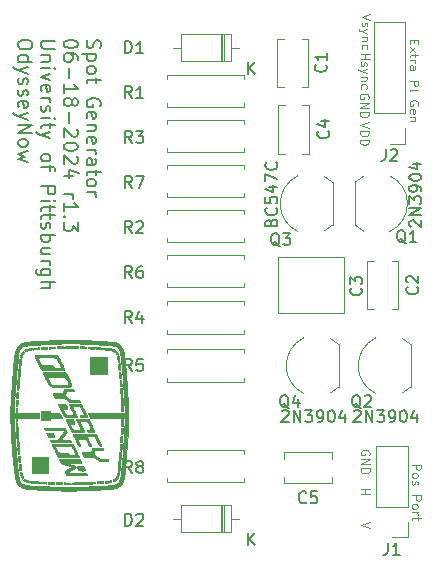
<source format=gbr>
G04 #@! TF.GenerationSoftware,KiCad,Pcbnew,8.0.1*
G04 #@! TF.CreationDate,2024-06-18T23:30:07-04:00*
G04 #@! TF.ProjectId,OdysseyDaughterCardSpotGenerator,4f647973-7365-4794-9461-756768746572,1.3*
G04 #@! TF.SameCoordinates,Original*
G04 #@! TF.FileFunction,Legend,Top*
G04 #@! TF.FilePolarity,Positive*
%FSLAX46Y46*%
G04 Gerber Fmt 4.6, Leading zero omitted, Abs format (unit mm)*
G04 Created by KiCad (PCBNEW 8.0.1) date 2024-06-18 23:30:07*
%MOMM*%
%LPD*%
G01*
G04 APERTURE LIST*
%ADD10C,0.100000*%
%ADD11C,0.200000*%
%ADD12C,0.150000*%
%ADD13C,0.010000*%
%ADD14C,0.120000*%
G04 APERTURE END LIST*
D10*
X154804521Y-115252571D02*
X154840235Y-115181143D01*
X154840235Y-115181143D02*
X154840235Y-115074000D01*
X154840235Y-115074000D02*
X154804521Y-114966857D01*
X154804521Y-114966857D02*
X154733092Y-114895428D01*
X154733092Y-114895428D02*
X154661664Y-114859714D01*
X154661664Y-114859714D02*
X154518807Y-114824000D01*
X154518807Y-114824000D02*
X154411664Y-114824000D01*
X154411664Y-114824000D02*
X154268807Y-114859714D01*
X154268807Y-114859714D02*
X154197378Y-114895428D01*
X154197378Y-114895428D02*
X154125950Y-114966857D01*
X154125950Y-114966857D02*
X154090235Y-115074000D01*
X154090235Y-115074000D02*
X154090235Y-115145428D01*
X154090235Y-115145428D02*
X154125950Y-115252571D01*
X154125950Y-115252571D02*
X154161664Y-115288285D01*
X154161664Y-115288285D02*
X154411664Y-115288285D01*
X154411664Y-115288285D02*
X154411664Y-115145428D01*
X154090235Y-115609714D02*
X154840235Y-115609714D01*
X154840235Y-115609714D02*
X154090235Y-116038285D01*
X154090235Y-116038285D02*
X154840235Y-116038285D01*
X154090235Y-116395428D02*
X154840235Y-116395428D01*
X154840235Y-116395428D02*
X154840235Y-116573999D01*
X154840235Y-116573999D02*
X154804521Y-116681142D01*
X154804521Y-116681142D02*
X154733092Y-116752571D01*
X154733092Y-116752571D02*
X154661664Y-116788285D01*
X154661664Y-116788285D02*
X154518807Y-116823999D01*
X154518807Y-116823999D02*
X154411664Y-116823999D01*
X154411664Y-116823999D02*
X154268807Y-116788285D01*
X154268807Y-116788285D02*
X154197378Y-116752571D01*
X154197378Y-116752571D02*
X154125950Y-116681142D01*
X154125950Y-116681142D02*
X154090235Y-116573999D01*
X154090235Y-116573999D02*
X154090235Y-116395428D01*
X154840235Y-120908000D02*
X154090235Y-121158000D01*
X154090235Y-121158000D02*
X154840235Y-121408000D01*
X158610592Y-80137429D02*
X158610592Y-80387429D01*
X158217735Y-80494572D02*
X158217735Y-80137429D01*
X158217735Y-80137429D02*
X158967735Y-80137429D01*
X158967735Y-80137429D02*
X158967735Y-80494572D01*
X158217735Y-80744571D02*
X158717735Y-81137429D01*
X158717735Y-80744571D02*
X158217735Y-81137429D01*
X158717735Y-81316000D02*
X158717735Y-81601714D01*
X158967735Y-81423143D02*
X158324878Y-81423143D01*
X158324878Y-81423143D02*
X158253450Y-81458857D01*
X158253450Y-81458857D02*
X158217735Y-81530286D01*
X158217735Y-81530286D02*
X158217735Y-81601714D01*
X158217735Y-81851714D02*
X158717735Y-81851714D01*
X158574878Y-81851714D02*
X158646307Y-81887428D01*
X158646307Y-81887428D02*
X158682021Y-81923143D01*
X158682021Y-81923143D02*
X158717735Y-81994571D01*
X158717735Y-81994571D02*
X158717735Y-82066000D01*
X158217735Y-82637429D02*
X158610592Y-82637429D01*
X158610592Y-82637429D02*
X158682021Y-82601714D01*
X158682021Y-82601714D02*
X158717735Y-82530286D01*
X158717735Y-82530286D02*
X158717735Y-82387429D01*
X158717735Y-82387429D02*
X158682021Y-82316000D01*
X158253450Y-82637429D02*
X158217735Y-82566000D01*
X158217735Y-82566000D02*
X158217735Y-82387429D01*
X158217735Y-82387429D02*
X158253450Y-82316000D01*
X158253450Y-82316000D02*
X158324878Y-82280286D01*
X158324878Y-82280286D02*
X158396307Y-82280286D01*
X158396307Y-82280286D02*
X158467735Y-82316000D01*
X158467735Y-82316000D02*
X158503450Y-82387429D01*
X158503450Y-82387429D02*
X158503450Y-82566000D01*
X158503450Y-82566000D02*
X158539164Y-82637429D01*
X158217735Y-83566000D02*
X158967735Y-83566000D01*
X158967735Y-83566000D02*
X158967735Y-83851714D01*
X158967735Y-83851714D02*
X158932021Y-83923143D01*
X158932021Y-83923143D02*
X158896307Y-83958857D01*
X158896307Y-83958857D02*
X158824878Y-83994571D01*
X158824878Y-83994571D02*
X158717735Y-83994571D01*
X158717735Y-83994571D02*
X158646307Y-83958857D01*
X158646307Y-83958857D02*
X158610592Y-83923143D01*
X158610592Y-83923143D02*
X158574878Y-83851714D01*
X158574878Y-83851714D02*
X158574878Y-83566000D01*
X158217735Y-84423143D02*
X158253450Y-84351714D01*
X158253450Y-84351714D02*
X158324878Y-84316000D01*
X158324878Y-84316000D02*
X158967735Y-84316000D01*
X158932021Y-85673143D02*
X158967735Y-85601715D01*
X158967735Y-85601715D02*
X158967735Y-85494572D01*
X158967735Y-85494572D02*
X158932021Y-85387429D01*
X158932021Y-85387429D02*
X158860592Y-85316000D01*
X158860592Y-85316000D02*
X158789164Y-85280286D01*
X158789164Y-85280286D02*
X158646307Y-85244572D01*
X158646307Y-85244572D02*
X158539164Y-85244572D01*
X158539164Y-85244572D02*
X158396307Y-85280286D01*
X158396307Y-85280286D02*
X158324878Y-85316000D01*
X158324878Y-85316000D02*
X158253450Y-85387429D01*
X158253450Y-85387429D02*
X158217735Y-85494572D01*
X158217735Y-85494572D02*
X158217735Y-85566000D01*
X158217735Y-85566000D02*
X158253450Y-85673143D01*
X158253450Y-85673143D02*
X158289164Y-85708857D01*
X158289164Y-85708857D02*
X158539164Y-85708857D01*
X158539164Y-85708857D02*
X158539164Y-85566000D01*
X158253450Y-86316000D02*
X158217735Y-86244572D01*
X158217735Y-86244572D02*
X158217735Y-86101715D01*
X158217735Y-86101715D02*
X158253450Y-86030286D01*
X158253450Y-86030286D02*
X158324878Y-85994572D01*
X158324878Y-85994572D02*
X158610592Y-85994572D01*
X158610592Y-85994572D02*
X158682021Y-86030286D01*
X158682021Y-86030286D02*
X158717735Y-86101715D01*
X158717735Y-86101715D02*
X158717735Y-86244572D01*
X158717735Y-86244572D02*
X158682021Y-86316000D01*
X158682021Y-86316000D02*
X158610592Y-86351715D01*
X158610592Y-86351715D02*
X158539164Y-86351715D01*
X158539164Y-86351715D02*
X158467735Y-85994572D01*
X158717735Y-86673143D02*
X158217735Y-86673143D01*
X158646307Y-86673143D02*
X158682021Y-86708857D01*
X158682021Y-86708857D02*
X158717735Y-86780286D01*
X158717735Y-86780286D02*
X158717735Y-86887429D01*
X158717735Y-86887429D02*
X158682021Y-86958857D01*
X158682021Y-86958857D02*
X158610592Y-86994572D01*
X158610592Y-86994572D02*
X158217735Y-86994572D01*
X154903735Y-77938500D02*
X154153735Y-78188500D01*
X154153735Y-78188500D02*
X154903735Y-78438500D01*
X154189450Y-78652786D02*
X154153735Y-78724214D01*
X154153735Y-78724214D02*
X154153735Y-78867071D01*
X154153735Y-78867071D02*
X154189450Y-78938500D01*
X154189450Y-78938500D02*
X154260878Y-78974214D01*
X154260878Y-78974214D02*
X154296592Y-78974214D01*
X154296592Y-78974214D02*
X154368021Y-78938500D01*
X154368021Y-78938500D02*
X154403735Y-78867071D01*
X154403735Y-78867071D02*
X154403735Y-78759929D01*
X154403735Y-78759929D02*
X154439450Y-78688500D01*
X154439450Y-78688500D02*
X154510878Y-78652786D01*
X154510878Y-78652786D02*
X154546592Y-78652786D01*
X154546592Y-78652786D02*
X154618021Y-78688500D01*
X154618021Y-78688500D02*
X154653735Y-78759929D01*
X154653735Y-78759929D02*
X154653735Y-78867071D01*
X154653735Y-78867071D02*
X154618021Y-78938500D01*
X154653735Y-79224214D02*
X154153735Y-79402786D01*
X154653735Y-79581357D02*
X154153735Y-79402786D01*
X154153735Y-79402786D02*
X153975164Y-79331357D01*
X153975164Y-79331357D02*
X153939450Y-79295643D01*
X153939450Y-79295643D02*
X153903735Y-79224214D01*
X154653735Y-79867072D02*
X154153735Y-79867072D01*
X154582307Y-79867072D02*
X154618021Y-79902786D01*
X154618021Y-79902786D02*
X154653735Y-79974215D01*
X154653735Y-79974215D02*
X154653735Y-80081358D01*
X154653735Y-80081358D02*
X154618021Y-80152786D01*
X154618021Y-80152786D02*
X154546592Y-80188501D01*
X154546592Y-80188501D02*
X154153735Y-80188501D01*
X154189450Y-80867072D02*
X154153735Y-80795643D01*
X154153735Y-80795643D02*
X154153735Y-80652786D01*
X154153735Y-80652786D02*
X154189450Y-80581357D01*
X154189450Y-80581357D02*
X154225164Y-80545643D01*
X154225164Y-80545643D02*
X154296592Y-80509929D01*
X154296592Y-80509929D02*
X154510878Y-80509929D01*
X154510878Y-80509929D02*
X154582307Y-80545643D01*
X154582307Y-80545643D02*
X154618021Y-80581357D01*
X154618021Y-80581357D02*
X154653735Y-80652786D01*
X154653735Y-80652786D02*
X154653735Y-80795643D01*
X154653735Y-80795643D02*
X154618021Y-80867072D01*
X154090235Y-81276214D02*
X154840235Y-81276214D01*
X154483092Y-81276214D02*
X154483092Y-81704785D01*
X154090235Y-81704785D02*
X154840235Y-81704785D01*
X154125950Y-82026214D02*
X154090235Y-82097642D01*
X154090235Y-82097642D02*
X154090235Y-82240499D01*
X154090235Y-82240499D02*
X154125950Y-82311928D01*
X154125950Y-82311928D02*
X154197378Y-82347642D01*
X154197378Y-82347642D02*
X154233092Y-82347642D01*
X154233092Y-82347642D02*
X154304521Y-82311928D01*
X154304521Y-82311928D02*
X154340235Y-82240499D01*
X154340235Y-82240499D02*
X154340235Y-82133357D01*
X154340235Y-82133357D02*
X154375950Y-82061928D01*
X154375950Y-82061928D02*
X154447378Y-82026214D01*
X154447378Y-82026214D02*
X154483092Y-82026214D01*
X154483092Y-82026214D02*
X154554521Y-82061928D01*
X154554521Y-82061928D02*
X154590235Y-82133357D01*
X154590235Y-82133357D02*
X154590235Y-82240499D01*
X154590235Y-82240499D02*
X154554521Y-82311928D01*
X154590235Y-82597642D02*
X154090235Y-82776214D01*
X154590235Y-82954785D02*
X154090235Y-82776214D01*
X154090235Y-82776214D02*
X153911664Y-82704785D01*
X153911664Y-82704785D02*
X153875950Y-82669071D01*
X153875950Y-82669071D02*
X153840235Y-82597642D01*
X154590235Y-83240500D02*
X154090235Y-83240500D01*
X154518807Y-83240500D02*
X154554521Y-83276214D01*
X154554521Y-83276214D02*
X154590235Y-83347643D01*
X154590235Y-83347643D02*
X154590235Y-83454786D01*
X154590235Y-83454786D02*
X154554521Y-83526214D01*
X154554521Y-83526214D02*
X154483092Y-83561929D01*
X154483092Y-83561929D02*
X154090235Y-83561929D01*
X154125950Y-84240500D02*
X154090235Y-84169071D01*
X154090235Y-84169071D02*
X154090235Y-84026214D01*
X154090235Y-84026214D02*
X154125950Y-83954785D01*
X154125950Y-83954785D02*
X154161664Y-83919071D01*
X154161664Y-83919071D02*
X154233092Y-83883357D01*
X154233092Y-83883357D02*
X154447378Y-83883357D01*
X154447378Y-83883357D02*
X154518807Y-83919071D01*
X154518807Y-83919071D02*
X154554521Y-83954785D01*
X154554521Y-83954785D02*
X154590235Y-84026214D01*
X154590235Y-84026214D02*
X154590235Y-84169071D01*
X154590235Y-84169071D02*
X154554521Y-84240500D01*
X154741021Y-85090071D02*
X154776735Y-85018643D01*
X154776735Y-85018643D02*
X154776735Y-84911500D01*
X154776735Y-84911500D02*
X154741021Y-84804357D01*
X154741021Y-84804357D02*
X154669592Y-84732928D01*
X154669592Y-84732928D02*
X154598164Y-84697214D01*
X154598164Y-84697214D02*
X154455307Y-84661500D01*
X154455307Y-84661500D02*
X154348164Y-84661500D01*
X154348164Y-84661500D02*
X154205307Y-84697214D01*
X154205307Y-84697214D02*
X154133878Y-84732928D01*
X154133878Y-84732928D02*
X154062450Y-84804357D01*
X154062450Y-84804357D02*
X154026735Y-84911500D01*
X154026735Y-84911500D02*
X154026735Y-84982928D01*
X154026735Y-84982928D02*
X154062450Y-85090071D01*
X154062450Y-85090071D02*
X154098164Y-85125785D01*
X154098164Y-85125785D02*
X154348164Y-85125785D01*
X154348164Y-85125785D02*
X154348164Y-84982928D01*
X154026735Y-85447214D02*
X154776735Y-85447214D01*
X154776735Y-85447214D02*
X154026735Y-85875785D01*
X154026735Y-85875785D02*
X154776735Y-85875785D01*
X154026735Y-86232928D02*
X154776735Y-86232928D01*
X154776735Y-86232928D02*
X154776735Y-86411499D01*
X154776735Y-86411499D02*
X154741021Y-86518642D01*
X154741021Y-86518642D02*
X154669592Y-86590071D01*
X154669592Y-86590071D02*
X154598164Y-86625785D01*
X154598164Y-86625785D02*
X154455307Y-86661499D01*
X154455307Y-86661499D02*
X154348164Y-86661499D01*
X154348164Y-86661499D02*
X154205307Y-86625785D01*
X154205307Y-86625785D02*
X154133878Y-86590071D01*
X154133878Y-86590071D02*
X154062450Y-86518642D01*
X154062450Y-86518642D02*
X154026735Y-86411499D01*
X154026735Y-86411499D02*
X154026735Y-86232928D01*
X154776735Y-87074500D02*
X154026735Y-87324500D01*
X154026735Y-87324500D02*
X154776735Y-87574500D01*
X154026735Y-87824500D02*
X154776735Y-87824500D01*
X154776735Y-87824500D02*
X154776735Y-88003071D01*
X154776735Y-88003071D02*
X154741021Y-88110214D01*
X154741021Y-88110214D02*
X154669592Y-88181643D01*
X154669592Y-88181643D02*
X154598164Y-88217357D01*
X154598164Y-88217357D02*
X154455307Y-88253071D01*
X154455307Y-88253071D02*
X154348164Y-88253071D01*
X154348164Y-88253071D02*
X154205307Y-88217357D01*
X154205307Y-88217357D02*
X154133878Y-88181643D01*
X154133878Y-88181643D02*
X154062450Y-88110214D01*
X154062450Y-88110214D02*
X154026735Y-88003071D01*
X154026735Y-88003071D02*
X154026735Y-87824500D01*
X154026735Y-88574500D02*
X154776735Y-88574500D01*
X154776735Y-88574500D02*
X154776735Y-88753071D01*
X154776735Y-88753071D02*
X154741021Y-88860214D01*
X154741021Y-88860214D02*
X154669592Y-88931643D01*
X154669592Y-88931643D02*
X154598164Y-88967357D01*
X154598164Y-88967357D02*
X154455307Y-89003071D01*
X154455307Y-89003071D02*
X154348164Y-89003071D01*
X154348164Y-89003071D02*
X154205307Y-88967357D01*
X154205307Y-88967357D02*
X154133878Y-88931643D01*
X154133878Y-88931643D02*
X154062450Y-88860214D01*
X154062450Y-88860214D02*
X154026735Y-88753071D01*
X154026735Y-88753071D02*
X154026735Y-88574500D01*
D11*
X130934299Y-80116149D02*
X130877156Y-80287578D01*
X130877156Y-80287578D02*
X130877156Y-80573292D01*
X130877156Y-80573292D02*
X130934299Y-80687578D01*
X130934299Y-80687578D02*
X130991441Y-80744720D01*
X130991441Y-80744720D02*
X131105727Y-80801863D01*
X131105727Y-80801863D02*
X131220013Y-80801863D01*
X131220013Y-80801863D02*
X131334299Y-80744720D01*
X131334299Y-80744720D02*
X131391441Y-80687578D01*
X131391441Y-80687578D02*
X131448584Y-80573292D01*
X131448584Y-80573292D02*
X131505727Y-80344720D01*
X131505727Y-80344720D02*
X131562870Y-80230435D01*
X131562870Y-80230435D02*
X131620013Y-80173292D01*
X131620013Y-80173292D02*
X131734299Y-80116149D01*
X131734299Y-80116149D02*
X131848584Y-80116149D01*
X131848584Y-80116149D02*
X131962870Y-80173292D01*
X131962870Y-80173292D02*
X132020013Y-80230435D01*
X132020013Y-80230435D02*
X132077156Y-80344720D01*
X132077156Y-80344720D02*
X132077156Y-80630435D01*
X132077156Y-80630435D02*
X132020013Y-80801863D01*
X131677156Y-81316149D02*
X130477156Y-81316149D01*
X131620013Y-81316149D02*
X131677156Y-81430435D01*
X131677156Y-81430435D02*
X131677156Y-81659006D01*
X131677156Y-81659006D02*
X131620013Y-81773292D01*
X131620013Y-81773292D02*
X131562870Y-81830435D01*
X131562870Y-81830435D02*
X131448584Y-81887577D01*
X131448584Y-81887577D02*
X131105727Y-81887577D01*
X131105727Y-81887577D02*
X130991441Y-81830435D01*
X130991441Y-81830435D02*
X130934299Y-81773292D01*
X130934299Y-81773292D02*
X130877156Y-81659006D01*
X130877156Y-81659006D02*
X130877156Y-81430435D01*
X130877156Y-81430435D02*
X130934299Y-81316149D01*
X130877156Y-82573291D02*
X130934299Y-82459006D01*
X130934299Y-82459006D02*
X130991441Y-82401863D01*
X130991441Y-82401863D02*
X131105727Y-82344720D01*
X131105727Y-82344720D02*
X131448584Y-82344720D01*
X131448584Y-82344720D02*
X131562870Y-82401863D01*
X131562870Y-82401863D02*
X131620013Y-82459006D01*
X131620013Y-82459006D02*
X131677156Y-82573291D01*
X131677156Y-82573291D02*
X131677156Y-82744720D01*
X131677156Y-82744720D02*
X131620013Y-82859006D01*
X131620013Y-82859006D02*
X131562870Y-82916149D01*
X131562870Y-82916149D02*
X131448584Y-82973291D01*
X131448584Y-82973291D02*
X131105727Y-82973291D01*
X131105727Y-82973291D02*
X130991441Y-82916149D01*
X130991441Y-82916149D02*
X130934299Y-82859006D01*
X130934299Y-82859006D02*
X130877156Y-82744720D01*
X130877156Y-82744720D02*
X130877156Y-82573291D01*
X131677156Y-83316148D02*
X131677156Y-83773291D01*
X132077156Y-83487577D02*
X131048584Y-83487577D01*
X131048584Y-83487577D02*
X130934299Y-83544720D01*
X130934299Y-83544720D02*
X130877156Y-83659005D01*
X130877156Y-83659005D02*
X130877156Y-83773291D01*
X132020013Y-85716148D02*
X132077156Y-85601863D01*
X132077156Y-85601863D02*
X132077156Y-85430434D01*
X132077156Y-85430434D02*
X132020013Y-85259005D01*
X132020013Y-85259005D02*
X131905727Y-85144720D01*
X131905727Y-85144720D02*
X131791441Y-85087577D01*
X131791441Y-85087577D02*
X131562870Y-85030434D01*
X131562870Y-85030434D02*
X131391441Y-85030434D01*
X131391441Y-85030434D02*
X131162870Y-85087577D01*
X131162870Y-85087577D02*
X131048584Y-85144720D01*
X131048584Y-85144720D02*
X130934299Y-85259005D01*
X130934299Y-85259005D02*
X130877156Y-85430434D01*
X130877156Y-85430434D02*
X130877156Y-85544720D01*
X130877156Y-85544720D02*
X130934299Y-85716148D01*
X130934299Y-85716148D02*
X130991441Y-85773291D01*
X130991441Y-85773291D02*
X131391441Y-85773291D01*
X131391441Y-85773291D02*
X131391441Y-85544720D01*
X130934299Y-86744720D02*
X130877156Y-86630434D01*
X130877156Y-86630434D02*
X130877156Y-86401863D01*
X130877156Y-86401863D02*
X130934299Y-86287577D01*
X130934299Y-86287577D02*
X131048584Y-86230434D01*
X131048584Y-86230434D02*
X131505727Y-86230434D01*
X131505727Y-86230434D02*
X131620013Y-86287577D01*
X131620013Y-86287577D02*
X131677156Y-86401863D01*
X131677156Y-86401863D02*
X131677156Y-86630434D01*
X131677156Y-86630434D02*
X131620013Y-86744720D01*
X131620013Y-86744720D02*
X131505727Y-86801863D01*
X131505727Y-86801863D02*
X131391441Y-86801863D01*
X131391441Y-86801863D02*
X131277156Y-86230434D01*
X131677156Y-87316148D02*
X130877156Y-87316148D01*
X131562870Y-87316148D02*
X131620013Y-87373291D01*
X131620013Y-87373291D02*
X131677156Y-87487576D01*
X131677156Y-87487576D02*
X131677156Y-87659005D01*
X131677156Y-87659005D02*
X131620013Y-87773291D01*
X131620013Y-87773291D02*
X131505727Y-87830434D01*
X131505727Y-87830434D02*
X130877156Y-87830434D01*
X130934299Y-88859005D02*
X130877156Y-88744719D01*
X130877156Y-88744719D02*
X130877156Y-88516148D01*
X130877156Y-88516148D02*
X130934299Y-88401862D01*
X130934299Y-88401862D02*
X131048584Y-88344719D01*
X131048584Y-88344719D02*
X131505727Y-88344719D01*
X131505727Y-88344719D02*
X131620013Y-88401862D01*
X131620013Y-88401862D02*
X131677156Y-88516148D01*
X131677156Y-88516148D02*
X131677156Y-88744719D01*
X131677156Y-88744719D02*
X131620013Y-88859005D01*
X131620013Y-88859005D02*
X131505727Y-88916148D01*
X131505727Y-88916148D02*
X131391441Y-88916148D01*
X131391441Y-88916148D02*
X131277156Y-88344719D01*
X130877156Y-89430433D02*
X131677156Y-89430433D01*
X131448584Y-89430433D02*
X131562870Y-89487576D01*
X131562870Y-89487576D02*
X131620013Y-89544719D01*
X131620013Y-89544719D02*
X131677156Y-89659004D01*
X131677156Y-89659004D02*
X131677156Y-89773290D01*
X130877156Y-90687576D02*
X131505727Y-90687576D01*
X131505727Y-90687576D02*
X131620013Y-90630433D01*
X131620013Y-90630433D02*
X131677156Y-90516147D01*
X131677156Y-90516147D02*
X131677156Y-90287576D01*
X131677156Y-90287576D02*
X131620013Y-90173290D01*
X130934299Y-90687576D02*
X130877156Y-90573290D01*
X130877156Y-90573290D02*
X130877156Y-90287576D01*
X130877156Y-90287576D02*
X130934299Y-90173290D01*
X130934299Y-90173290D02*
X131048584Y-90116147D01*
X131048584Y-90116147D02*
X131162870Y-90116147D01*
X131162870Y-90116147D02*
X131277156Y-90173290D01*
X131277156Y-90173290D02*
X131334299Y-90287576D01*
X131334299Y-90287576D02*
X131334299Y-90573290D01*
X131334299Y-90573290D02*
X131391441Y-90687576D01*
X131677156Y-91087575D02*
X131677156Y-91544718D01*
X132077156Y-91259004D02*
X131048584Y-91259004D01*
X131048584Y-91259004D02*
X130934299Y-91316147D01*
X130934299Y-91316147D02*
X130877156Y-91430432D01*
X130877156Y-91430432D02*
X130877156Y-91544718D01*
X130877156Y-92116146D02*
X130934299Y-92001861D01*
X130934299Y-92001861D02*
X130991441Y-91944718D01*
X130991441Y-91944718D02*
X131105727Y-91887575D01*
X131105727Y-91887575D02*
X131448584Y-91887575D01*
X131448584Y-91887575D02*
X131562870Y-91944718D01*
X131562870Y-91944718D02*
X131620013Y-92001861D01*
X131620013Y-92001861D02*
X131677156Y-92116146D01*
X131677156Y-92116146D02*
X131677156Y-92287575D01*
X131677156Y-92287575D02*
X131620013Y-92401861D01*
X131620013Y-92401861D02*
X131562870Y-92459004D01*
X131562870Y-92459004D02*
X131448584Y-92516146D01*
X131448584Y-92516146D02*
X131105727Y-92516146D01*
X131105727Y-92516146D02*
X130991441Y-92459004D01*
X130991441Y-92459004D02*
X130934299Y-92401861D01*
X130934299Y-92401861D02*
X130877156Y-92287575D01*
X130877156Y-92287575D02*
X130877156Y-92116146D01*
X130877156Y-93030432D02*
X131677156Y-93030432D01*
X131448584Y-93030432D02*
X131562870Y-93087575D01*
X131562870Y-93087575D02*
X131620013Y-93144718D01*
X131620013Y-93144718D02*
X131677156Y-93259003D01*
X131677156Y-93259003D02*
X131677156Y-93373289D01*
X130145223Y-80401863D02*
X130145223Y-80516149D01*
X130145223Y-80516149D02*
X130088080Y-80630435D01*
X130088080Y-80630435D02*
X130030937Y-80687578D01*
X130030937Y-80687578D02*
X129916651Y-80744720D01*
X129916651Y-80744720D02*
X129688080Y-80801863D01*
X129688080Y-80801863D02*
X129402366Y-80801863D01*
X129402366Y-80801863D02*
X129173794Y-80744720D01*
X129173794Y-80744720D02*
X129059508Y-80687578D01*
X129059508Y-80687578D02*
X129002366Y-80630435D01*
X129002366Y-80630435D02*
X128945223Y-80516149D01*
X128945223Y-80516149D02*
X128945223Y-80401863D01*
X128945223Y-80401863D02*
X129002366Y-80287578D01*
X129002366Y-80287578D02*
X129059508Y-80230435D01*
X129059508Y-80230435D02*
X129173794Y-80173292D01*
X129173794Y-80173292D02*
X129402366Y-80116149D01*
X129402366Y-80116149D02*
X129688080Y-80116149D01*
X129688080Y-80116149D02*
X129916651Y-80173292D01*
X129916651Y-80173292D02*
X130030937Y-80230435D01*
X130030937Y-80230435D02*
X130088080Y-80287578D01*
X130088080Y-80287578D02*
X130145223Y-80401863D01*
X130145223Y-81830435D02*
X130145223Y-81601863D01*
X130145223Y-81601863D02*
X130088080Y-81487577D01*
X130088080Y-81487577D02*
X130030937Y-81430435D01*
X130030937Y-81430435D02*
X129859508Y-81316149D01*
X129859508Y-81316149D02*
X129630937Y-81259006D01*
X129630937Y-81259006D02*
X129173794Y-81259006D01*
X129173794Y-81259006D02*
X129059508Y-81316149D01*
X129059508Y-81316149D02*
X129002366Y-81373292D01*
X129002366Y-81373292D02*
X128945223Y-81487577D01*
X128945223Y-81487577D02*
X128945223Y-81716149D01*
X128945223Y-81716149D02*
X129002366Y-81830435D01*
X129002366Y-81830435D02*
X129059508Y-81887577D01*
X129059508Y-81887577D02*
X129173794Y-81944720D01*
X129173794Y-81944720D02*
X129459508Y-81944720D01*
X129459508Y-81944720D02*
X129573794Y-81887577D01*
X129573794Y-81887577D02*
X129630937Y-81830435D01*
X129630937Y-81830435D02*
X129688080Y-81716149D01*
X129688080Y-81716149D02*
X129688080Y-81487577D01*
X129688080Y-81487577D02*
X129630937Y-81373292D01*
X129630937Y-81373292D02*
X129573794Y-81316149D01*
X129573794Y-81316149D02*
X129459508Y-81259006D01*
X129402366Y-82459006D02*
X129402366Y-83373292D01*
X128945223Y-84573291D02*
X128945223Y-83887577D01*
X128945223Y-84230434D02*
X130145223Y-84230434D01*
X130145223Y-84230434D02*
X129973794Y-84116148D01*
X129973794Y-84116148D02*
X129859508Y-84001863D01*
X129859508Y-84001863D02*
X129802366Y-83887577D01*
X129630937Y-85259005D02*
X129688080Y-85144720D01*
X129688080Y-85144720D02*
X129745223Y-85087577D01*
X129745223Y-85087577D02*
X129859508Y-85030434D01*
X129859508Y-85030434D02*
X129916651Y-85030434D01*
X129916651Y-85030434D02*
X130030937Y-85087577D01*
X130030937Y-85087577D02*
X130088080Y-85144720D01*
X130088080Y-85144720D02*
X130145223Y-85259005D01*
X130145223Y-85259005D02*
X130145223Y-85487577D01*
X130145223Y-85487577D02*
X130088080Y-85601863D01*
X130088080Y-85601863D02*
X130030937Y-85659005D01*
X130030937Y-85659005D02*
X129916651Y-85716148D01*
X129916651Y-85716148D02*
X129859508Y-85716148D01*
X129859508Y-85716148D02*
X129745223Y-85659005D01*
X129745223Y-85659005D02*
X129688080Y-85601863D01*
X129688080Y-85601863D02*
X129630937Y-85487577D01*
X129630937Y-85487577D02*
X129630937Y-85259005D01*
X129630937Y-85259005D02*
X129573794Y-85144720D01*
X129573794Y-85144720D02*
X129516651Y-85087577D01*
X129516651Y-85087577D02*
X129402366Y-85030434D01*
X129402366Y-85030434D02*
X129173794Y-85030434D01*
X129173794Y-85030434D02*
X129059508Y-85087577D01*
X129059508Y-85087577D02*
X129002366Y-85144720D01*
X129002366Y-85144720D02*
X128945223Y-85259005D01*
X128945223Y-85259005D02*
X128945223Y-85487577D01*
X128945223Y-85487577D02*
X129002366Y-85601863D01*
X129002366Y-85601863D02*
X129059508Y-85659005D01*
X129059508Y-85659005D02*
X129173794Y-85716148D01*
X129173794Y-85716148D02*
X129402366Y-85716148D01*
X129402366Y-85716148D02*
X129516651Y-85659005D01*
X129516651Y-85659005D02*
X129573794Y-85601863D01*
X129573794Y-85601863D02*
X129630937Y-85487577D01*
X129402366Y-86230434D02*
X129402366Y-87144720D01*
X130030937Y-87659005D02*
X130088080Y-87716148D01*
X130088080Y-87716148D02*
X130145223Y-87830434D01*
X130145223Y-87830434D02*
X130145223Y-88116148D01*
X130145223Y-88116148D02*
X130088080Y-88230434D01*
X130088080Y-88230434D02*
X130030937Y-88287576D01*
X130030937Y-88287576D02*
X129916651Y-88344719D01*
X129916651Y-88344719D02*
X129802366Y-88344719D01*
X129802366Y-88344719D02*
X129630937Y-88287576D01*
X129630937Y-88287576D02*
X128945223Y-87601862D01*
X128945223Y-87601862D02*
X128945223Y-88344719D01*
X130145223Y-89087576D02*
X130145223Y-89201862D01*
X130145223Y-89201862D02*
X130088080Y-89316148D01*
X130088080Y-89316148D02*
X130030937Y-89373291D01*
X130030937Y-89373291D02*
X129916651Y-89430433D01*
X129916651Y-89430433D02*
X129688080Y-89487576D01*
X129688080Y-89487576D02*
X129402366Y-89487576D01*
X129402366Y-89487576D02*
X129173794Y-89430433D01*
X129173794Y-89430433D02*
X129059508Y-89373291D01*
X129059508Y-89373291D02*
X129002366Y-89316148D01*
X129002366Y-89316148D02*
X128945223Y-89201862D01*
X128945223Y-89201862D02*
X128945223Y-89087576D01*
X128945223Y-89087576D02*
X129002366Y-88973291D01*
X129002366Y-88973291D02*
X129059508Y-88916148D01*
X129059508Y-88916148D02*
X129173794Y-88859005D01*
X129173794Y-88859005D02*
X129402366Y-88801862D01*
X129402366Y-88801862D02*
X129688080Y-88801862D01*
X129688080Y-88801862D02*
X129916651Y-88859005D01*
X129916651Y-88859005D02*
X130030937Y-88916148D01*
X130030937Y-88916148D02*
X130088080Y-88973291D01*
X130088080Y-88973291D02*
X130145223Y-89087576D01*
X130030937Y-89944719D02*
X130088080Y-90001862D01*
X130088080Y-90001862D02*
X130145223Y-90116148D01*
X130145223Y-90116148D02*
X130145223Y-90401862D01*
X130145223Y-90401862D02*
X130088080Y-90516148D01*
X130088080Y-90516148D02*
X130030937Y-90573290D01*
X130030937Y-90573290D02*
X129916651Y-90630433D01*
X129916651Y-90630433D02*
X129802366Y-90630433D01*
X129802366Y-90630433D02*
X129630937Y-90573290D01*
X129630937Y-90573290D02*
X128945223Y-89887576D01*
X128945223Y-89887576D02*
X128945223Y-90630433D01*
X129745223Y-91659005D02*
X128945223Y-91659005D01*
X130202366Y-91373290D02*
X129345223Y-91087576D01*
X129345223Y-91087576D02*
X129345223Y-91830433D01*
X128945223Y-93201862D02*
X129745223Y-93201862D01*
X129516651Y-93201862D02*
X129630937Y-93259005D01*
X129630937Y-93259005D02*
X129688080Y-93316148D01*
X129688080Y-93316148D02*
X129745223Y-93430433D01*
X129745223Y-93430433D02*
X129745223Y-93544719D01*
X128945223Y-94573290D02*
X128945223Y-93887576D01*
X128945223Y-94230433D02*
X130145223Y-94230433D01*
X130145223Y-94230433D02*
X129973794Y-94116147D01*
X129973794Y-94116147D02*
X129859508Y-94001862D01*
X129859508Y-94001862D02*
X129802366Y-93887576D01*
X129059508Y-95087576D02*
X129002366Y-95144719D01*
X129002366Y-95144719D02*
X128945223Y-95087576D01*
X128945223Y-95087576D02*
X129002366Y-95030433D01*
X129002366Y-95030433D02*
X129059508Y-95087576D01*
X129059508Y-95087576D02*
X128945223Y-95087576D01*
X130145223Y-95544719D02*
X130145223Y-96287576D01*
X130145223Y-96287576D02*
X129688080Y-95887576D01*
X129688080Y-95887576D02*
X129688080Y-96059005D01*
X129688080Y-96059005D02*
X129630937Y-96173291D01*
X129630937Y-96173291D02*
X129573794Y-96230433D01*
X129573794Y-96230433D02*
X129459508Y-96287576D01*
X129459508Y-96287576D02*
X129173794Y-96287576D01*
X129173794Y-96287576D02*
X129059508Y-96230433D01*
X129059508Y-96230433D02*
X129002366Y-96173291D01*
X129002366Y-96173291D02*
X128945223Y-96059005D01*
X128945223Y-96059005D02*
X128945223Y-95716148D01*
X128945223Y-95716148D02*
X129002366Y-95601862D01*
X129002366Y-95601862D02*
X129059508Y-95544719D01*
X128213290Y-80173292D02*
X127241861Y-80173292D01*
X127241861Y-80173292D02*
X127127575Y-80230435D01*
X127127575Y-80230435D02*
X127070433Y-80287578D01*
X127070433Y-80287578D02*
X127013290Y-80401863D01*
X127013290Y-80401863D02*
X127013290Y-80630435D01*
X127013290Y-80630435D02*
X127070433Y-80744720D01*
X127070433Y-80744720D02*
X127127575Y-80801863D01*
X127127575Y-80801863D02*
X127241861Y-80859006D01*
X127241861Y-80859006D02*
X128213290Y-80859006D01*
X127813290Y-81430435D02*
X127013290Y-81430435D01*
X127699004Y-81430435D02*
X127756147Y-81487578D01*
X127756147Y-81487578D02*
X127813290Y-81601863D01*
X127813290Y-81601863D02*
X127813290Y-81773292D01*
X127813290Y-81773292D02*
X127756147Y-81887578D01*
X127756147Y-81887578D02*
X127641861Y-81944721D01*
X127641861Y-81944721D02*
X127013290Y-81944721D01*
X127013290Y-82516149D02*
X127813290Y-82516149D01*
X128213290Y-82516149D02*
X128156147Y-82459006D01*
X128156147Y-82459006D02*
X128099004Y-82516149D01*
X128099004Y-82516149D02*
X128156147Y-82573292D01*
X128156147Y-82573292D02*
X128213290Y-82516149D01*
X128213290Y-82516149D02*
X128099004Y-82516149D01*
X127813290Y-82973292D02*
X127013290Y-83259006D01*
X127013290Y-83259006D02*
X127813290Y-83544721D01*
X127070433Y-84459007D02*
X127013290Y-84344721D01*
X127013290Y-84344721D02*
X127013290Y-84116150D01*
X127013290Y-84116150D02*
X127070433Y-84001864D01*
X127070433Y-84001864D02*
X127184718Y-83944721D01*
X127184718Y-83944721D02*
X127641861Y-83944721D01*
X127641861Y-83944721D02*
X127756147Y-84001864D01*
X127756147Y-84001864D02*
X127813290Y-84116150D01*
X127813290Y-84116150D02*
X127813290Y-84344721D01*
X127813290Y-84344721D02*
X127756147Y-84459007D01*
X127756147Y-84459007D02*
X127641861Y-84516150D01*
X127641861Y-84516150D02*
X127527575Y-84516150D01*
X127527575Y-84516150D02*
X127413290Y-83944721D01*
X127013290Y-85030435D02*
X127813290Y-85030435D01*
X127584718Y-85030435D02*
X127699004Y-85087578D01*
X127699004Y-85087578D02*
X127756147Y-85144721D01*
X127756147Y-85144721D02*
X127813290Y-85259006D01*
X127813290Y-85259006D02*
X127813290Y-85373292D01*
X127070433Y-85716149D02*
X127013290Y-85830435D01*
X127013290Y-85830435D02*
X127013290Y-86059006D01*
X127013290Y-86059006D02*
X127070433Y-86173292D01*
X127070433Y-86173292D02*
X127184718Y-86230435D01*
X127184718Y-86230435D02*
X127241861Y-86230435D01*
X127241861Y-86230435D02*
X127356147Y-86173292D01*
X127356147Y-86173292D02*
X127413290Y-86059006D01*
X127413290Y-86059006D02*
X127413290Y-85887578D01*
X127413290Y-85887578D02*
X127470433Y-85773292D01*
X127470433Y-85773292D02*
X127584718Y-85716149D01*
X127584718Y-85716149D02*
X127641861Y-85716149D01*
X127641861Y-85716149D02*
X127756147Y-85773292D01*
X127756147Y-85773292D02*
X127813290Y-85887578D01*
X127813290Y-85887578D02*
X127813290Y-86059006D01*
X127813290Y-86059006D02*
X127756147Y-86173292D01*
X127013290Y-86744721D02*
X127813290Y-86744721D01*
X128213290Y-86744721D02*
X128156147Y-86687578D01*
X128156147Y-86687578D02*
X128099004Y-86744721D01*
X128099004Y-86744721D02*
X128156147Y-86801864D01*
X128156147Y-86801864D02*
X128213290Y-86744721D01*
X128213290Y-86744721D02*
X128099004Y-86744721D01*
X127813290Y-87144721D02*
X127813290Y-87601864D01*
X128213290Y-87316150D02*
X127184718Y-87316150D01*
X127184718Y-87316150D02*
X127070433Y-87373293D01*
X127070433Y-87373293D02*
X127013290Y-87487578D01*
X127013290Y-87487578D02*
X127013290Y-87601864D01*
X127813290Y-87887578D02*
X127013290Y-88173292D01*
X127813290Y-88459007D02*
X127013290Y-88173292D01*
X127013290Y-88173292D02*
X126727575Y-88059007D01*
X126727575Y-88059007D02*
X126670433Y-88001864D01*
X126670433Y-88001864D02*
X126613290Y-87887578D01*
X127013290Y-90001864D02*
X127070433Y-89887579D01*
X127070433Y-89887579D02*
X127127575Y-89830436D01*
X127127575Y-89830436D02*
X127241861Y-89773293D01*
X127241861Y-89773293D02*
X127584718Y-89773293D01*
X127584718Y-89773293D02*
X127699004Y-89830436D01*
X127699004Y-89830436D02*
X127756147Y-89887579D01*
X127756147Y-89887579D02*
X127813290Y-90001864D01*
X127813290Y-90001864D02*
X127813290Y-90173293D01*
X127813290Y-90173293D02*
X127756147Y-90287579D01*
X127756147Y-90287579D02*
X127699004Y-90344722D01*
X127699004Y-90344722D02*
X127584718Y-90401864D01*
X127584718Y-90401864D02*
X127241861Y-90401864D01*
X127241861Y-90401864D02*
X127127575Y-90344722D01*
X127127575Y-90344722D02*
X127070433Y-90287579D01*
X127070433Y-90287579D02*
X127013290Y-90173293D01*
X127013290Y-90173293D02*
X127013290Y-90001864D01*
X127813290Y-90744721D02*
X127813290Y-91201864D01*
X127013290Y-90916150D02*
X128041861Y-90916150D01*
X128041861Y-90916150D02*
X128156147Y-90973293D01*
X128156147Y-90973293D02*
X128213290Y-91087578D01*
X128213290Y-91087578D02*
X128213290Y-91201864D01*
X127013290Y-92516150D02*
X128213290Y-92516150D01*
X128213290Y-92516150D02*
X128213290Y-92973293D01*
X128213290Y-92973293D02*
X128156147Y-93087578D01*
X128156147Y-93087578D02*
X128099004Y-93144721D01*
X128099004Y-93144721D02*
X127984718Y-93201864D01*
X127984718Y-93201864D02*
X127813290Y-93201864D01*
X127813290Y-93201864D02*
X127699004Y-93144721D01*
X127699004Y-93144721D02*
X127641861Y-93087578D01*
X127641861Y-93087578D02*
X127584718Y-92973293D01*
X127584718Y-92973293D02*
X127584718Y-92516150D01*
X127013290Y-93716150D02*
X127813290Y-93716150D01*
X128213290Y-93716150D02*
X128156147Y-93659007D01*
X128156147Y-93659007D02*
X128099004Y-93716150D01*
X128099004Y-93716150D02*
X128156147Y-93773293D01*
X128156147Y-93773293D02*
X128213290Y-93716150D01*
X128213290Y-93716150D02*
X128099004Y-93716150D01*
X127813290Y-94116150D02*
X127813290Y-94573293D01*
X128213290Y-94287579D02*
X127184718Y-94287579D01*
X127184718Y-94287579D02*
X127070433Y-94344722D01*
X127070433Y-94344722D02*
X127013290Y-94459007D01*
X127013290Y-94459007D02*
X127013290Y-94573293D01*
X127813290Y-94801864D02*
X127813290Y-95259007D01*
X128213290Y-94973293D02*
X127184718Y-94973293D01*
X127184718Y-94973293D02*
X127070433Y-95030436D01*
X127070433Y-95030436D02*
X127013290Y-95144721D01*
X127013290Y-95144721D02*
X127013290Y-95259007D01*
X127070433Y-95601864D02*
X127013290Y-95716150D01*
X127013290Y-95716150D02*
X127013290Y-95944721D01*
X127013290Y-95944721D02*
X127070433Y-96059007D01*
X127070433Y-96059007D02*
X127184718Y-96116150D01*
X127184718Y-96116150D02*
X127241861Y-96116150D01*
X127241861Y-96116150D02*
X127356147Y-96059007D01*
X127356147Y-96059007D02*
X127413290Y-95944721D01*
X127413290Y-95944721D02*
X127413290Y-95773293D01*
X127413290Y-95773293D02*
X127470433Y-95659007D01*
X127470433Y-95659007D02*
X127584718Y-95601864D01*
X127584718Y-95601864D02*
X127641861Y-95601864D01*
X127641861Y-95601864D02*
X127756147Y-95659007D01*
X127756147Y-95659007D02*
X127813290Y-95773293D01*
X127813290Y-95773293D02*
X127813290Y-95944721D01*
X127813290Y-95944721D02*
X127756147Y-96059007D01*
X127013290Y-96630436D02*
X128213290Y-96630436D01*
X127756147Y-96630436D02*
X127813290Y-96744722D01*
X127813290Y-96744722D02*
X127813290Y-96973293D01*
X127813290Y-96973293D02*
X127756147Y-97087579D01*
X127756147Y-97087579D02*
X127699004Y-97144722D01*
X127699004Y-97144722D02*
X127584718Y-97201864D01*
X127584718Y-97201864D02*
X127241861Y-97201864D01*
X127241861Y-97201864D02*
X127127575Y-97144722D01*
X127127575Y-97144722D02*
X127070433Y-97087579D01*
X127070433Y-97087579D02*
X127013290Y-96973293D01*
X127013290Y-96973293D02*
X127013290Y-96744722D01*
X127013290Y-96744722D02*
X127070433Y-96630436D01*
X127813290Y-98230436D02*
X127013290Y-98230436D01*
X127813290Y-97716150D02*
X127184718Y-97716150D01*
X127184718Y-97716150D02*
X127070433Y-97773293D01*
X127070433Y-97773293D02*
X127013290Y-97887578D01*
X127013290Y-97887578D02*
X127013290Y-98059007D01*
X127013290Y-98059007D02*
X127070433Y-98173293D01*
X127070433Y-98173293D02*
X127127575Y-98230436D01*
X127013290Y-98801864D02*
X127813290Y-98801864D01*
X127584718Y-98801864D02*
X127699004Y-98859007D01*
X127699004Y-98859007D02*
X127756147Y-98916150D01*
X127756147Y-98916150D02*
X127813290Y-99030435D01*
X127813290Y-99030435D02*
X127813290Y-99144721D01*
X127813290Y-100059007D02*
X126841861Y-100059007D01*
X126841861Y-100059007D02*
X126727575Y-100001864D01*
X126727575Y-100001864D02*
X126670433Y-99944721D01*
X126670433Y-99944721D02*
X126613290Y-99830435D01*
X126613290Y-99830435D02*
X126613290Y-99659007D01*
X126613290Y-99659007D02*
X126670433Y-99544721D01*
X127070433Y-100059007D02*
X127013290Y-99944721D01*
X127013290Y-99944721D02*
X127013290Y-99716149D01*
X127013290Y-99716149D02*
X127070433Y-99601864D01*
X127070433Y-99601864D02*
X127127575Y-99544721D01*
X127127575Y-99544721D02*
X127241861Y-99487578D01*
X127241861Y-99487578D02*
X127584718Y-99487578D01*
X127584718Y-99487578D02*
X127699004Y-99544721D01*
X127699004Y-99544721D02*
X127756147Y-99601864D01*
X127756147Y-99601864D02*
X127813290Y-99716149D01*
X127813290Y-99716149D02*
X127813290Y-99944721D01*
X127813290Y-99944721D02*
X127756147Y-100059007D01*
X127013290Y-100630435D02*
X128213290Y-100630435D01*
X127013290Y-101144721D02*
X127641861Y-101144721D01*
X127641861Y-101144721D02*
X127756147Y-101087578D01*
X127756147Y-101087578D02*
X127813290Y-100973292D01*
X127813290Y-100973292D02*
X127813290Y-100801863D01*
X127813290Y-100801863D02*
X127756147Y-100687578D01*
X127756147Y-100687578D02*
X127699004Y-100630435D01*
X126281357Y-80401863D02*
X126281357Y-80630435D01*
X126281357Y-80630435D02*
X126224214Y-80744720D01*
X126224214Y-80744720D02*
X126109928Y-80859006D01*
X126109928Y-80859006D02*
X125881357Y-80916149D01*
X125881357Y-80916149D02*
X125481357Y-80916149D01*
X125481357Y-80916149D02*
X125252785Y-80859006D01*
X125252785Y-80859006D02*
X125138500Y-80744720D01*
X125138500Y-80744720D02*
X125081357Y-80630435D01*
X125081357Y-80630435D02*
X125081357Y-80401863D01*
X125081357Y-80401863D02*
X125138500Y-80287578D01*
X125138500Y-80287578D02*
X125252785Y-80173292D01*
X125252785Y-80173292D02*
X125481357Y-80116149D01*
X125481357Y-80116149D02*
X125881357Y-80116149D01*
X125881357Y-80116149D02*
X126109928Y-80173292D01*
X126109928Y-80173292D02*
X126224214Y-80287578D01*
X126224214Y-80287578D02*
X126281357Y-80401863D01*
X125081357Y-81944721D02*
X126281357Y-81944721D01*
X125138500Y-81944721D02*
X125081357Y-81830435D01*
X125081357Y-81830435D02*
X125081357Y-81601863D01*
X125081357Y-81601863D02*
X125138500Y-81487578D01*
X125138500Y-81487578D02*
X125195642Y-81430435D01*
X125195642Y-81430435D02*
X125309928Y-81373292D01*
X125309928Y-81373292D02*
X125652785Y-81373292D01*
X125652785Y-81373292D02*
X125767071Y-81430435D01*
X125767071Y-81430435D02*
X125824214Y-81487578D01*
X125824214Y-81487578D02*
X125881357Y-81601863D01*
X125881357Y-81601863D02*
X125881357Y-81830435D01*
X125881357Y-81830435D02*
X125824214Y-81944721D01*
X125881357Y-82401863D02*
X125081357Y-82687577D01*
X125881357Y-82973292D02*
X125081357Y-82687577D01*
X125081357Y-82687577D02*
X124795642Y-82573292D01*
X124795642Y-82573292D02*
X124738500Y-82516149D01*
X124738500Y-82516149D02*
X124681357Y-82401863D01*
X125138500Y-83373292D02*
X125081357Y-83487578D01*
X125081357Y-83487578D02*
X125081357Y-83716149D01*
X125081357Y-83716149D02*
X125138500Y-83830435D01*
X125138500Y-83830435D02*
X125252785Y-83887578D01*
X125252785Y-83887578D02*
X125309928Y-83887578D01*
X125309928Y-83887578D02*
X125424214Y-83830435D01*
X125424214Y-83830435D02*
X125481357Y-83716149D01*
X125481357Y-83716149D02*
X125481357Y-83544721D01*
X125481357Y-83544721D02*
X125538500Y-83430435D01*
X125538500Y-83430435D02*
X125652785Y-83373292D01*
X125652785Y-83373292D02*
X125709928Y-83373292D01*
X125709928Y-83373292D02*
X125824214Y-83430435D01*
X125824214Y-83430435D02*
X125881357Y-83544721D01*
X125881357Y-83544721D02*
X125881357Y-83716149D01*
X125881357Y-83716149D02*
X125824214Y-83830435D01*
X125138500Y-84344721D02*
X125081357Y-84459007D01*
X125081357Y-84459007D02*
X125081357Y-84687578D01*
X125081357Y-84687578D02*
X125138500Y-84801864D01*
X125138500Y-84801864D02*
X125252785Y-84859007D01*
X125252785Y-84859007D02*
X125309928Y-84859007D01*
X125309928Y-84859007D02*
X125424214Y-84801864D01*
X125424214Y-84801864D02*
X125481357Y-84687578D01*
X125481357Y-84687578D02*
X125481357Y-84516150D01*
X125481357Y-84516150D02*
X125538500Y-84401864D01*
X125538500Y-84401864D02*
X125652785Y-84344721D01*
X125652785Y-84344721D02*
X125709928Y-84344721D01*
X125709928Y-84344721D02*
X125824214Y-84401864D01*
X125824214Y-84401864D02*
X125881357Y-84516150D01*
X125881357Y-84516150D02*
X125881357Y-84687578D01*
X125881357Y-84687578D02*
X125824214Y-84801864D01*
X125138500Y-85830436D02*
X125081357Y-85716150D01*
X125081357Y-85716150D02*
X125081357Y-85487579D01*
X125081357Y-85487579D02*
X125138500Y-85373293D01*
X125138500Y-85373293D02*
X125252785Y-85316150D01*
X125252785Y-85316150D02*
X125709928Y-85316150D01*
X125709928Y-85316150D02*
X125824214Y-85373293D01*
X125824214Y-85373293D02*
X125881357Y-85487579D01*
X125881357Y-85487579D02*
X125881357Y-85716150D01*
X125881357Y-85716150D02*
X125824214Y-85830436D01*
X125824214Y-85830436D02*
X125709928Y-85887579D01*
X125709928Y-85887579D02*
X125595642Y-85887579D01*
X125595642Y-85887579D02*
X125481357Y-85316150D01*
X125881357Y-86287578D02*
X125081357Y-86573292D01*
X125881357Y-86859007D02*
X125081357Y-86573292D01*
X125081357Y-86573292D02*
X124795642Y-86459007D01*
X124795642Y-86459007D02*
X124738500Y-86401864D01*
X124738500Y-86401864D02*
X124681357Y-86287578D01*
X125081357Y-87316150D02*
X126281357Y-87316150D01*
X126281357Y-87316150D02*
X125081357Y-88001864D01*
X125081357Y-88001864D02*
X126281357Y-88001864D01*
X125081357Y-88744721D02*
X125138500Y-88630436D01*
X125138500Y-88630436D02*
X125195642Y-88573293D01*
X125195642Y-88573293D02*
X125309928Y-88516150D01*
X125309928Y-88516150D02*
X125652785Y-88516150D01*
X125652785Y-88516150D02*
X125767071Y-88573293D01*
X125767071Y-88573293D02*
X125824214Y-88630436D01*
X125824214Y-88630436D02*
X125881357Y-88744721D01*
X125881357Y-88744721D02*
X125881357Y-88916150D01*
X125881357Y-88916150D02*
X125824214Y-89030436D01*
X125824214Y-89030436D02*
X125767071Y-89087579D01*
X125767071Y-89087579D02*
X125652785Y-89144721D01*
X125652785Y-89144721D02*
X125309928Y-89144721D01*
X125309928Y-89144721D02*
X125195642Y-89087579D01*
X125195642Y-89087579D02*
X125138500Y-89030436D01*
X125138500Y-89030436D02*
X125081357Y-88916150D01*
X125081357Y-88916150D02*
X125081357Y-88744721D01*
X125881357Y-89544721D02*
X125081357Y-89773293D01*
X125081357Y-89773293D02*
X125652785Y-90001864D01*
X125652785Y-90001864D02*
X125081357Y-90230435D01*
X125081357Y-90230435D02*
X125881357Y-90459007D01*
D10*
X154090235Y-118149714D02*
X154840235Y-118149714D01*
X154483092Y-118149714D02*
X154483092Y-118578285D01*
X154090235Y-118578285D02*
X154840235Y-118578285D01*
X158408235Y-116078286D02*
X159158235Y-116078286D01*
X159158235Y-116078286D02*
X159158235Y-116364000D01*
X159158235Y-116364000D02*
X159122521Y-116435429D01*
X159122521Y-116435429D02*
X159086807Y-116471143D01*
X159086807Y-116471143D02*
X159015378Y-116506857D01*
X159015378Y-116506857D02*
X158908235Y-116506857D01*
X158908235Y-116506857D02*
X158836807Y-116471143D01*
X158836807Y-116471143D02*
X158801092Y-116435429D01*
X158801092Y-116435429D02*
X158765378Y-116364000D01*
X158765378Y-116364000D02*
X158765378Y-116078286D01*
X158408235Y-116935429D02*
X158443950Y-116864000D01*
X158443950Y-116864000D02*
X158479664Y-116828286D01*
X158479664Y-116828286D02*
X158551092Y-116792572D01*
X158551092Y-116792572D02*
X158765378Y-116792572D01*
X158765378Y-116792572D02*
X158836807Y-116828286D01*
X158836807Y-116828286D02*
X158872521Y-116864000D01*
X158872521Y-116864000D02*
X158908235Y-116935429D01*
X158908235Y-116935429D02*
X158908235Y-117042572D01*
X158908235Y-117042572D02*
X158872521Y-117114000D01*
X158872521Y-117114000D02*
X158836807Y-117149715D01*
X158836807Y-117149715D02*
X158765378Y-117185429D01*
X158765378Y-117185429D02*
X158551092Y-117185429D01*
X158551092Y-117185429D02*
X158479664Y-117149715D01*
X158479664Y-117149715D02*
X158443950Y-117114000D01*
X158443950Y-117114000D02*
X158408235Y-117042572D01*
X158408235Y-117042572D02*
X158408235Y-116935429D01*
X158443950Y-117471143D02*
X158408235Y-117542571D01*
X158408235Y-117542571D02*
X158408235Y-117685428D01*
X158408235Y-117685428D02*
X158443950Y-117756857D01*
X158443950Y-117756857D02*
X158515378Y-117792571D01*
X158515378Y-117792571D02*
X158551092Y-117792571D01*
X158551092Y-117792571D02*
X158622521Y-117756857D01*
X158622521Y-117756857D02*
X158658235Y-117685428D01*
X158658235Y-117685428D02*
X158658235Y-117578286D01*
X158658235Y-117578286D02*
X158693950Y-117506857D01*
X158693950Y-117506857D02*
X158765378Y-117471143D01*
X158765378Y-117471143D02*
X158801092Y-117471143D01*
X158801092Y-117471143D02*
X158872521Y-117506857D01*
X158872521Y-117506857D02*
X158908235Y-117578286D01*
X158908235Y-117578286D02*
X158908235Y-117685428D01*
X158908235Y-117685428D02*
X158872521Y-117756857D01*
X158408235Y-118685429D02*
X159158235Y-118685429D01*
X159158235Y-118685429D02*
X159158235Y-118971143D01*
X159158235Y-118971143D02*
X159122521Y-119042572D01*
X159122521Y-119042572D02*
X159086807Y-119078286D01*
X159086807Y-119078286D02*
X159015378Y-119114000D01*
X159015378Y-119114000D02*
X158908235Y-119114000D01*
X158908235Y-119114000D02*
X158836807Y-119078286D01*
X158836807Y-119078286D02*
X158801092Y-119042572D01*
X158801092Y-119042572D02*
X158765378Y-118971143D01*
X158765378Y-118971143D02*
X158765378Y-118685429D01*
X158408235Y-119542572D02*
X158443950Y-119471143D01*
X158443950Y-119471143D02*
X158479664Y-119435429D01*
X158479664Y-119435429D02*
X158551092Y-119399715D01*
X158551092Y-119399715D02*
X158765378Y-119399715D01*
X158765378Y-119399715D02*
X158836807Y-119435429D01*
X158836807Y-119435429D02*
X158872521Y-119471143D01*
X158872521Y-119471143D02*
X158908235Y-119542572D01*
X158908235Y-119542572D02*
X158908235Y-119649715D01*
X158908235Y-119649715D02*
X158872521Y-119721143D01*
X158872521Y-119721143D02*
X158836807Y-119756858D01*
X158836807Y-119756858D02*
X158765378Y-119792572D01*
X158765378Y-119792572D02*
X158551092Y-119792572D01*
X158551092Y-119792572D02*
X158479664Y-119756858D01*
X158479664Y-119756858D02*
X158443950Y-119721143D01*
X158443950Y-119721143D02*
X158408235Y-119649715D01*
X158408235Y-119649715D02*
X158408235Y-119542572D01*
X158408235Y-120114000D02*
X158908235Y-120114000D01*
X158765378Y-120114000D02*
X158836807Y-120149714D01*
X158836807Y-120149714D02*
X158872521Y-120185429D01*
X158872521Y-120185429D02*
X158908235Y-120256857D01*
X158908235Y-120256857D02*
X158908235Y-120328286D01*
X158908235Y-120471143D02*
X158908235Y-120756857D01*
X159158235Y-120578286D02*
X158515378Y-120578286D01*
X158515378Y-120578286D02*
X158443950Y-120614000D01*
X158443950Y-120614000D02*
X158408235Y-120685429D01*
X158408235Y-120685429D02*
X158408235Y-120756857D01*
D12*
X147986761Y-111294057D02*
X147891523Y-111246438D01*
X147891523Y-111246438D02*
X147796285Y-111151200D01*
X147796285Y-111151200D02*
X147653428Y-111008342D01*
X147653428Y-111008342D02*
X147558190Y-110960723D01*
X147558190Y-110960723D02*
X147462952Y-110960723D01*
X147510571Y-111198819D02*
X147415333Y-111151200D01*
X147415333Y-111151200D02*
X147320095Y-111055961D01*
X147320095Y-111055961D02*
X147272476Y-110865485D01*
X147272476Y-110865485D02*
X147272476Y-110532152D01*
X147272476Y-110532152D02*
X147320095Y-110341676D01*
X147320095Y-110341676D02*
X147415333Y-110246438D01*
X147415333Y-110246438D02*
X147510571Y-110198819D01*
X147510571Y-110198819D02*
X147701047Y-110198819D01*
X147701047Y-110198819D02*
X147796285Y-110246438D01*
X147796285Y-110246438D02*
X147891523Y-110341676D01*
X147891523Y-110341676D02*
X147939142Y-110532152D01*
X147939142Y-110532152D02*
X147939142Y-110865485D01*
X147939142Y-110865485D02*
X147891523Y-111055961D01*
X147891523Y-111055961D02*
X147796285Y-111151200D01*
X147796285Y-111151200D02*
X147701047Y-111198819D01*
X147701047Y-111198819D02*
X147510571Y-111198819D01*
X148796285Y-110532152D02*
X148796285Y-111198819D01*
X148558190Y-110151200D02*
X148320095Y-110865485D01*
X148320095Y-110865485D02*
X148939142Y-110865485D01*
X147399714Y-111564057D02*
X147447333Y-111516438D01*
X147447333Y-111516438D02*
X147542571Y-111468819D01*
X147542571Y-111468819D02*
X147780666Y-111468819D01*
X147780666Y-111468819D02*
X147875904Y-111516438D01*
X147875904Y-111516438D02*
X147923523Y-111564057D01*
X147923523Y-111564057D02*
X147971142Y-111659295D01*
X147971142Y-111659295D02*
X147971142Y-111754533D01*
X147971142Y-111754533D02*
X147923523Y-111897390D01*
X147923523Y-111897390D02*
X147352095Y-112468819D01*
X147352095Y-112468819D02*
X147971142Y-112468819D01*
X148399714Y-112468819D02*
X148399714Y-111468819D01*
X148399714Y-111468819D02*
X148971142Y-112468819D01*
X148971142Y-112468819D02*
X148971142Y-111468819D01*
X149352095Y-111468819D02*
X149971142Y-111468819D01*
X149971142Y-111468819D02*
X149637809Y-111849771D01*
X149637809Y-111849771D02*
X149780666Y-111849771D01*
X149780666Y-111849771D02*
X149875904Y-111897390D01*
X149875904Y-111897390D02*
X149923523Y-111945009D01*
X149923523Y-111945009D02*
X149971142Y-112040247D01*
X149971142Y-112040247D02*
X149971142Y-112278342D01*
X149971142Y-112278342D02*
X149923523Y-112373580D01*
X149923523Y-112373580D02*
X149875904Y-112421200D01*
X149875904Y-112421200D02*
X149780666Y-112468819D01*
X149780666Y-112468819D02*
X149494952Y-112468819D01*
X149494952Y-112468819D02*
X149399714Y-112421200D01*
X149399714Y-112421200D02*
X149352095Y-112373580D01*
X150447333Y-112468819D02*
X150637809Y-112468819D01*
X150637809Y-112468819D02*
X150733047Y-112421200D01*
X150733047Y-112421200D02*
X150780666Y-112373580D01*
X150780666Y-112373580D02*
X150875904Y-112230723D01*
X150875904Y-112230723D02*
X150923523Y-112040247D01*
X150923523Y-112040247D02*
X150923523Y-111659295D01*
X150923523Y-111659295D02*
X150875904Y-111564057D01*
X150875904Y-111564057D02*
X150828285Y-111516438D01*
X150828285Y-111516438D02*
X150733047Y-111468819D01*
X150733047Y-111468819D02*
X150542571Y-111468819D01*
X150542571Y-111468819D02*
X150447333Y-111516438D01*
X150447333Y-111516438D02*
X150399714Y-111564057D01*
X150399714Y-111564057D02*
X150352095Y-111659295D01*
X150352095Y-111659295D02*
X150352095Y-111897390D01*
X150352095Y-111897390D02*
X150399714Y-111992628D01*
X150399714Y-111992628D02*
X150447333Y-112040247D01*
X150447333Y-112040247D02*
X150542571Y-112087866D01*
X150542571Y-112087866D02*
X150733047Y-112087866D01*
X150733047Y-112087866D02*
X150828285Y-112040247D01*
X150828285Y-112040247D02*
X150875904Y-111992628D01*
X150875904Y-111992628D02*
X150923523Y-111897390D01*
X151542571Y-111468819D02*
X151637809Y-111468819D01*
X151637809Y-111468819D02*
X151733047Y-111516438D01*
X151733047Y-111516438D02*
X151780666Y-111564057D01*
X151780666Y-111564057D02*
X151828285Y-111659295D01*
X151828285Y-111659295D02*
X151875904Y-111849771D01*
X151875904Y-111849771D02*
X151875904Y-112087866D01*
X151875904Y-112087866D02*
X151828285Y-112278342D01*
X151828285Y-112278342D02*
X151780666Y-112373580D01*
X151780666Y-112373580D02*
X151733047Y-112421200D01*
X151733047Y-112421200D02*
X151637809Y-112468819D01*
X151637809Y-112468819D02*
X151542571Y-112468819D01*
X151542571Y-112468819D02*
X151447333Y-112421200D01*
X151447333Y-112421200D02*
X151399714Y-112373580D01*
X151399714Y-112373580D02*
X151352095Y-112278342D01*
X151352095Y-112278342D02*
X151304476Y-112087866D01*
X151304476Y-112087866D02*
X151304476Y-111849771D01*
X151304476Y-111849771D02*
X151352095Y-111659295D01*
X151352095Y-111659295D02*
X151399714Y-111564057D01*
X151399714Y-111564057D02*
X151447333Y-111516438D01*
X151447333Y-111516438D02*
X151542571Y-111468819D01*
X152733047Y-111802152D02*
X152733047Y-112468819D01*
X152494952Y-111421200D02*
X152256857Y-112135485D01*
X152256857Y-112135485D02*
X152875904Y-112135485D01*
X147224761Y-97578057D02*
X147129523Y-97530438D01*
X147129523Y-97530438D02*
X147034285Y-97435200D01*
X147034285Y-97435200D02*
X146891428Y-97292342D01*
X146891428Y-97292342D02*
X146796190Y-97244723D01*
X146796190Y-97244723D02*
X146700952Y-97244723D01*
X146748571Y-97482819D02*
X146653333Y-97435200D01*
X146653333Y-97435200D02*
X146558095Y-97339961D01*
X146558095Y-97339961D02*
X146510476Y-97149485D01*
X146510476Y-97149485D02*
X146510476Y-96816152D01*
X146510476Y-96816152D02*
X146558095Y-96625676D01*
X146558095Y-96625676D02*
X146653333Y-96530438D01*
X146653333Y-96530438D02*
X146748571Y-96482819D01*
X146748571Y-96482819D02*
X146939047Y-96482819D01*
X146939047Y-96482819D02*
X147034285Y-96530438D01*
X147034285Y-96530438D02*
X147129523Y-96625676D01*
X147129523Y-96625676D02*
X147177142Y-96816152D01*
X147177142Y-96816152D02*
X147177142Y-97149485D01*
X147177142Y-97149485D02*
X147129523Y-97339961D01*
X147129523Y-97339961D02*
X147034285Y-97435200D01*
X147034285Y-97435200D02*
X146939047Y-97482819D01*
X146939047Y-97482819D02*
X146748571Y-97482819D01*
X147510476Y-96482819D02*
X148129523Y-96482819D01*
X148129523Y-96482819D02*
X147796190Y-96863771D01*
X147796190Y-96863771D02*
X147939047Y-96863771D01*
X147939047Y-96863771D02*
X148034285Y-96911390D01*
X148034285Y-96911390D02*
X148081904Y-96959009D01*
X148081904Y-96959009D02*
X148129523Y-97054247D01*
X148129523Y-97054247D02*
X148129523Y-97292342D01*
X148129523Y-97292342D02*
X148081904Y-97387580D01*
X148081904Y-97387580D02*
X148034285Y-97435200D01*
X148034285Y-97435200D02*
X147939047Y-97482819D01*
X147939047Y-97482819D02*
X147653333Y-97482819D01*
X147653333Y-97482819D02*
X147558095Y-97435200D01*
X147558095Y-97435200D02*
X147510476Y-97387580D01*
X146489009Y-95575142D02*
X146536628Y-95432285D01*
X146536628Y-95432285D02*
X146584247Y-95384666D01*
X146584247Y-95384666D02*
X146679485Y-95337047D01*
X146679485Y-95337047D02*
X146822342Y-95337047D01*
X146822342Y-95337047D02*
X146917580Y-95384666D01*
X146917580Y-95384666D02*
X146965200Y-95432285D01*
X146965200Y-95432285D02*
X147012819Y-95527523D01*
X147012819Y-95527523D02*
X147012819Y-95908475D01*
X147012819Y-95908475D02*
X146012819Y-95908475D01*
X146012819Y-95908475D02*
X146012819Y-95575142D01*
X146012819Y-95575142D02*
X146060438Y-95479904D01*
X146060438Y-95479904D02*
X146108057Y-95432285D01*
X146108057Y-95432285D02*
X146203295Y-95384666D01*
X146203295Y-95384666D02*
X146298533Y-95384666D01*
X146298533Y-95384666D02*
X146393771Y-95432285D01*
X146393771Y-95432285D02*
X146441390Y-95479904D01*
X146441390Y-95479904D02*
X146489009Y-95575142D01*
X146489009Y-95575142D02*
X146489009Y-95908475D01*
X146917580Y-94337047D02*
X146965200Y-94384666D01*
X146965200Y-94384666D02*
X147012819Y-94527523D01*
X147012819Y-94527523D02*
X147012819Y-94622761D01*
X147012819Y-94622761D02*
X146965200Y-94765618D01*
X146965200Y-94765618D02*
X146869961Y-94860856D01*
X146869961Y-94860856D02*
X146774723Y-94908475D01*
X146774723Y-94908475D02*
X146584247Y-94956094D01*
X146584247Y-94956094D02*
X146441390Y-94956094D01*
X146441390Y-94956094D02*
X146250914Y-94908475D01*
X146250914Y-94908475D02*
X146155676Y-94860856D01*
X146155676Y-94860856D02*
X146060438Y-94765618D01*
X146060438Y-94765618D02*
X146012819Y-94622761D01*
X146012819Y-94622761D02*
X146012819Y-94527523D01*
X146012819Y-94527523D02*
X146060438Y-94384666D01*
X146060438Y-94384666D02*
X146108057Y-94337047D01*
X146012819Y-93432285D02*
X146012819Y-93908475D01*
X146012819Y-93908475D02*
X146489009Y-93956094D01*
X146489009Y-93956094D02*
X146441390Y-93908475D01*
X146441390Y-93908475D02*
X146393771Y-93813237D01*
X146393771Y-93813237D02*
X146393771Y-93575142D01*
X146393771Y-93575142D02*
X146441390Y-93479904D01*
X146441390Y-93479904D02*
X146489009Y-93432285D01*
X146489009Y-93432285D02*
X146584247Y-93384666D01*
X146584247Y-93384666D02*
X146822342Y-93384666D01*
X146822342Y-93384666D02*
X146917580Y-93432285D01*
X146917580Y-93432285D02*
X146965200Y-93479904D01*
X146965200Y-93479904D02*
X147012819Y-93575142D01*
X147012819Y-93575142D02*
X147012819Y-93813237D01*
X147012819Y-93813237D02*
X146965200Y-93908475D01*
X146965200Y-93908475D02*
X146917580Y-93956094D01*
X146346152Y-92527523D02*
X147012819Y-92527523D01*
X145965200Y-92765618D02*
X146679485Y-93003713D01*
X146679485Y-93003713D02*
X146679485Y-92384666D01*
X146012819Y-92098951D02*
X146012819Y-91432285D01*
X146012819Y-91432285D02*
X147012819Y-91860856D01*
X146917580Y-90479904D02*
X146965200Y-90527523D01*
X146965200Y-90527523D02*
X147012819Y-90670380D01*
X147012819Y-90670380D02*
X147012819Y-90765618D01*
X147012819Y-90765618D02*
X146965200Y-90908475D01*
X146965200Y-90908475D02*
X146869961Y-91003713D01*
X146869961Y-91003713D02*
X146774723Y-91051332D01*
X146774723Y-91051332D02*
X146584247Y-91098951D01*
X146584247Y-91098951D02*
X146441390Y-91098951D01*
X146441390Y-91098951D02*
X146250914Y-91051332D01*
X146250914Y-91051332D02*
X146155676Y-91003713D01*
X146155676Y-91003713D02*
X146060438Y-90908475D01*
X146060438Y-90908475D02*
X146012819Y-90765618D01*
X146012819Y-90765618D02*
X146012819Y-90670380D01*
X146012819Y-90670380D02*
X146060438Y-90527523D01*
X146060438Y-90527523D02*
X146108057Y-90479904D01*
X154082761Y-111294057D02*
X153987523Y-111246438D01*
X153987523Y-111246438D02*
X153892285Y-111151200D01*
X153892285Y-111151200D02*
X153749428Y-111008342D01*
X153749428Y-111008342D02*
X153654190Y-110960723D01*
X153654190Y-110960723D02*
X153558952Y-110960723D01*
X153606571Y-111198819D02*
X153511333Y-111151200D01*
X153511333Y-111151200D02*
X153416095Y-111055961D01*
X153416095Y-111055961D02*
X153368476Y-110865485D01*
X153368476Y-110865485D02*
X153368476Y-110532152D01*
X153368476Y-110532152D02*
X153416095Y-110341676D01*
X153416095Y-110341676D02*
X153511333Y-110246438D01*
X153511333Y-110246438D02*
X153606571Y-110198819D01*
X153606571Y-110198819D02*
X153797047Y-110198819D01*
X153797047Y-110198819D02*
X153892285Y-110246438D01*
X153892285Y-110246438D02*
X153987523Y-110341676D01*
X153987523Y-110341676D02*
X154035142Y-110532152D01*
X154035142Y-110532152D02*
X154035142Y-110865485D01*
X154035142Y-110865485D02*
X153987523Y-111055961D01*
X153987523Y-111055961D02*
X153892285Y-111151200D01*
X153892285Y-111151200D02*
X153797047Y-111198819D01*
X153797047Y-111198819D02*
X153606571Y-111198819D01*
X154416095Y-110294057D02*
X154463714Y-110246438D01*
X154463714Y-110246438D02*
X154558952Y-110198819D01*
X154558952Y-110198819D02*
X154797047Y-110198819D01*
X154797047Y-110198819D02*
X154892285Y-110246438D01*
X154892285Y-110246438D02*
X154939904Y-110294057D01*
X154939904Y-110294057D02*
X154987523Y-110389295D01*
X154987523Y-110389295D02*
X154987523Y-110484533D01*
X154987523Y-110484533D02*
X154939904Y-110627390D01*
X154939904Y-110627390D02*
X154368476Y-111198819D01*
X154368476Y-111198819D02*
X154987523Y-111198819D01*
X153495714Y-111564057D02*
X153543333Y-111516438D01*
X153543333Y-111516438D02*
X153638571Y-111468819D01*
X153638571Y-111468819D02*
X153876666Y-111468819D01*
X153876666Y-111468819D02*
X153971904Y-111516438D01*
X153971904Y-111516438D02*
X154019523Y-111564057D01*
X154019523Y-111564057D02*
X154067142Y-111659295D01*
X154067142Y-111659295D02*
X154067142Y-111754533D01*
X154067142Y-111754533D02*
X154019523Y-111897390D01*
X154019523Y-111897390D02*
X153448095Y-112468819D01*
X153448095Y-112468819D02*
X154067142Y-112468819D01*
X154495714Y-112468819D02*
X154495714Y-111468819D01*
X154495714Y-111468819D02*
X155067142Y-112468819D01*
X155067142Y-112468819D02*
X155067142Y-111468819D01*
X155448095Y-111468819D02*
X156067142Y-111468819D01*
X156067142Y-111468819D02*
X155733809Y-111849771D01*
X155733809Y-111849771D02*
X155876666Y-111849771D01*
X155876666Y-111849771D02*
X155971904Y-111897390D01*
X155971904Y-111897390D02*
X156019523Y-111945009D01*
X156019523Y-111945009D02*
X156067142Y-112040247D01*
X156067142Y-112040247D02*
X156067142Y-112278342D01*
X156067142Y-112278342D02*
X156019523Y-112373580D01*
X156019523Y-112373580D02*
X155971904Y-112421200D01*
X155971904Y-112421200D02*
X155876666Y-112468819D01*
X155876666Y-112468819D02*
X155590952Y-112468819D01*
X155590952Y-112468819D02*
X155495714Y-112421200D01*
X155495714Y-112421200D02*
X155448095Y-112373580D01*
X156543333Y-112468819D02*
X156733809Y-112468819D01*
X156733809Y-112468819D02*
X156829047Y-112421200D01*
X156829047Y-112421200D02*
X156876666Y-112373580D01*
X156876666Y-112373580D02*
X156971904Y-112230723D01*
X156971904Y-112230723D02*
X157019523Y-112040247D01*
X157019523Y-112040247D02*
X157019523Y-111659295D01*
X157019523Y-111659295D02*
X156971904Y-111564057D01*
X156971904Y-111564057D02*
X156924285Y-111516438D01*
X156924285Y-111516438D02*
X156829047Y-111468819D01*
X156829047Y-111468819D02*
X156638571Y-111468819D01*
X156638571Y-111468819D02*
X156543333Y-111516438D01*
X156543333Y-111516438D02*
X156495714Y-111564057D01*
X156495714Y-111564057D02*
X156448095Y-111659295D01*
X156448095Y-111659295D02*
X156448095Y-111897390D01*
X156448095Y-111897390D02*
X156495714Y-111992628D01*
X156495714Y-111992628D02*
X156543333Y-112040247D01*
X156543333Y-112040247D02*
X156638571Y-112087866D01*
X156638571Y-112087866D02*
X156829047Y-112087866D01*
X156829047Y-112087866D02*
X156924285Y-112040247D01*
X156924285Y-112040247D02*
X156971904Y-111992628D01*
X156971904Y-111992628D02*
X157019523Y-111897390D01*
X157638571Y-111468819D02*
X157733809Y-111468819D01*
X157733809Y-111468819D02*
X157829047Y-111516438D01*
X157829047Y-111516438D02*
X157876666Y-111564057D01*
X157876666Y-111564057D02*
X157924285Y-111659295D01*
X157924285Y-111659295D02*
X157971904Y-111849771D01*
X157971904Y-111849771D02*
X157971904Y-112087866D01*
X157971904Y-112087866D02*
X157924285Y-112278342D01*
X157924285Y-112278342D02*
X157876666Y-112373580D01*
X157876666Y-112373580D02*
X157829047Y-112421200D01*
X157829047Y-112421200D02*
X157733809Y-112468819D01*
X157733809Y-112468819D02*
X157638571Y-112468819D01*
X157638571Y-112468819D02*
X157543333Y-112421200D01*
X157543333Y-112421200D02*
X157495714Y-112373580D01*
X157495714Y-112373580D02*
X157448095Y-112278342D01*
X157448095Y-112278342D02*
X157400476Y-112087866D01*
X157400476Y-112087866D02*
X157400476Y-111849771D01*
X157400476Y-111849771D02*
X157448095Y-111659295D01*
X157448095Y-111659295D02*
X157495714Y-111564057D01*
X157495714Y-111564057D02*
X157543333Y-111516438D01*
X157543333Y-111516438D02*
X157638571Y-111468819D01*
X158829047Y-111802152D02*
X158829047Y-112468819D01*
X158590952Y-111421200D02*
X158352857Y-112135485D01*
X158352857Y-112135485D02*
X158971904Y-112135485D01*
X157892761Y-97324057D02*
X157797523Y-97276438D01*
X157797523Y-97276438D02*
X157702285Y-97181200D01*
X157702285Y-97181200D02*
X157559428Y-97038342D01*
X157559428Y-97038342D02*
X157464190Y-96990723D01*
X157464190Y-96990723D02*
X157368952Y-96990723D01*
X157416571Y-97228819D02*
X157321333Y-97181200D01*
X157321333Y-97181200D02*
X157226095Y-97085961D01*
X157226095Y-97085961D02*
X157178476Y-96895485D01*
X157178476Y-96895485D02*
X157178476Y-96562152D01*
X157178476Y-96562152D02*
X157226095Y-96371676D01*
X157226095Y-96371676D02*
X157321333Y-96276438D01*
X157321333Y-96276438D02*
X157416571Y-96228819D01*
X157416571Y-96228819D02*
X157607047Y-96228819D01*
X157607047Y-96228819D02*
X157702285Y-96276438D01*
X157702285Y-96276438D02*
X157797523Y-96371676D01*
X157797523Y-96371676D02*
X157845142Y-96562152D01*
X157845142Y-96562152D02*
X157845142Y-96895485D01*
X157845142Y-96895485D02*
X157797523Y-97085961D01*
X157797523Y-97085961D02*
X157702285Y-97181200D01*
X157702285Y-97181200D02*
X157607047Y-97228819D01*
X157607047Y-97228819D02*
X157416571Y-97228819D01*
X158797523Y-97228819D02*
X158226095Y-97228819D01*
X158511809Y-97228819D02*
X158511809Y-96228819D01*
X158511809Y-96228819D02*
X158416571Y-96371676D01*
X158416571Y-96371676D02*
X158321333Y-96466914D01*
X158321333Y-96466914D02*
X158226095Y-96514533D01*
X158300057Y-95932285D02*
X158252438Y-95884666D01*
X158252438Y-95884666D02*
X158204819Y-95789428D01*
X158204819Y-95789428D02*
X158204819Y-95551333D01*
X158204819Y-95551333D02*
X158252438Y-95456095D01*
X158252438Y-95456095D02*
X158300057Y-95408476D01*
X158300057Y-95408476D02*
X158395295Y-95360857D01*
X158395295Y-95360857D02*
X158490533Y-95360857D01*
X158490533Y-95360857D02*
X158633390Y-95408476D01*
X158633390Y-95408476D02*
X159204819Y-95979904D01*
X159204819Y-95979904D02*
X159204819Y-95360857D01*
X159204819Y-94932285D02*
X158204819Y-94932285D01*
X158204819Y-94932285D02*
X159204819Y-94360857D01*
X159204819Y-94360857D02*
X158204819Y-94360857D01*
X158204819Y-93979904D02*
X158204819Y-93360857D01*
X158204819Y-93360857D02*
X158585771Y-93694190D01*
X158585771Y-93694190D02*
X158585771Y-93551333D01*
X158585771Y-93551333D02*
X158633390Y-93456095D01*
X158633390Y-93456095D02*
X158681009Y-93408476D01*
X158681009Y-93408476D02*
X158776247Y-93360857D01*
X158776247Y-93360857D02*
X159014342Y-93360857D01*
X159014342Y-93360857D02*
X159109580Y-93408476D01*
X159109580Y-93408476D02*
X159157200Y-93456095D01*
X159157200Y-93456095D02*
X159204819Y-93551333D01*
X159204819Y-93551333D02*
X159204819Y-93837047D01*
X159204819Y-93837047D02*
X159157200Y-93932285D01*
X159157200Y-93932285D02*
X159109580Y-93979904D01*
X159204819Y-92884666D02*
X159204819Y-92694190D01*
X159204819Y-92694190D02*
X159157200Y-92598952D01*
X159157200Y-92598952D02*
X159109580Y-92551333D01*
X159109580Y-92551333D02*
X158966723Y-92456095D01*
X158966723Y-92456095D02*
X158776247Y-92408476D01*
X158776247Y-92408476D02*
X158395295Y-92408476D01*
X158395295Y-92408476D02*
X158300057Y-92456095D01*
X158300057Y-92456095D02*
X158252438Y-92503714D01*
X158252438Y-92503714D02*
X158204819Y-92598952D01*
X158204819Y-92598952D02*
X158204819Y-92789428D01*
X158204819Y-92789428D02*
X158252438Y-92884666D01*
X158252438Y-92884666D02*
X158300057Y-92932285D01*
X158300057Y-92932285D02*
X158395295Y-92979904D01*
X158395295Y-92979904D02*
X158633390Y-92979904D01*
X158633390Y-92979904D02*
X158728628Y-92932285D01*
X158728628Y-92932285D02*
X158776247Y-92884666D01*
X158776247Y-92884666D02*
X158823866Y-92789428D01*
X158823866Y-92789428D02*
X158823866Y-92598952D01*
X158823866Y-92598952D02*
X158776247Y-92503714D01*
X158776247Y-92503714D02*
X158728628Y-92456095D01*
X158728628Y-92456095D02*
X158633390Y-92408476D01*
X158204819Y-91789428D02*
X158204819Y-91694190D01*
X158204819Y-91694190D02*
X158252438Y-91598952D01*
X158252438Y-91598952D02*
X158300057Y-91551333D01*
X158300057Y-91551333D02*
X158395295Y-91503714D01*
X158395295Y-91503714D02*
X158585771Y-91456095D01*
X158585771Y-91456095D02*
X158823866Y-91456095D01*
X158823866Y-91456095D02*
X159014342Y-91503714D01*
X159014342Y-91503714D02*
X159109580Y-91551333D01*
X159109580Y-91551333D02*
X159157200Y-91598952D01*
X159157200Y-91598952D02*
X159204819Y-91694190D01*
X159204819Y-91694190D02*
X159204819Y-91789428D01*
X159204819Y-91789428D02*
X159157200Y-91884666D01*
X159157200Y-91884666D02*
X159109580Y-91932285D01*
X159109580Y-91932285D02*
X159014342Y-91979904D01*
X159014342Y-91979904D02*
X158823866Y-92027523D01*
X158823866Y-92027523D02*
X158585771Y-92027523D01*
X158585771Y-92027523D02*
X158395295Y-91979904D01*
X158395295Y-91979904D02*
X158300057Y-91932285D01*
X158300057Y-91932285D02*
X158252438Y-91884666D01*
X158252438Y-91884666D02*
X158204819Y-91789428D01*
X158538152Y-90598952D02*
X159204819Y-90598952D01*
X158157200Y-90837047D02*
X158871485Y-91075142D01*
X158871485Y-91075142D02*
X158871485Y-90456095D01*
X151108580Y-82208666D02*
X151156200Y-82256285D01*
X151156200Y-82256285D02*
X151203819Y-82399142D01*
X151203819Y-82399142D02*
X151203819Y-82494380D01*
X151203819Y-82494380D02*
X151156200Y-82637237D01*
X151156200Y-82637237D02*
X151060961Y-82732475D01*
X151060961Y-82732475D02*
X150965723Y-82780094D01*
X150965723Y-82780094D02*
X150775247Y-82827713D01*
X150775247Y-82827713D02*
X150632390Y-82827713D01*
X150632390Y-82827713D02*
X150441914Y-82780094D01*
X150441914Y-82780094D02*
X150346676Y-82732475D01*
X150346676Y-82732475D02*
X150251438Y-82637237D01*
X150251438Y-82637237D02*
X150203819Y-82494380D01*
X150203819Y-82494380D02*
X150203819Y-82399142D01*
X150203819Y-82399142D02*
X150251438Y-82256285D01*
X150251438Y-82256285D02*
X150299057Y-82208666D01*
X151203819Y-81256285D02*
X151203819Y-81827713D01*
X151203819Y-81541999D02*
X150203819Y-81541999D01*
X150203819Y-81541999D02*
X150346676Y-81637237D01*
X150346676Y-81637237D02*
X150441914Y-81732475D01*
X150441914Y-81732475D02*
X150489533Y-81827713D01*
X158855580Y-101024666D02*
X158903200Y-101072285D01*
X158903200Y-101072285D02*
X158950819Y-101215142D01*
X158950819Y-101215142D02*
X158950819Y-101310380D01*
X158950819Y-101310380D02*
X158903200Y-101453237D01*
X158903200Y-101453237D02*
X158807961Y-101548475D01*
X158807961Y-101548475D02*
X158712723Y-101596094D01*
X158712723Y-101596094D02*
X158522247Y-101643713D01*
X158522247Y-101643713D02*
X158379390Y-101643713D01*
X158379390Y-101643713D02*
X158188914Y-101596094D01*
X158188914Y-101596094D02*
X158093676Y-101548475D01*
X158093676Y-101548475D02*
X157998438Y-101453237D01*
X157998438Y-101453237D02*
X157950819Y-101310380D01*
X157950819Y-101310380D02*
X157950819Y-101215142D01*
X157950819Y-101215142D02*
X157998438Y-101072285D01*
X157998438Y-101072285D02*
X158046057Y-101024666D01*
X158046057Y-100643713D02*
X157998438Y-100596094D01*
X157998438Y-100596094D02*
X157950819Y-100500856D01*
X157950819Y-100500856D02*
X157950819Y-100262761D01*
X157950819Y-100262761D02*
X157998438Y-100167523D01*
X157998438Y-100167523D02*
X158046057Y-100119904D01*
X158046057Y-100119904D02*
X158141295Y-100072285D01*
X158141295Y-100072285D02*
X158236533Y-100072285D01*
X158236533Y-100072285D02*
X158379390Y-100119904D01*
X158379390Y-100119904D02*
X158950819Y-100691332D01*
X158950819Y-100691332D02*
X158950819Y-100072285D01*
X154093080Y-101131666D02*
X154140700Y-101179285D01*
X154140700Y-101179285D02*
X154188319Y-101322142D01*
X154188319Y-101322142D02*
X154188319Y-101417380D01*
X154188319Y-101417380D02*
X154140700Y-101560237D01*
X154140700Y-101560237D02*
X154045461Y-101655475D01*
X154045461Y-101655475D02*
X153950223Y-101703094D01*
X153950223Y-101703094D02*
X153759747Y-101750713D01*
X153759747Y-101750713D02*
X153616890Y-101750713D01*
X153616890Y-101750713D02*
X153426414Y-101703094D01*
X153426414Y-101703094D02*
X153331176Y-101655475D01*
X153331176Y-101655475D02*
X153235938Y-101560237D01*
X153235938Y-101560237D02*
X153188319Y-101417380D01*
X153188319Y-101417380D02*
X153188319Y-101322142D01*
X153188319Y-101322142D02*
X153235938Y-101179285D01*
X153235938Y-101179285D02*
X153283557Y-101131666D01*
X153188319Y-100798332D02*
X153188319Y-100179285D01*
X153188319Y-100179285D02*
X153569271Y-100512618D01*
X153569271Y-100512618D02*
X153569271Y-100369761D01*
X153569271Y-100369761D02*
X153616890Y-100274523D01*
X153616890Y-100274523D02*
X153664509Y-100226904D01*
X153664509Y-100226904D02*
X153759747Y-100179285D01*
X153759747Y-100179285D02*
X153997842Y-100179285D01*
X153997842Y-100179285D02*
X154093080Y-100226904D01*
X154093080Y-100226904D02*
X154140700Y-100274523D01*
X154140700Y-100274523D02*
X154188319Y-100369761D01*
X154188319Y-100369761D02*
X154188319Y-100655475D01*
X154188319Y-100655475D02*
X154140700Y-100750713D01*
X154140700Y-100750713D02*
X154093080Y-100798332D01*
X151319580Y-87840166D02*
X151367200Y-87887785D01*
X151367200Y-87887785D02*
X151414819Y-88030642D01*
X151414819Y-88030642D02*
X151414819Y-88125880D01*
X151414819Y-88125880D02*
X151367200Y-88268737D01*
X151367200Y-88268737D02*
X151271961Y-88363975D01*
X151271961Y-88363975D02*
X151176723Y-88411594D01*
X151176723Y-88411594D02*
X150986247Y-88459213D01*
X150986247Y-88459213D02*
X150843390Y-88459213D01*
X150843390Y-88459213D02*
X150652914Y-88411594D01*
X150652914Y-88411594D02*
X150557676Y-88363975D01*
X150557676Y-88363975D02*
X150462438Y-88268737D01*
X150462438Y-88268737D02*
X150414819Y-88125880D01*
X150414819Y-88125880D02*
X150414819Y-88030642D01*
X150414819Y-88030642D02*
X150462438Y-87887785D01*
X150462438Y-87887785D02*
X150510057Y-87840166D01*
X150748152Y-86983023D02*
X151414819Y-86983023D01*
X150367200Y-87221118D02*
X151081485Y-87459213D01*
X151081485Y-87459213D02*
X151081485Y-86840166D01*
X149459333Y-119251580D02*
X149411714Y-119299200D01*
X149411714Y-119299200D02*
X149268857Y-119346819D01*
X149268857Y-119346819D02*
X149173619Y-119346819D01*
X149173619Y-119346819D02*
X149030762Y-119299200D01*
X149030762Y-119299200D02*
X148935524Y-119203961D01*
X148935524Y-119203961D02*
X148887905Y-119108723D01*
X148887905Y-119108723D02*
X148840286Y-118918247D01*
X148840286Y-118918247D02*
X148840286Y-118775390D01*
X148840286Y-118775390D02*
X148887905Y-118584914D01*
X148887905Y-118584914D02*
X148935524Y-118489676D01*
X148935524Y-118489676D02*
X149030762Y-118394438D01*
X149030762Y-118394438D02*
X149173619Y-118346819D01*
X149173619Y-118346819D02*
X149268857Y-118346819D01*
X149268857Y-118346819D02*
X149411714Y-118394438D01*
X149411714Y-118394438D02*
X149459333Y-118442057D01*
X150364095Y-118346819D02*
X149887905Y-118346819D01*
X149887905Y-118346819D02*
X149840286Y-118823009D01*
X149840286Y-118823009D02*
X149887905Y-118775390D01*
X149887905Y-118775390D02*
X149983143Y-118727771D01*
X149983143Y-118727771D02*
X150221238Y-118727771D01*
X150221238Y-118727771D02*
X150316476Y-118775390D01*
X150316476Y-118775390D02*
X150364095Y-118823009D01*
X150364095Y-118823009D02*
X150411714Y-118918247D01*
X150411714Y-118918247D02*
X150411714Y-119156342D01*
X150411714Y-119156342D02*
X150364095Y-119251580D01*
X150364095Y-119251580D02*
X150316476Y-119299200D01*
X150316476Y-119299200D02*
X150221238Y-119346819D01*
X150221238Y-119346819D02*
X149983143Y-119346819D01*
X149983143Y-119346819D02*
X149887905Y-119299200D01*
X149887905Y-119299200D02*
X149840286Y-119251580D01*
X134135905Y-81226819D02*
X134135905Y-80226819D01*
X134135905Y-80226819D02*
X134374000Y-80226819D01*
X134374000Y-80226819D02*
X134516857Y-80274438D01*
X134516857Y-80274438D02*
X134612095Y-80369676D01*
X134612095Y-80369676D02*
X134659714Y-80464914D01*
X134659714Y-80464914D02*
X134707333Y-80655390D01*
X134707333Y-80655390D02*
X134707333Y-80798247D01*
X134707333Y-80798247D02*
X134659714Y-80988723D01*
X134659714Y-80988723D02*
X134612095Y-81083961D01*
X134612095Y-81083961D02*
X134516857Y-81179200D01*
X134516857Y-81179200D02*
X134374000Y-81226819D01*
X134374000Y-81226819D02*
X134135905Y-81226819D01*
X135659714Y-81226819D02*
X135088286Y-81226819D01*
X135374000Y-81226819D02*
X135374000Y-80226819D01*
X135374000Y-80226819D02*
X135278762Y-80369676D01*
X135278762Y-80369676D02*
X135183524Y-80464914D01*
X135183524Y-80464914D02*
X135088286Y-80512533D01*
X144518095Y-83026819D02*
X144518095Y-82026819D01*
X145089523Y-83026819D02*
X144660952Y-82455390D01*
X145089523Y-82026819D02*
X144518095Y-82598247D01*
X134135905Y-121231819D02*
X134135905Y-120231819D01*
X134135905Y-120231819D02*
X134374000Y-120231819D01*
X134374000Y-120231819D02*
X134516857Y-120279438D01*
X134516857Y-120279438D02*
X134612095Y-120374676D01*
X134612095Y-120374676D02*
X134659714Y-120469914D01*
X134659714Y-120469914D02*
X134707333Y-120660390D01*
X134707333Y-120660390D02*
X134707333Y-120803247D01*
X134707333Y-120803247D02*
X134659714Y-120993723D01*
X134659714Y-120993723D02*
X134612095Y-121088961D01*
X134612095Y-121088961D02*
X134516857Y-121184200D01*
X134516857Y-121184200D02*
X134374000Y-121231819D01*
X134374000Y-121231819D02*
X134135905Y-121231819D01*
X135088286Y-120327057D02*
X135135905Y-120279438D01*
X135135905Y-120279438D02*
X135231143Y-120231819D01*
X135231143Y-120231819D02*
X135469238Y-120231819D01*
X135469238Y-120231819D02*
X135564476Y-120279438D01*
X135564476Y-120279438D02*
X135612095Y-120327057D01*
X135612095Y-120327057D02*
X135659714Y-120422295D01*
X135659714Y-120422295D02*
X135659714Y-120517533D01*
X135659714Y-120517533D02*
X135612095Y-120660390D01*
X135612095Y-120660390D02*
X135040667Y-121231819D01*
X135040667Y-121231819D02*
X135659714Y-121231819D01*
X144518095Y-122904819D02*
X144518095Y-121904819D01*
X145089523Y-122904819D02*
X144660952Y-122333390D01*
X145089523Y-121904819D02*
X144518095Y-122476247D01*
X134707333Y-85036819D02*
X134374000Y-84560628D01*
X134135905Y-85036819D02*
X134135905Y-84036819D01*
X134135905Y-84036819D02*
X134516857Y-84036819D01*
X134516857Y-84036819D02*
X134612095Y-84084438D01*
X134612095Y-84084438D02*
X134659714Y-84132057D01*
X134659714Y-84132057D02*
X134707333Y-84227295D01*
X134707333Y-84227295D02*
X134707333Y-84370152D01*
X134707333Y-84370152D02*
X134659714Y-84465390D01*
X134659714Y-84465390D02*
X134612095Y-84513009D01*
X134612095Y-84513009D02*
X134516857Y-84560628D01*
X134516857Y-84560628D02*
X134135905Y-84560628D01*
X135659714Y-85036819D02*
X135088286Y-85036819D01*
X135374000Y-85036819D02*
X135374000Y-84036819D01*
X135374000Y-84036819D02*
X135278762Y-84179676D01*
X135278762Y-84179676D02*
X135183524Y-84274914D01*
X135183524Y-84274914D02*
X135088286Y-84322533D01*
X134707333Y-96466819D02*
X134374000Y-95990628D01*
X134135905Y-96466819D02*
X134135905Y-95466819D01*
X134135905Y-95466819D02*
X134516857Y-95466819D01*
X134516857Y-95466819D02*
X134612095Y-95514438D01*
X134612095Y-95514438D02*
X134659714Y-95562057D01*
X134659714Y-95562057D02*
X134707333Y-95657295D01*
X134707333Y-95657295D02*
X134707333Y-95800152D01*
X134707333Y-95800152D02*
X134659714Y-95895390D01*
X134659714Y-95895390D02*
X134612095Y-95943009D01*
X134612095Y-95943009D02*
X134516857Y-95990628D01*
X134516857Y-95990628D02*
X134135905Y-95990628D01*
X135088286Y-95562057D02*
X135135905Y-95514438D01*
X135135905Y-95514438D02*
X135231143Y-95466819D01*
X135231143Y-95466819D02*
X135469238Y-95466819D01*
X135469238Y-95466819D02*
X135564476Y-95514438D01*
X135564476Y-95514438D02*
X135612095Y-95562057D01*
X135612095Y-95562057D02*
X135659714Y-95657295D01*
X135659714Y-95657295D02*
X135659714Y-95752533D01*
X135659714Y-95752533D02*
X135612095Y-95895390D01*
X135612095Y-95895390D02*
X135040667Y-96466819D01*
X135040667Y-96466819D02*
X135659714Y-96466819D01*
X134707333Y-88846819D02*
X134374000Y-88370628D01*
X134135905Y-88846819D02*
X134135905Y-87846819D01*
X134135905Y-87846819D02*
X134516857Y-87846819D01*
X134516857Y-87846819D02*
X134612095Y-87894438D01*
X134612095Y-87894438D02*
X134659714Y-87942057D01*
X134659714Y-87942057D02*
X134707333Y-88037295D01*
X134707333Y-88037295D02*
X134707333Y-88180152D01*
X134707333Y-88180152D02*
X134659714Y-88275390D01*
X134659714Y-88275390D02*
X134612095Y-88323009D01*
X134612095Y-88323009D02*
X134516857Y-88370628D01*
X134516857Y-88370628D02*
X134135905Y-88370628D01*
X135040667Y-87846819D02*
X135659714Y-87846819D01*
X135659714Y-87846819D02*
X135326381Y-88227771D01*
X135326381Y-88227771D02*
X135469238Y-88227771D01*
X135469238Y-88227771D02*
X135564476Y-88275390D01*
X135564476Y-88275390D02*
X135612095Y-88323009D01*
X135612095Y-88323009D02*
X135659714Y-88418247D01*
X135659714Y-88418247D02*
X135659714Y-88656342D01*
X135659714Y-88656342D02*
X135612095Y-88751580D01*
X135612095Y-88751580D02*
X135564476Y-88799200D01*
X135564476Y-88799200D02*
X135469238Y-88846819D01*
X135469238Y-88846819D02*
X135183524Y-88846819D01*
X135183524Y-88846819D02*
X135088286Y-88799200D01*
X135088286Y-88799200D02*
X135040667Y-88751580D01*
X134707333Y-104086819D02*
X134374000Y-103610628D01*
X134135905Y-104086819D02*
X134135905Y-103086819D01*
X134135905Y-103086819D02*
X134516857Y-103086819D01*
X134516857Y-103086819D02*
X134612095Y-103134438D01*
X134612095Y-103134438D02*
X134659714Y-103182057D01*
X134659714Y-103182057D02*
X134707333Y-103277295D01*
X134707333Y-103277295D02*
X134707333Y-103420152D01*
X134707333Y-103420152D02*
X134659714Y-103515390D01*
X134659714Y-103515390D02*
X134612095Y-103563009D01*
X134612095Y-103563009D02*
X134516857Y-103610628D01*
X134516857Y-103610628D02*
X134135905Y-103610628D01*
X135564476Y-103420152D02*
X135564476Y-104086819D01*
X135326381Y-103039200D02*
X135088286Y-103753485D01*
X135088286Y-103753485D02*
X135707333Y-103753485D01*
X134707333Y-108150819D02*
X134374000Y-107674628D01*
X134135905Y-108150819D02*
X134135905Y-107150819D01*
X134135905Y-107150819D02*
X134516857Y-107150819D01*
X134516857Y-107150819D02*
X134612095Y-107198438D01*
X134612095Y-107198438D02*
X134659714Y-107246057D01*
X134659714Y-107246057D02*
X134707333Y-107341295D01*
X134707333Y-107341295D02*
X134707333Y-107484152D01*
X134707333Y-107484152D02*
X134659714Y-107579390D01*
X134659714Y-107579390D02*
X134612095Y-107627009D01*
X134612095Y-107627009D02*
X134516857Y-107674628D01*
X134516857Y-107674628D02*
X134135905Y-107674628D01*
X135612095Y-107150819D02*
X135135905Y-107150819D01*
X135135905Y-107150819D02*
X135088286Y-107627009D01*
X135088286Y-107627009D02*
X135135905Y-107579390D01*
X135135905Y-107579390D02*
X135231143Y-107531771D01*
X135231143Y-107531771D02*
X135469238Y-107531771D01*
X135469238Y-107531771D02*
X135564476Y-107579390D01*
X135564476Y-107579390D02*
X135612095Y-107627009D01*
X135612095Y-107627009D02*
X135659714Y-107722247D01*
X135659714Y-107722247D02*
X135659714Y-107960342D01*
X135659714Y-107960342D02*
X135612095Y-108055580D01*
X135612095Y-108055580D02*
X135564476Y-108103200D01*
X135564476Y-108103200D02*
X135469238Y-108150819D01*
X135469238Y-108150819D02*
X135231143Y-108150819D01*
X135231143Y-108150819D02*
X135135905Y-108103200D01*
X135135905Y-108103200D02*
X135088286Y-108055580D01*
X134707333Y-100276819D02*
X134374000Y-99800628D01*
X134135905Y-100276819D02*
X134135905Y-99276819D01*
X134135905Y-99276819D02*
X134516857Y-99276819D01*
X134516857Y-99276819D02*
X134612095Y-99324438D01*
X134612095Y-99324438D02*
X134659714Y-99372057D01*
X134659714Y-99372057D02*
X134707333Y-99467295D01*
X134707333Y-99467295D02*
X134707333Y-99610152D01*
X134707333Y-99610152D02*
X134659714Y-99705390D01*
X134659714Y-99705390D02*
X134612095Y-99753009D01*
X134612095Y-99753009D02*
X134516857Y-99800628D01*
X134516857Y-99800628D02*
X134135905Y-99800628D01*
X135564476Y-99276819D02*
X135374000Y-99276819D01*
X135374000Y-99276819D02*
X135278762Y-99324438D01*
X135278762Y-99324438D02*
X135231143Y-99372057D01*
X135231143Y-99372057D02*
X135135905Y-99514914D01*
X135135905Y-99514914D02*
X135088286Y-99705390D01*
X135088286Y-99705390D02*
X135088286Y-100086342D01*
X135088286Y-100086342D02*
X135135905Y-100181580D01*
X135135905Y-100181580D02*
X135183524Y-100229200D01*
X135183524Y-100229200D02*
X135278762Y-100276819D01*
X135278762Y-100276819D02*
X135469238Y-100276819D01*
X135469238Y-100276819D02*
X135564476Y-100229200D01*
X135564476Y-100229200D02*
X135612095Y-100181580D01*
X135612095Y-100181580D02*
X135659714Y-100086342D01*
X135659714Y-100086342D02*
X135659714Y-99848247D01*
X135659714Y-99848247D02*
X135612095Y-99753009D01*
X135612095Y-99753009D02*
X135564476Y-99705390D01*
X135564476Y-99705390D02*
X135469238Y-99657771D01*
X135469238Y-99657771D02*
X135278762Y-99657771D01*
X135278762Y-99657771D02*
X135183524Y-99705390D01*
X135183524Y-99705390D02*
X135135905Y-99753009D01*
X135135905Y-99753009D02*
X135088286Y-99848247D01*
X134707333Y-92656819D02*
X134374000Y-92180628D01*
X134135905Y-92656819D02*
X134135905Y-91656819D01*
X134135905Y-91656819D02*
X134516857Y-91656819D01*
X134516857Y-91656819D02*
X134612095Y-91704438D01*
X134612095Y-91704438D02*
X134659714Y-91752057D01*
X134659714Y-91752057D02*
X134707333Y-91847295D01*
X134707333Y-91847295D02*
X134707333Y-91990152D01*
X134707333Y-91990152D02*
X134659714Y-92085390D01*
X134659714Y-92085390D02*
X134612095Y-92133009D01*
X134612095Y-92133009D02*
X134516857Y-92180628D01*
X134516857Y-92180628D02*
X134135905Y-92180628D01*
X135040667Y-91656819D02*
X135707333Y-91656819D01*
X135707333Y-91656819D02*
X135278762Y-92656819D01*
X134707333Y-116786819D02*
X134374000Y-116310628D01*
X134135905Y-116786819D02*
X134135905Y-115786819D01*
X134135905Y-115786819D02*
X134516857Y-115786819D01*
X134516857Y-115786819D02*
X134612095Y-115834438D01*
X134612095Y-115834438D02*
X134659714Y-115882057D01*
X134659714Y-115882057D02*
X134707333Y-115977295D01*
X134707333Y-115977295D02*
X134707333Y-116120152D01*
X134707333Y-116120152D02*
X134659714Y-116215390D01*
X134659714Y-116215390D02*
X134612095Y-116263009D01*
X134612095Y-116263009D02*
X134516857Y-116310628D01*
X134516857Y-116310628D02*
X134135905Y-116310628D01*
X135278762Y-116215390D02*
X135183524Y-116167771D01*
X135183524Y-116167771D02*
X135135905Y-116120152D01*
X135135905Y-116120152D02*
X135088286Y-116024914D01*
X135088286Y-116024914D02*
X135088286Y-115977295D01*
X135088286Y-115977295D02*
X135135905Y-115882057D01*
X135135905Y-115882057D02*
X135183524Y-115834438D01*
X135183524Y-115834438D02*
X135278762Y-115786819D01*
X135278762Y-115786819D02*
X135469238Y-115786819D01*
X135469238Y-115786819D02*
X135564476Y-115834438D01*
X135564476Y-115834438D02*
X135612095Y-115882057D01*
X135612095Y-115882057D02*
X135659714Y-115977295D01*
X135659714Y-115977295D02*
X135659714Y-116024914D01*
X135659714Y-116024914D02*
X135612095Y-116120152D01*
X135612095Y-116120152D02*
X135564476Y-116167771D01*
X135564476Y-116167771D02*
X135469238Y-116215390D01*
X135469238Y-116215390D02*
X135278762Y-116215390D01*
X135278762Y-116215390D02*
X135183524Y-116263009D01*
X135183524Y-116263009D02*
X135135905Y-116310628D01*
X135135905Y-116310628D02*
X135088286Y-116405866D01*
X135088286Y-116405866D02*
X135088286Y-116596342D01*
X135088286Y-116596342D02*
X135135905Y-116691580D01*
X135135905Y-116691580D02*
X135183524Y-116739200D01*
X135183524Y-116739200D02*
X135278762Y-116786819D01*
X135278762Y-116786819D02*
X135469238Y-116786819D01*
X135469238Y-116786819D02*
X135564476Y-116739200D01*
X135564476Y-116739200D02*
X135612095Y-116691580D01*
X135612095Y-116691580D02*
X135659714Y-116596342D01*
X135659714Y-116596342D02*
X135659714Y-116405866D01*
X135659714Y-116405866D02*
X135612095Y-116310628D01*
X135612095Y-116310628D02*
X135564476Y-116263009D01*
X135564476Y-116263009D02*
X135469238Y-116215390D01*
X156384666Y-122688819D02*
X156384666Y-123403104D01*
X156384666Y-123403104D02*
X156337047Y-123545961D01*
X156337047Y-123545961D02*
X156241809Y-123641200D01*
X156241809Y-123641200D02*
X156098952Y-123688819D01*
X156098952Y-123688819D02*
X156003714Y-123688819D01*
X157384666Y-123688819D02*
X156813238Y-123688819D01*
X157098952Y-123688819D02*
X157098952Y-122688819D01*
X157098952Y-122688819D02*
X157003714Y-122831676D01*
X157003714Y-122831676D02*
X156908476Y-122926914D01*
X156908476Y-122926914D02*
X156813238Y-122974533D01*
X156194666Y-89351319D02*
X156194666Y-90065604D01*
X156194666Y-90065604D02*
X156147047Y-90208461D01*
X156147047Y-90208461D02*
X156051809Y-90303700D01*
X156051809Y-90303700D02*
X155908952Y-90351319D01*
X155908952Y-90351319D02*
X155813714Y-90351319D01*
X156623238Y-89446557D02*
X156670857Y-89398938D01*
X156670857Y-89398938D02*
X156766095Y-89351319D01*
X156766095Y-89351319D02*
X157004190Y-89351319D01*
X157004190Y-89351319D02*
X157099428Y-89398938D01*
X157099428Y-89398938D02*
X157147047Y-89446557D01*
X157147047Y-89446557D02*
X157194666Y-89541795D01*
X157194666Y-89541795D02*
X157194666Y-89637033D01*
X157194666Y-89637033D02*
X157147047Y-89779890D01*
X157147047Y-89779890D02*
X156575619Y-90351319D01*
X156575619Y-90351319D02*
X157194666Y-90351319D01*
D13*
X132595055Y-108387445D02*
X131191000Y-108387445D01*
X131191000Y-106983389D01*
X132595055Y-106983389D01*
X132595055Y-108387445D01*
G36*
X132595055Y-108387445D02*
G01*
X131191000Y-108387445D01*
X131191000Y-106983389D01*
X132595055Y-106983389D01*
X132595055Y-108387445D01*
G37*
X127754944Y-112260945D02*
X127000000Y-112260945D01*
X127000000Y-111513056D01*
X127754944Y-111513056D01*
X127754944Y-112260945D01*
G36*
X127754944Y-112260945D02*
G01*
X127000000Y-112260945D01*
X127000000Y-111513056D01*
X127754944Y-111513056D01*
X127754944Y-112260945D01*
G37*
X126924152Y-115388285D02*
X127624416Y-115390084D01*
X127626215Y-116090348D01*
X127628013Y-116790611D01*
X126223889Y-116790611D01*
X126223889Y-115386487D01*
X126924152Y-115388285D01*
G36*
X126924152Y-115388285D02*
G01*
X127624416Y-115390084D01*
X127626215Y-116090348D01*
X127628013Y-116790611D01*
X126223889Y-116790611D01*
X126223889Y-115386487D01*
X126924152Y-115388285D01*
G37*
X128658257Y-111849959D02*
X128682706Y-111899619D01*
X128705914Y-111946955D01*
X128726919Y-111989984D01*
X128744754Y-112026726D01*
X128758457Y-112055197D01*
X128767062Y-112073417D01*
X128768123Y-112075736D01*
X128784877Y-112112778D01*
X127881944Y-112112778D01*
X127881944Y-111661223D01*
X128565145Y-111661223D01*
X128658257Y-111849959D01*
G36*
X128658257Y-111849959D02*
G01*
X128682706Y-111899619D01*
X128705914Y-111946955D01*
X128726919Y-111989984D01*
X128744754Y-112026726D01*
X128758457Y-112055197D01*
X128767062Y-112073417D01*
X128768123Y-112075736D01*
X128784877Y-112112778D01*
X127881944Y-112112778D01*
X127881944Y-111661223D01*
X128565145Y-111661223D01*
X128658257Y-111849959D01*
G37*
X129231319Y-117589942D02*
X129508250Y-117593848D01*
X129510260Y-117664952D01*
X129512271Y-117736056D01*
X129308511Y-117736056D01*
X129251642Y-117735890D01*
X129195252Y-117735422D01*
X129142079Y-117734697D01*
X129094857Y-117733761D01*
X129056322Y-117732658D01*
X129029570Y-117731456D01*
X128954389Y-117726856D01*
X128954389Y-117586036D01*
X129231319Y-117589942D01*
G36*
X129231319Y-117589942D02*
G01*
X129508250Y-117593848D01*
X129510260Y-117664952D01*
X129512271Y-117736056D01*
X129308511Y-117736056D01*
X129251642Y-117735890D01*
X129195252Y-117735422D01*
X129142079Y-117734697D01*
X129094857Y-117733761D01*
X129056322Y-117732658D01*
X129029570Y-117731456D01*
X128954389Y-117726856D01*
X128954389Y-117586036D01*
X129231319Y-117589942D01*
G37*
X130203698Y-117720344D02*
X130028835Y-117724649D01*
X129972887Y-117726086D01*
X129914619Y-117727687D01*
X129857775Y-117729342D01*
X129806096Y-117730940D01*
X129763326Y-117732371D01*
X129749902Y-117732859D01*
X129645833Y-117736764D01*
X129645833Y-117589936D01*
X129901597Y-117584433D01*
X129961185Y-117583142D01*
X130017023Y-117581913D01*
X130067364Y-117580787D01*
X130110462Y-117579803D01*
X130144571Y-117579002D01*
X130167945Y-117578423D01*
X130178527Y-117578118D01*
X130199694Y-117577306D01*
X130203698Y-117720344D01*
G36*
X130203698Y-117720344D02*
G01*
X130028835Y-117724649D01*
X129972887Y-117726086D01*
X129914619Y-117727687D01*
X129857775Y-117729342D01*
X129806096Y-117730940D01*
X129763326Y-117732371D01*
X129749902Y-117732859D01*
X129645833Y-117736764D01*
X129645833Y-117589936D01*
X129901597Y-117584433D01*
X129961185Y-117583142D01*
X130017023Y-117581913D01*
X130067364Y-117580787D01*
X130110462Y-117579803D01*
X130144571Y-117579002D01*
X130167945Y-117578423D01*
X130178527Y-117578118D01*
X130199694Y-117577306D01*
X130203698Y-117720344D01*
G37*
X128363764Y-117569143D02*
X128400508Y-117570630D01*
X128447771Y-117572334D01*
X128501965Y-117574136D01*
X128559502Y-117575920D01*
X128616793Y-117577568D01*
X128642180Y-117578251D01*
X128820333Y-117582924D01*
X128820333Y-117730190D01*
X128744486Y-117726194D01*
X128714277Y-117724822D01*
X128673365Y-117723279D01*
X128625158Y-117721676D01*
X128573059Y-117720125D01*
X128520477Y-117718738D01*
X128506361Y-117718399D01*
X128431130Y-117716372D01*
X128369749Y-117714130D01*
X128321957Y-117711656D01*
X128287493Y-117708933D01*
X128266096Y-117705942D01*
X128257506Y-117702667D01*
X128257353Y-117701720D01*
X128258224Y-117693142D01*
X128259350Y-117673823D01*
X128260550Y-117647125D01*
X128261159Y-117630979D01*
X128263500Y-117564707D01*
X128363764Y-117569143D01*
G36*
X128363764Y-117569143D02*
G01*
X128400508Y-117570630D01*
X128447771Y-117572334D01*
X128501965Y-117574136D01*
X128559502Y-117575920D01*
X128616793Y-117577568D01*
X128642180Y-117578251D01*
X128820333Y-117582924D01*
X128820333Y-117730190D01*
X128744486Y-117726194D01*
X128714277Y-117724822D01*
X128673365Y-117723279D01*
X128625158Y-117721676D01*
X128573059Y-117720125D01*
X128520477Y-117718738D01*
X128506361Y-117718399D01*
X128431130Y-117716372D01*
X128369749Y-117714130D01*
X128321957Y-117711656D01*
X128287493Y-117708933D01*
X128266096Y-117705942D01*
X128257506Y-117702667D01*
X128257353Y-117701720D01*
X128258224Y-117693142D01*
X128259350Y-117673823D01*
X128260550Y-117647125D01*
X128261159Y-117630979D01*
X128263500Y-117564707D01*
X128363764Y-117569143D01*
G37*
X126844514Y-106155259D02*
X126846368Y-106163502D01*
X126848263Y-106182593D01*
X126849920Y-106209270D01*
X126850680Y-106227414D01*
X126853055Y-106295793D01*
X126579041Y-106313896D01*
X126518277Y-106317800D01*
X126461968Y-106321205D01*
X126411656Y-106324034D01*
X126368885Y-106326210D01*
X126335197Y-106327655D01*
X126312135Y-106328292D01*
X126301243Y-106328043D01*
X126300614Y-106327847D01*
X126298347Y-106319433D01*
X126295865Y-106300216D01*
X126293542Y-106273492D01*
X126292418Y-106255869D01*
X126288635Y-106188043D01*
X126356803Y-106183414D01*
X126463576Y-106176226D01*
X126556554Y-106170097D01*
X126636017Y-106165013D01*
X126702240Y-106160957D01*
X126755500Y-106157914D01*
X126796074Y-106155867D01*
X126824239Y-106154801D01*
X126840271Y-106154699D01*
X126844514Y-106155259D01*
G36*
X126844514Y-106155259D02*
G01*
X126846368Y-106163502D01*
X126848263Y-106182593D01*
X126849920Y-106209270D01*
X126850680Y-106227414D01*
X126853055Y-106295793D01*
X126579041Y-106313896D01*
X126518277Y-106317800D01*
X126461968Y-106321205D01*
X126411656Y-106324034D01*
X126368885Y-106326210D01*
X126335197Y-106327655D01*
X126312135Y-106328292D01*
X126301243Y-106328043D01*
X126300614Y-106327847D01*
X126298347Y-106319433D01*
X126295865Y-106300216D01*
X126293542Y-106273492D01*
X126292418Y-106255869D01*
X126288635Y-106188043D01*
X126356803Y-106183414D01*
X126463576Y-106176226D01*
X126556554Y-106170097D01*
X126636017Y-106165013D01*
X126702240Y-106160957D01*
X126755500Y-106157914D01*
X126796074Y-106155867D01*
X126824239Y-106154801D01*
X126840271Y-106154699D01*
X126844514Y-106155259D01*
G37*
X133702777Y-115004056D02*
X133731802Y-115005773D01*
X133759391Y-115008115D01*
X133775089Y-115009967D01*
X133801539Y-115013849D01*
X133797284Y-115060855D01*
X133795657Y-115079498D01*
X133793063Y-115110075D01*
X133789678Y-115150455D01*
X133785680Y-115198507D01*
X133781247Y-115252102D01*
X133776556Y-115309107D01*
X133774256Y-115337167D01*
X133755484Y-115566473D01*
X133720311Y-115564734D01*
X133690754Y-115562798D01*
X133658530Y-115560011D01*
X133648097Y-115558935D01*
X133626387Y-115555843D01*
X133615460Y-115551561D01*
X133612000Y-115544305D01*
X133612001Y-115539506D01*
X133612794Y-115529149D01*
X133614637Y-115506399D01*
X133617391Y-115472924D01*
X133620919Y-115430393D01*
X133625082Y-115380474D01*
X133629741Y-115324834D01*
X133634758Y-115265143D01*
X133634931Y-115263084D01*
X133656916Y-115002028D01*
X133702777Y-115004056D01*
G36*
X133702777Y-115004056D02*
G01*
X133731802Y-115005773D01*
X133759391Y-115008115D01*
X133775089Y-115009967D01*
X133801539Y-115013849D01*
X133797284Y-115060855D01*
X133795657Y-115079498D01*
X133793063Y-115110075D01*
X133789678Y-115150455D01*
X133785680Y-115198507D01*
X133781247Y-115252102D01*
X133776556Y-115309107D01*
X133774256Y-115337167D01*
X133755484Y-115566473D01*
X133720311Y-115564734D01*
X133690754Y-115562798D01*
X133658530Y-115560011D01*
X133648097Y-115558935D01*
X133626387Y-115555843D01*
X133615460Y-115551561D01*
X133612000Y-115544305D01*
X133612001Y-115539506D01*
X133612794Y-115529149D01*
X133614637Y-115506399D01*
X133617391Y-115472924D01*
X133620919Y-115430393D01*
X133625082Y-115380474D01*
X133629741Y-115324834D01*
X133634758Y-115265143D01*
X133634931Y-115263084D01*
X133656916Y-115002028D01*
X133702777Y-115004056D01*
G37*
X129673530Y-106039703D02*
X129772046Y-106040830D01*
X129866829Y-106042513D01*
X129955071Y-106044723D01*
X130033959Y-106047431D01*
X130081514Y-106049575D01*
X130167944Y-106053967D01*
X130167836Y-106114747D01*
X130167216Y-106143203D01*
X130165657Y-106166439D01*
X130163451Y-106180697D01*
X130162544Y-106182922D01*
X130155273Y-106184469D01*
X130135626Y-106185820D01*
X130103393Y-106186976D01*
X130058361Y-106187941D01*
X130000320Y-106188718D01*
X129929058Y-106189308D01*
X129844363Y-106189715D01*
X129746024Y-106189941D01*
X129633829Y-106189989D01*
X129609436Y-106189977D01*
X129061512Y-106189639D01*
X129057417Y-106164945D01*
X129055222Y-106144526D01*
X129053705Y-106116752D01*
X129053244Y-106093444D01*
X129053166Y-106046638D01*
X129298347Y-106041347D01*
X129383690Y-106039954D01*
X129476541Y-106039235D01*
X129574091Y-106039161D01*
X129673530Y-106039703D01*
G36*
X129673530Y-106039703D02*
G01*
X129772046Y-106040830D01*
X129866829Y-106042513D01*
X129955071Y-106044723D01*
X130033959Y-106047431D01*
X130081514Y-106049575D01*
X130167944Y-106053967D01*
X130167836Y-106114747D01*
X130167216Y-106143203D01*
X130165657Y-106166439D01*
X130163451Y-106180697D01*
X130162544Y-106182922D01*
X130155273Y-106184469D01*
X130135626Y-106185820D01*
X130103393Y-106186976D01*
X130058361Y-106187941D01*
X130000320Y-106188718D01*
X129929058Y-106189308D01*
X129844363Y-106189715D01*
X129746024Y-106189941D01*
X129633829Y-106189989D01*
X129609436Y-106189977D01*
X129061512Y-106189639D01*
X129057417Y-106164945D01*
X129055222Y-106144526D01*
X129053705Y-106116752D01*
X129053244Y-106093444D01*
X129053166Y-106046638D01*
X129298347Y-106041347D01*
X129383690Y-106039954D01*
X129476541Y-106039235D01*
X129574091Y-106039161D01*
X129673530Y-106039703D01*
G37*
X130399377Y-106061428D02*
X130434558Y-106063036D01*
X130480414Y-106065152D01*
X130533526Y-106067617D01*
X130590476Y-106070272D01*
X130647842Y-106072958D01*
X130678659Y-106074407D01*
X130861290Y-106083004D01*
X130857448Y-106152736D01*
X130855575Y-106182509D01*
X130853628Y-106206502D01*
X130851888Y-106221564D01*
X130851011Y-106225063D01*
X130843677Y-106225323D01*
X130824156Y-106224951D01*
X130794351Y-106224029D01*
X130756168Y-106222642D01*
X130711512Y-106220874D01*
X130662287Y-106218809D01*
X130610400Y-106216531D01*
X130557754Y-106214123D01*
X130506255Y-106211670D01*
X130457808Y-106209255D01*
X130414317Y-106206963D01*
X130377688Y-106204877D01*
X130349825Y-106203082D01*
X130346097Y-106202811D01*
X130294944Y-106199019D01*
X130296304Y-106173162D01*
X130297453Y-106151787D01*
X130299006Y-106123513D01*
X130300195Y-106102176D01*
X130302727Y-106057045D01*
X130399377Y-106061428D01*
G36*
X130399377Y-106061428D02*
G01*
X130434558Y-106063036D01*
X130480414Y-106065152D01*
X130533526Y-106067617D01*
X130590476Y-106070272D01*
X130647842Y-106072958D01*
X130678659Y-106074407D01*
X130861290Y-106083004D01*
X130857448Y-106152736D01*
X130855575Y-106182509D01*
X130853628Y-106206502D01*
X130851888Y-106221564D01*
X130851011Y-106225063D01*
X130843677Y-106225323D01*
X130824156Y-106224951D01*
X130794351Y-106224029D01*
X130756168Y-106222642D01*
X130711512Y-106220874D01*
X130662287Y-106218809D01*
X130610400Y-106216531D01*
X130557754Y-106214123D01*
X130506255Y-106211670D01*
X130457808Y-106209255D01*
X130414317Y-106206963D01*
X130377688Y-106204877D01*
X130349825Y-106203082D01*
X130346097Y-106202811D01*
X130294944Y-106199019D01*
X130296304Y-106173162D01*
X130297453Y-106151787D01*
X130299006Y-106123513D01*
X130300195Y-106102176D01*
X130302727Y-106057045D01*
X130399377Y-106061428D01*
G37*
X128230091Y-106111961D02*
X128232908Y-106140361D01*
X128234550Y-106172108D01*
X128234722Y-106183568D01*
X128234722Y-106221389D01*
X128211791Y-106221623D01*
X128199561Y-106222038D01*
X128175006Y-106223113D01*
X128139890Y-106224763D01*
X128095980Y-106226903D01*
X128045042Y-106229445D01*
X127988841Y-106232304D01*
X127934861Y-106235096D01*
X127876563Y-106238103D01*
X127822925Y-106240809D01*
X127775524Y-106243140D01*
X127735941Y-106245019D01*
X127705753Y-106246373D01*
X127686541Y-106247126D01*
X127679884Y-106247209D01*
X127679014Y-106240171D01*
X127677447Y-106222082D01*
X127675431Y-106195973D01*
X127673921Y-106175023D01*
X127668936Y-106103962D01*
X127844232Y-106095314D01*
X127900100Y-106092594D01*
X127958183Y-106089831D01*
X128014779Y-106087197D01*
X128066183Y-106084862D01*
X128108693Y-106082999D01*
X128122494Y-106082420D01*
X128225460Y-106078175D01*
X128230091Y-106111961D01*
G36*
X128230091Y-106111961D02*
G01*
X128232908Y-106140361D01*
X128234550Y-106172108D01*
X128234722Y-106183568D01*
X128234722Y-106221389D01*
X128211791Y-106221623D01*
X128199561Y-106222038D01*
X128175006Y-106223113D01*
X128139890Y-106224763D01*
X128095980Y-106226903D01*
X128045042Y-106229445D01*
X127988841Y-106232304D01*
X127934861Y-106235096D01*
X127876563Y-106238103D01*
X127822925Y-106240809D01*
X127775524Y-106243140D01*
X127735941Y-106245019D01*
X127705753Y-106246373D01*
X127686541Y-106247126D01*
X127679884Y-106247209D01*
X127679014Y-106240171D01*
X127677447Y-106222082D01*
X127675431Y-106195973D01*
X127673921Y-106175023D01*
X127668936Y-106103962D01*
X127844232Y-106095314D01*
X127900100Y-106092594D01*
X127958183Y-106089831D01*
X128014779Y-106087197D01*
X128066183Y-106084862D01*
X128108693Y-106082999D01*
X128122494Y-106082420D01*
X128225460Y-106078175D01*
X128230091Y-106111961D01*
G37*
X133667026Y-115693675D02*
X133696542Y-115696211D01*
X133720494Y-115699045D01*
X133735567Y-115701743D01*
X133738916Y-115703056D01*
X133739783Y-115705857D01*
X133740117Y-115712643D01*
X133739840Y-115724419D01*
X133738872Y-115742185D01*
X133737134Y-115766946D01*
X133734547Y-115799702D01*
X133731030Y-115841457D01*
X133726506Y-115893212D01*
X133720894Y-115955971D01*
X133714116Y-116030736D01*
X133706091Y-116118508D01*
X133705762Y-116122098D01*
X133693631Y-116254389D01*
X133661163Y-116253691D01*
X133627125Y-116252069D01*
X133596166Y-116248991D01*
X133571232Y-116244910D01*
X133555271Y-116240279D01*
X133550967Y-116236750D01*
X133551319Y-116228367D01*
X133552853Y-116207504D01*
X133555434Y-116175728D01*
X133558929Y-116134610D01*
X133563205Y-116085718D01*
X133568126Y-116030621D01*
X133573560Y-115970889D01*
X133574629Y-115959258D01*
X133599525Y-115688821D01*
X133667026Y-115693675D01*
G36*
X133667026Y-115693675D02*
G01*
X133696542Y-115696211D01*
X133720494Y-115699045D01*
X133735567Y-115701743D01*
X133738916Y-115703056D01*
X133739783Y-115705857D01*
X133740117Y-115712643D01*
X133739840Y-115724419D01*
X133738872Y-115742185D01*
X133737134Y-115766946D01*
X133734547Y-115799702D01*
X133731030Y-115841457D01*
X133726506Y-115893212D01*
X133720894Y-115955971D01*
X133714116Y-116030736D01*
X133706091Y-116118508D01*
X133705762Y-116122098D01*
X133693631Y-116254389D01*
X133661163Y-116253691D01*
X133627125Y-116252069D01*
X133596166Y-116248991D01*
X133571232Y-116244910D01*
X133555271Y-116240279D01*
X133550967Y-116236750D01*
X133551319Y-116228367D01*
X133552853Y-116207504D01*
X133555434Y-116175728D01*
X133558929Y-116134610D01*
X133563205Y-116085718D01*
X133568126Y-116030621D01*
X133573560Y-115970889D01*
X133574629Y-115959258D01*
X133599525Y-115688821D01*
X133667026Y-115693675D01*
G37*
X133897501Y-110269130D02*
X133901281Y-110270225D01*
X133902742Y-110278153D01*
X133904755Y-110298434D01*
X133907195Y-110329328D01*
X133909940Y-110369093D01*
X133912864Y-110415987D01*
X133915843Y-110468271D01*
X133917192Y-110493528D01*
X133920224Y-110550689D01*
X133923238Y-110605934D01*
X133926100Y-110656960D01*
X133928679Y-110701469D01*
X133930844Y-110737158D01*
X133932462Y-110761729D01*
X133932813Y-110766481D01*
X133937000Y-110820711D01*
X133913375Y-110825097D01*
X133893978Y-110827051D01*
X133866729Y-110827812D01*
X133840361Y-110827311D01*
X133790972Y-110825139D01*
X133779307Y-110606417D01*
X133776201Y-110549067D01*
X133773101Y-110493464D01*
X133770145Y-110441945D01*
X133767469Y-110396847D01*
X133765210Y-110360507D01*
X133763505Y-110335262D01*
X133763143Y-110330463D01*
X133758644Y-110273231D01*
X133827725Y-110269438D01*
X133857596Y-110268261D01*
X133881945Y-110268170D01*
X133897501Y-110269130D01*
G36*
X133897501Y-110269130D02*
G01*
X133901281Y-110270225D01*
X133902742Y-110278153D01*
X133904755Y-110298434D01*
X133907195Y-110329328D01*
X133909940Y-110369093D01*
X133912864Y-110415987D01*
X133915843Y-110468271D01*
X133917192Y-110493528D01*
X133920224Y-110550689D01*
X133923238Y-110605934D01*
X133926100Y-110656960D01*
X133928679Y-110701469D01*
X133930844Y-110737158D01*
X133932462Y-110761729D01*
X133932813Y-110766481D01*
X133937000Y-110820711D01*
X133913375Y-110825097D01*
X133893978Y-110827051D01*
X133866729Y-110827812D01*
X133840361Y-110827311D01*
X133790972Y-110825139D01*
X133779307Y-110606417D01*
X133776201Y-110549067D01*
X133773101Y-110493464D01*
X133770145Y-110441945D01*
X133767469Y-110396847D01*
X133765210Y-110360507D01*
X133763505Y-110335262D01*
X133763143Y-110330463D01*
X133758644Y-110273231D01*
X133827725Y-110269438D01*
X133857596Y-110268261D01*
X133881945Y-110268170D01*
X133897501Y-110269130D01*
G37*
X133889608Y-112246280D02*
X133919285Y-112247011D01*
X133942928Y-112247825D01*
X133957508Y-112248603D01*
X133960699Y-112249044D01*
X133960854Y-112256538D01*
X133960563Y-112276143D01*
X133959888Y-112305864D01*
X133958891Y-112343710D01*
X133957636Y-112387688D01*
X133956185Y-112435806D01*
X133954601Y-112486072D01*
X133952945Y-112536492D01*
X133951281Y-112585075D01*
X133949671Y-112629828D01*
X133948178Y-112668758D01*
X133946864Y-112699874D01*
X133945984Y-112717792D01*
X133941245Y-112804223D01*
X133801555Y-112804223D01*
X133802639Y-112724848D01*
X133803247Y-112692888D01*
X133804305Y-112650472D01*
X133805708Y-112601242D01*
X133807351Y-112548842D01*
X133809131Y-112496914D01*
X133809371Y-112490250D01*
X133811161Y-112441639D01*
X133812920Y-112394867D01*
X133814539Y-112352806D01*
X133815906Y-112318324D01*
X133816910Y-112294293D01*
X133817107Y-112289931D01*
X133819194Y-112244835D01*
X133889608Y-112246280D01*
G36*
X133889608Y-112246280D02*
G01*
X133919285Y-112247011D01*
X133942928Y-112247825D01*
X133957508Y-112248603D01*
X133960699Y-112249044D01*
X133960854Y-112256538D01*
X133960563Y-112276143D01*
X133959888Y-112305864D01*
X133958891Y-112343710D01*
X133957636Y-112387688D01*
X133956185Y-112435806D01*
X133954601Y-112486072D01*
X133952945Y-112536492D01*
X133951281Y-112585075D01*
X133949671Y-112629828D01*
X133948178Y-112668758D01*
X133946864Y-112699874D01*
X133945984Y-112717792D01*
X133941245Y-112804223D01*
X133801555Y-112804223D01*
X133802639Y-112724848D01*
X133803247Y-112692888D01*
X133804305Y-112650472D01*
X133805708Y-112601242D01*
X133807351Y-112548842D01*
X133809131Y-112496914D01*
X133809371Y-112490250D01*
X133811161Y-112441639D01*
X133812920Y-112394867D01*
X133814539Y-112352806D01*
X133815906Y-112318324D01*
X133816910Y-112294293D01*
X133817107Y-112289931D01*
X133819194Y-112244835D01*
X133889608Y-112246280D01*
G37*
X133939768Y-110957642D02*
X133940587Y-110965051D01*
X133941773Y-110984589D01*
X133943250Y-111014280D01*
X133944944Y-111052150D01*
X133946780Y-111096223D01*
X133948684Y-111144523D01*
X133950580Y-111195075D01*
X133952394Y-111245905D01*
X133954052Y-111295036D01*
X133955477Y-111340493D01*
X133956597Y-111380301D01*
X133957336Y-111412485D01*
X133957576Y-111428389D01*
X133958461Y-111516584D01*
X133887064Y-111518594D01*
X133815666Y-111520605D01*
X133815666Y-111478944D01*
X133815397Y-111457866D01*
X133814645Y-111425628D01*
X133813491Y-111384549D01*
X133812018Y-111336948D01*
X133810309Y-111285144D01*
X133808445Y-111231458D01*
X133806508Y-111178208D01*
X133804582Y-111127715D01*
X133802748Y-111082298D01*
X133801088Y-111044275D01*
X133799685Y-111015968D01*
X133798716Y-111000792D01*
X133795732Y-110964779D01*
X133867058Y-110960434D01*
X133897009Y-110958760D01*
X133921053Y-110957702D01*
X133936152Y-110957377D01*
X133939768Y-110957642D01*
G36*
X133939768Y-110957642D02*
G01*
X133940587Y-110965051D01*
X133941773Y-110984589D01*
X133943250Y-111014280D01*
X133944944Y-111052150D01*
X133946780Y-111096223D01*
X133948684Y-111144523D01*
X133950580Y-111195075D01*
X133952394Y-111245905D01*
X133954052Y-111295036D01*
X133955477Y-111340493D01*
X133956597Y-111380301D01*
X133957336Y-111412485D01*
X133957576Y-111428389D01*
X133958461Y-111516584D01*
X133887064Y-111518594D01*
X133815666Y-111520605D01*
X133815666Y-111478944D01*
X133815397Y-111457866D01*
X133814645Y-111425628D01*
X133813491Y-111384549D01*
X133812018Y-111336948D01*
X133810309Y-111285144D01*
X133808445Y-111231458D01*
X133806508Y-111178208D01*
X133804582Y-111127715D01*
X133802748Y-111082298D01*
X133801088Y-111044275D01*
X133799685Y-111015968D01*
X133798716Y-111000792D01*
X133795732Y-110964779D01*
X133867058Y-110960434D01*
X133897009Y-110958760D01*
X133921053Y-110957702D01*
X133936152Y-110957377D01*
X133939768Y-110957642D01*
G37*
X125003888Y-112550926D02*
X125006944Y-112551537D01*
X125007971Y-112559057D01*
X125009497Y-112579016D01*
X125011425Y-112609755D01*
X125013662Y-112649615D01*
X125016113Y-112696935D01*
X125018685Y-112750057D01*
X125020538Y-112790525D01*
X125023211Y-112848813D01*
X125025878Y-112904284D01*
X125028433Y-112954922D01*
X125030770Y-112998711D01*
X125032782Y-113033635D01*
X125034363Y-113057677D01*
X125035057Y-113066000D01*
X125039020Y-113105527D01*
X124991163Y-113110047D01*
X124962086Y-113112436D01*
X124934724Y-113114094D01*
X124917799Y-113114617D01*
X124892293Y-113114667D01*
X124887537Y-113021181D01*
X124883087Y-112932347D01*
X124879184Y-112851629D01*
X124875871Y-112780006D01*
X124873189Y-112718454D01*
X124871182Y-112667950D01*
X124869891Y-112629473D01*
X124869359Y-112603999D01*
X124869349Y-112602034D01*
X124869222Y-112558595D01*
X124936563Y-112553546D01*
X124965822Y-112551672D01*
X124989339Y-112550768D01*
X125003888Y-112550926D01*
G36*
X125003888Y-112550926D02*
G01*
X125006944Y-112551537D01*
X125007971Y-112559057D01*
X125009497Y-112579016D01*
X125011425Y-112609755D01*
X125013662Y-112649615D01*
X125016113Y-112696935D01*
X125018685Y-112750057D01*
X125020538Y-112790525D01*
X125023211Y-112848813D01*
X125025878Y-112904284D01*
X125028433Y-112954922D01*
X125030770Y-112998711D01*
X125032782Y-113033635D01*
X125034363Y-113057677D01*
X125035057Y-113066000D01*
X125039020Y-113105527D01*
X124991163Y-113110047D01*
X124962086Y-113112436D01*
X124934724Y-113114094D01*
X124917799Y-113114617D01*
X124892293Y-113114667D01*
X124887537Y-113021181D01*
X124883087Y-112932347D01*
X124879184Y-112851629D01*
X124875871Y-112780006D01*
X124873189Y-112718454D01*
X124871182Y-112667950D01*
X124869891Y-112629473D01*
X124869359Y-112603999D01*
X124869349Y-112602034D01*
X124869222Y-112558595D01*
X124936563Y-112553546D01*
X124965822Y-112551672D01*
X124989339Y-112550768D01*
X125003888Y-112550926D01*
G37*
X126147328Y-106204335D02*
X126152593Y-106211535D01*
X126156499Y-106225990D01*
X126159832Y-106249790D01*
X126163375Y-106285026D01*
X126164411Y-106296148D01*
X126169053Y-106346213D01*
X126120624Y-106350845D01*
X126048984Y-106360384D01*
X125973532Y-106375210D01*
X125898120Y-106394279D01*
X125826601Y-106416545D01*
X125762830Y-106440964D01*
X125727362Y-106457494D01*
X125669915Y-106486806D01*
X125629804Y-106428712D01*
X125610666Y-106399883D01*
X125599709Y-106380370D01*
X125596157Y-106368580D01*
X125598110Y-106363654D01*
X125611679Y-106354982D01*
X125635033Y-106342542D01*
X125664883Y-106327882D01*
X125697943Y-106312553D01*
X125730926Y-106298102D01*
X125760545Y-106286080D01*
X125770837Y-106282254D01*
X125832127Y-106262669D01*
X125902263Y-106244255D01*
X125975980Y-106228296D01*
X126033389Y-106218253D01*
X126066674Y-106213104D01*
X126096977Y-106208409D01*
X126120175Y-106204810D01*
X126129586Y-106203344D01*
X126139920Y-106202302D01*
X126147328Y-106204335D01*
G36*
X126147328Y-106204335D02*
G01*
X126152593Y-106211535D01*
X126156499Y-106225990D01*
X126159832Y-106249790D01*
X126163375Y-106285026D01*
X126164411Y-106296148D01*
X126169053Y-106346213D01*
X126120624Y-106350845D01*
X126048984Y-106360384D01*
X125973532Y-106375210D01*
X125898120Y-106394279D01*
X125826601Y-106416545D01*
X125762830Y-106440964D01*
X125727362Y-106457494D01*
X125669915Y-106486806D01*
X125629804Y-106428712D01*
X125610666Y-106399883D01*
X125599709Y-106380370D01*
X125596157Y-106368580D01*
X125598110Y-106363654D01*
X125611679Y-106354982D01*
X125635033Y-106342542D01*
X125664883Y-106327882D01*
X125697943Y-106312553D01*
X125730926Y-106298102D01*
X125760545Y-106286080D01*
X125770837Y-106282254D01*
X125832127Y-106262669D01*
X125902263Y-106244255D01*
X125975980Y-106228296D01*
X126033389Y-106218253D01*
X126066674Y-106213104D01*
X126096977Y-106208409D01*
X126120175Y-106204810D01*
X126129586Y-106203344D01*
X126139920Y-106202302D01*
X126147328Y-106204335D01*
G37*
X125126197Y-108510436D02*
X125156075Y-108512642D01*
X125180081Y-108514694D01*
X125195143Y-108516314D01*
X125198707Y-108517022D01*
X125198671Y-108524253D01*
X125197477Y-108543151D01*
X125195305Y-108571336D01*
X125192333Y-108606428D01*
X125189967Y-108632806D01*
X125186042Y-108676150D01*
X125181314Y-108729169D01*
X125176167Y-108787481D01*
X125170990Y-108846701D01*
X125166169Y-108902445D01*
X125165806Y-108906680D01*
X125161755Y-108952600D01*
X125157927Y-108993612D01*
X125154526Y-109027696D01*
X125151760Y-109052828D01*
X125149834Y-109066986D01*
X125149227Y-109069347D01*
X125141409Y-109070045D01*
X125122784Y-109069555D01*
X125096592Y-109068000D01*
X125080110Y-109066733D01*
X125013861Y-109061250D01*
X125012779Y-109029500D01*
X125013142Y-109015057D01*
X125014663Y-108988437D01*
X125017202Y-108951515D01*
X125020620Y-108906164D01*
X125024775Y-108854259D01*
X125029528Y-108797675D01*
X125033547Y-108751655D01*
X125055396Y-108505560D01*
X125126197Y-108510436D01*
G36*
X125126197Y-108510436D02*
G01*
X125156075Y-108512642D01*
X125180081Y-108514694D01*
X125195143Y-108516314D01*
X125198707Y-108517022D01*
X125198671Y-108524253D01*
X125197477Y-108543151D01*
X125195305Y-108571336D01*
X125192333Y-108606428D01*
X125189967Y-108632806D01*
X125186042Y-108676150D01*
X125181314Y-108729169D01*
X125176167Y-108787481D01*
X125170990Y-108846701D01*
X125166169Y-108902445D01*
X125165806Y-108906680D01*
X125161755Y-108952600D01*
X125157927Y-108993612D01*
X125154526Y-109027696D01*
X125151760Y-109052828D01*
X125149834Y-109066986D01*
X125149227Y-109069347D01*
X125141409Y-109070045D01*
X125122784Y-109069555D01*
X125096592Y-109068000D01*
X125080110Y-109066733D01*
X125013861Y-109061250D01*
X125012779Y-109029500D01*
X125013142Y-109015057D01*
X125014663Y-108988437D01*
X125017202Y-108951515D01*
X125020620Y-108906164D01*
X125024775Y-108854259D01*
X125029528Y-108797675D01*
X125033547Y-108751655D01*
X125055396Y-108505560D01*
X125126197Y-108510436D01*
G37*
X133859953Y-109620616D02*
X133864801Y-109680775D01*
X133869487Y-109742994D01*
X133873918Y-109805661D01*
X133878003Y-109867163D01*
X133881649Y-109925890D01*
X133884763Y-109980228D01*
X133887253Y-110028567D01*
X133889027Y-110069294D01*
X133889993Y-110100798D01*
X133890057Y-110121466D01*
X133889128Y-110129687D01*
X133889119Y-110129696D01*
X133879620Y-110132643D01*
X133859540Y-110135500D01*
X133832403Y-110137826D01*
X133817430Y-110138647D01*
X133786833Y-110139831D01*
X133767645Y-110139738D01*
X133757187Y-110137894D01*
X133752781Y-110133828D01*
X133751747Y-110127065D01*
X133751747Y-110127048D01*
X133751155Y-110116892D01*
X133749656Y-110094319D01*
X133747363Y-110060988D01*
X133744394Y-110018556D01*
X133740864Y-109968682D01*
X133736890Y-109913022D01*
X133732587Y-109853235D01*
X133732344Y-109849873D01*
X133713361Y-109587217D01*
X133741583Y-109583857D01*
X133764805Y-109581348D01*
X133794123Y-109578514D01*
X133812897Y-109576850D01*
X133855989Y-109573205D01*
X133859953Y-109620616D01*
G36*
X133859953Y-109620616D02*
G01*
X133864801Y-109680775D01*
X133869487Y-109742994D01*
X133873918Y-109805661D01*
X133878003Y-109867163D01*
X133881649Y-109925890D01*
X133884763Y-109980228D01*
X133887253Y-110028567D01*
X133889027Y-110069294D01*
X133889993Y-110100798D01*
X133890057Y-110121466D01*
X133889128Y-110129687D01*
X133889119Y-110129696D01*
X133879620Y-110132643D01*
X133859540Y-110135500D01*
X133832403Y-110137826D01*
X133817430Y-110138647D01*
X133786833Y-110139831D01*
X133767645Y-110139738D01*
X133757187Y-110137894D01*
X133752781Y-110133828D01*
X133751747Y-110127065D01*
X133751747Y-110127048D01*
X133751155Y-110116892D01*
X133749656Y-110094319D01*
X133747363Y-110060988D01*
X133744394Y-110018556D01*
X133740864Y-109968682D01*
X133736890Y-109913022D01*
X133732587Y-109853235D01*
X133732344Y-109849873D01*
X133713361Y-109587217D01*
X133741583Y-109583857D01*
X133764805Y-109581348D01*
X133794123Y-109578514D01*
X133812897Y-109576850D01*
X133855989Y-109573205D01*
X133859953Y-109620616D01*
G37*
X127598214Y-117538625D02*
X127611600Y-117538974D01*
X127637146Y-117539905D01*
X127672919Y-117541337D01*
X127716982Y-117543190D01*
X127767401Y-117545383D01*
X127822241Y-117547836D01*
X127850194Y-117549111D01*
X127906526Y-117551662D01*
X127959412Y-117553991D01*
X128006914Y-117556017D01*
X128047090Y-117557661D01*
X128078001Y-117558842D01*
X128097705Y-117559480D01*
X128102677Y-117559570D01*
X128129382Y-117559667D01*
X128127372Y-117631210D01*
X128125361Y-117702753D01*
X128054805Y-117701357D01*
X128026563Y-117700612D01*
X127989745Y-117699362D01*
X127946277Y-117697697D01*
X127898083Y-117695709D01*
X127847090Y-117693488D01*
X127795222Y-117691125D01*
X127744405Y-117688712D01*
X127696564Y-117686339D01*
X127653625Y-117684097D01*
X127617513Y-117682078D01*
X127590152Y-117680372D01*
X127573470Y-117679071D01*
X127569109Y-117678397D01*
X127568818Y-117670816D01*
X127568958Y-117652292D01*
X127569488Y-117625983D01*
X127569991Y-117607292D01*
X127572011Y-117538500D01*
X127598214Y-117538625D01*
G36*
X127598214Y-117538625D02*
G01*
X127611600Y-117538974D01*
X127637146Y-117539905D01*
X127672919Y-117541337D01*
X127716982Y-117543190D01*
X127767401Y-117545383D01*
X127822241Y-117547836D01*
X127850194Y-117549111D01*
X127906526Y-117551662D01*
X127959412Y-117553991D01*
X128006914Y-117556017D01*
X128047090Y-117557661D01*
X128078001Y-117558842D01*
X128097705Y-117559480D01*
X128102677Y-117559570D01*
X128129382Y-117559667D01*
X128127372Y-117631210D01*
X128125361Y-117702753D01*
X128054805Y-117701357D01*
X128026563Y-117700612D01*
X127989745Y-117699362D01*
X127946277Y-117697697D01*
X127898083Y-117695709D01*
X127847090Y-117693488D01*
X127795222Y-117691125D01*
X127744405Y-117688712D01*
X127696564Y-117686339D01*
X127653625Y-117684097D01*
X127617513Y-117682078D01*
X127590152Y-117680372D01*
X127573470Y-117679071D01*
X127569109Y-117678397D01*
X127568818Y-117670816D01*
X127568958Y-117652292D01*
X127569488Y-117625983D01*
X127569991Y-117607292D01*
X127572011Y-117538500D01*
X127598214Y-117538625D01*
G37*
X127531195Y-106117059D02*
X127533428Y-106117466D01*
X127535839Y-106126168D01*
X127538379Y-106145587D01*
X127540658Y-106172340D01*
X127541626Y-106188325D01*
X127545084Y-106254446D01*
X127485972Y-106258762D01*
X127449292Y-106261295D01*
X127405573Y-106264078D01*
X127356679Y-106267014D01*
X127304475Y-106270008D01*
X127250824Y-106272963D01*
X127197591Y-106275784D01*
X127146640Y-106278374D01*
X127099836Y-106280636D01*
X127059042Y-106282476D01*
X127026122Y-106283796D01*
X127002942Y-106284501D01*
X126991364Y-106284495D01*
X126990406Y-106284319D01*
X126988857Y-106276452D01*
X126986794Y-106257717D01*
X126984541Y-106231332D01*
X126983260Y-106213550D01*
X126978686Y-106145738D01*
X127029912Y-106141511D01*
X127065028Y-106138850D01*
X127107597Y-106136004D01*
X127155748Y-106133063D01*
X127207606Y-106130116D01*
X127261299Y-106127253D01*
X127314954Y-106124562D01*
X127366698Y-106122134D01*
X127414658Y-106120057D01*
X127456961Y-106118422D01*
X127491733Y-106117318D01*
X127517102Y-106116834D01*
X127531195Y-106117059D01*
G36*
X127531195Y-106117059D02*
G01*
X127533428Y-106117466D01*
X127535839Y-106126168D01*
X127538379Y-106145587D01*
X127540658Y-106172340D01*
X127541626Y-106188325D01*
X127545084Y-106254446D01*
X127485972Y-106258762D01*
X127449292Y-106261295D01*
X127405573Y-106264078D01*
X127356679Y-106267014D01*
X127304475Y-106270008D01*
X127250824Y-106272963D01*
X127197591Y-106275784D01*
X127146640Y-106278374D01*
X127099836Y-106280636D01*
X127059042Y-106282476D01*
X127026122Y-106283796D01*
X127002942Y-106284501D01*
X126991364Y-106284495D01*
X126990406Y-106284319D01*
X126988857Y-106276452D01*
X126986794Y-106257717D01*
X126984541Y-106231332D01*
X126983260Y-106213550D01*
X126978686Y-106145738D01*
X127029912Y-106141511D01*
X127065028Y-106138850D01*
X127107597Y-106136004D01*
X127155748Y-106133063D01*
X127207606Y-106130116D01*
X127261299Y-106127253D01*
X127314954Y-106124562D01*
X127366698Y-106122134D01*
X127414658Y-106120057D01*
X127456961Y-106118422D01*
X127491733Y-106117318D01*
X127517102Y-106116834D01*
X127531195Y-106117059D01*
G37*
X133765576Y-108473988D02*
X133770807Y-108534587D01*
X133775483Y-108590686D01*
X133779491Y-108640755D01*
X133782716Y-108683263D01*
X133785041Y-108716677D01*
X133786353Y-108739468D01*
X133786534Y-108750103D01*
X133786397Y-108750677D01*
X133778434Y-108752502D01*
X133759615Y-108754819D01*
X133733174Y-108757266D01*
X133715411Y-108758616D01*
X133647598Y-108763383D01*
X133643307Y-108725344D01*
X133641597Y-108708454D01*
X133638908Y-108679706D01*
X133635435Y-108641305D01*
X133631375Y-108595456D01*
X133626926Y-108544363D01*
X133622284Y-108490230D01*
X133621644Y-108482695D01*
X133617003Y-108428626D01*
X133612527Y-108377573D01*
X133608412Y-108331681D01*
X133604851Y-108293091D01*
X133602041Y-108263948D01*
X133600176Y-108246394D01*
X133599986Y-108244860D01*
X133598007Y-108224588D01*
X133599820Y-108214125D01*
X133606779Y-108209383D01*
X133612197Y-108207971D01*
X133627021Y-108205982D01*
X133651181Y-108204063D01*
X133679905Y-108202580D01*
X133685139Y-108202389D01*
X133741583Y-108200473D01*
X133765576Y-108473988D01*
G36*
X133765576Y-108473988D02*
G01*
X133770807Y-108534587D01*
X133775483Y-108590686D01*
X133779491Y-108640755D01*
X133782716Y-108683263D01*
X133785041Y-108716677D01*
X133786353Y-108739468D01*
X133786534Y-108750103D01*
X133786397Y-108750677D01*
X133778434Y-108752502D01*
X133759615Y-108754819D01*
X133733174Y-108757266D01*
X133715411Y-108758616D01*
X133647598Y-108763383D01*
X133643307Y-108725344D01*
X133641597Y-108708454D01*
X133638908Y-108679706D01*
X133635435Y-108641305D01*
X133631375Y-108595456D01*
X133626926Y-108544363D01*
X133622284Y-108490230D01*
X133621644Y-108482695D01*
X133617003Y-108428626D01*
X133612527Y-108377573D01*
X133608412Y-108331681D01*
X133604851Y-108293091D01*
X133602041Y-108263948D01*
X133600176Y-108246394D01*
X133599986Y-108244860D01*
X133598007Y-108224588D01*
X133599820Y-108214125D01*
X133606779Y-108209383D01*
X133612197Y-108207971D01*
X133627021Y-108205982D01*
X133651181Y-108204063D01*
X133679905Y-108202580D01*
X133685139Y-108202389D01*
X133741583Y-108200473D01*
X133765576Y-108473988D01*
G37*
X133567612Y-106820750D02*
X133573656Y-106839629D01*
X133580934Y-106868884D01*
X133589147Y-106906707D01*
X133597997Y-106951291D01*
X133607187Y-107000827D01*
X133616417Y-107053507D01*
X133625389Y-107107525D01*
X133633806Y-107161071D01*
X133641368Y-107212339D01*
X133647778Y-107259519D01*
X133652738Y-107300805D01*
X133655948Y-107334388D01*
X133657111Y-107358461D01*
X133655929Y-107371216D01*
X133655226Y-107372430D01*
X133646190Y-107375010D01*
X133626455Y-107377417D01*
X133599431Y-107379294D01*
X133582837Y-107379968D01*
X133515926Y-107382028D01*
X133510301Y-107329111D01*
X133502416Y-107261965D01*
X133492775Y-107191258D01*
X133481855Y-107119752D01*
X133470127Y-107050208D01*
X133458068Y-106985387D01*
X133446151Y-106928048D01*
X133434850Y-106880954D01*
X133430817Y-106866323D01*
X133430018Y-106859180D01*
X133433922Y-106853387D01*
X133444835Y-106847692D01*
X133465064Y-106840844D01*
X133492628Y-106832809D01*
X133521311Y-106824789D01*
X133544679Y-106818482D01*
X133559561Y-106814730D01*
X133563100Y-106814056D01*
X133567612Y-106820750D01*
G36*
X133567612Y-106820750D02*
G01*
X133573656Y-106839629D01*
X133580934Y-106868884D01*
X133589147Y-106906707D01*
X133597997Y-106951291D01*
X133607187Y-107000827D01*
X133616417Y-107053507D01*
X133625389Y-107107525D01*
X133633806Y-107161071D01*
X133641368Y-107212339D01*
X133647778Y-107259519D01*
X133652738Y-107300805D01*
X133655948Y-107334388D01*
X133657111Y-107358461D01*
X133655929Y-107371216D01*
X133655226Y-107372430D01*
X133646190Y-107375010D01*
X133626455Y-107377417D01*
X133599431Y-107379294D01*
X133582837Y-107379968D01*
X133515926Y-107382028D01*
X133510301Y-107329111D01*
X133502416Y-107261965D01*
X133492775Y-107191258D01*
X133481855Y-107119752D01*
X133470127Y-107050208D01*
X133458068Y-106985387D01*
X133446151Y-106928048D01*
X133434850Y-106880954D01*
X133430817Y-106866323D01*
X133430018Y-106859180D01*
X133433922Y-106853387D01*
X133444835Y-106847692D01*
X133465064Y-106840844D01*
X133492628Y-106832809D01*
X133521311Y-106824789D01*
X133544679Y-106818482D01*
X133559561Y-106814730D01*
X133563100Y-106814056D01*
X133567612Y-106820750D01*
G37*
X125040319Y-109195745D02*
X125069490Y-109198390D01*
X125097782Y-109201218D01*
X125112778Y-109202881D01*
X125141140Y-109206267D01*
X125121243Y-109461842D01*
X125116563Y-109521395D01*
X125112086Y-109577267D01*
X125107961Y-109627707D01*
X125104333Y-109670964D01*
X125101350Y-109705287D01*
X125099158Y-109728927D01*
X125097954Y-109739815D01*
X125094560Y-109762213D01*
X125054210Y-109758897D01*
X125025131Y-109756286D01*
X124996259Y-109753352D01*
X124983875Y-109751941D01*
X124975661Y-109751352D01*
X124968924Y-109750910D01*
X124963626Y-109749337D01*
X124959731Y-109745356D01*
X124957200Y-109737690D01*
X124955997Y-109725062D01*
X124956084Y-109706195D01*
X124957423Y-109679810D01*
X124959977Y-109644632D01*
X124963709Y-109599383D01*
X124968581Y-109542786D01*
X124974556Y-109473563D01*
X124975425Y-109463417D01*
X124980237Y-109406732D01*
X124984657Y-109353863D01*
X124988538Y-109306631D01*
X124991733Y-109266858D01*
X124994096Y-109236363D01*
X124995478Y-109216967D01*
X124995779Y-109211289D01*
X124996222Y-109191994D01*
X125040319Y-109195745D01*
G36*
X125040319Y-109195745D02*
G01*
X125069490Y-109198390D01*
X125097782Y-109201218D01*
X125112778Y-109202881D01*
X125141140Y-109206267D01*
X125121243Y-109461842D01*
X125116563Y-109521395D01*
X125112086Y-109577267D01*
X125107961Y-109627707D01*
X125104333Y-109670964D01*
X125101350Y-109705287D01*
X125099158Y-109728927D01*
X125097954Y-109739815D01*
X125094560Y-109762213D01*
X125054210Y-109758897D01*
X125025131Y-109756286D01*
X124996259Y-109753352D01*
X124983875Y-109751941D01*
X124975661Y-109751352D01*
X124968924Y-109750910D01*
X124963626Y-109749337D01*
X124959731Y-109745356D01*
X124957200Y-109737690D01*
X124955997Y-109725062D01*
X124956084Y-109706195D01*
X124957423Y-109679810D01*
X124959977Y-109644632D01*
X124963709Y-109599383D01*
X124968581Y-109542786D01*
X124974556Y-109473563D01*
X124975425Y-109463417D01*
X124980237Y-109406732D01*
X124984657Y-109353863D01*
X124988538Y-109306631D01*
X124991733Y-109266858D01*
X124994096Y-109236363D01*
X124995478Y-109216967D01*
X124995779Y-109211289D01*
X124996222Y-109191994D01*
X125040319Y-109195745D01*
G37*
X124970661Y-110578006D02*
X125000513Y-110580206D01*
X125024342Y-110582150D01*
X125039163Y-110583582D01*
X125042578Y-110584143D01*
X125042340Y-110591184D01*
X125041394Y-110610260D01*
X125039850Y-110639320D01*
X125037818Y-110676312D01*
X125035409Y-110719184D01*
X125034397Y-110736945D01*
X125031322Y-110792677D01*
X125028139Y-110853790D01*
X125025099Y-110915259D01*
X125022450Y-110972056D01*
X125020653Y-111013875D01*
X125015587Y-111139111D01*
X124985773Y-111139111D01*
X124961646Y-111138332D01*
X124931665Y-111136329D01*
X124912590Y-111134579D01*
X124888823Y-111131698D01*
X124875945Y-111128241D01*
X124870781Y-111122487D01*
X124870154Y-111112719D01*
X124870209Y-111111648D01*
X124870838Y-111099575D01*
X124872070Y-111075623D01*
X124873792Y-111042004D01*
X124875890Y-111000932D01*
X124878252Y-110954619D01*
X124879816Y-110923917D01*
X124882610Y-110869733D01*
X124885540Y-110814100D01*
X124888413Y-110760596D01*
X124891038Y-110712798D01*
X124893221Y-110674280D01*
X124893838Y-110663780D01*
X124899239Y-110572976D01*
X124970661Y-110578006D01*
G36*
X124970661Y-110578006D02*
G01*
X125000513Y-110580206D01*
X125024342Y-110582150D01*
X125039163Y-110583582D01*
X125042578Y-110584143D01*
X125042340Y-110591184D01*
X125041394Y-110610260D01*
X125039850Y-110639320D01*
X125037818Y-110676312D01*
X125035409Y-110719184D01*
X125034397Y-110736945D01*
X125031322Y-110792677D01*
X125028139Y-110853790D01*
X125025099Y-110915259D01*
X125022450Y-110972056D01*
X125020653Y-111013875D01*
X125015587Y-111139111D01*
X124985773Y-111139111D01*
X124961646Y-111138332D01*
X124931665Y-111136329D01*
X124912590Y-111134579D01*
X124888823Y-111131698D01*
X124875945Y-111128241D01*
X124870781Y-111122487D01*
X124870154Y-111112719D01*
X124870209Y-111111648D01*
X124870838Y-111099575D01*
X124872070Y-111075623D01*
X124873792Y-111042004D01*
X124875890Y-111000932D01*
X124878252Y-110954619D01*
X124879816Y-110923917D01*
X124882610Y-110869733D01*
X124885540Y-110814100D01*
X124888413Y-110760596D01*
X124891038Y-110712798D01*
X124893221Y-110674280D01*
X124893838Y-110663780D01*
X124899239Y-110572976D01*
X124970661Y-110578006D01*
G37*
X131581484Y-117549043D02*
X131584330Y-117577692D01*
X131585961Y-117609368D01*
X131586111Y-117619795D01*
X131586111Y-117656787D01*
X131534958Y-117661142D01*
X131512981Y-117662763D01*
X131481208Y-117664766D01*
X131441556Y-117667057D01*
X131395947Y-117669545D01*
X131346299Y-117672137D01*
X131294532Y-117674741D01*
X131242565Y-117677264D01*
X131192318Y-117679614D01*
X131145711Y-117681698D01*
X131104662Y-117683424D01*
X131071092Y-117684699D01*
X131046920Y-117685432D01*
X131034065Y-117685528D01*
X131032486Y-117685343D01*
X131031265Y-117677819D01*
X131029459Y-117659369D01*
X131027355Y-117633150D01*
X131026056Y-117614796D01*
X131021445Y-117546454D01*
X131051542Y-117542727D01*
X131067179Y-117541340D01*
X131094470Y-117539501D01*
X131130968Y-117537350D01*
X131174228Y-117535028D01*
X131221803Y-117532675D01*
X131247444Y-117531485D01*
X131300464Y-117529053D01*
X131354319Y-117526532D01*
X131405550Y-117524086D01*
X131450698Y-117521882D01*
X131486305Y-117520085D01*
X131495053Y-117519627D01*
X131576856Y-117515283D01*
X131581484Y-117549043D01*
G36*
X131581484Y-117549043D02*
G01*
X131584330Y-117577692D01*
X131585961Y-117609368D01*
X131586111Y-117619795D01*
X131586111Y-117656787D01*
X131534958Y-117661142D01*
X131512981Y-117662763D01*
X131481208Y-117664766D01*
X131441556Y-117667057D01*
X131395947Y-117669545D01*
X131346299Y-117672137D01*
X131294532Y-117674741D01*
X131242565Y-117677264D01*
X131192318Y-117679614D01*
X131145711Y-117681698D01*
X131104662Y-117683424D01*
X131071092Y-117684699D01*
X131046920Y-117685432D01*
X131034065Y-117685528D01*
X131032486Y-117685343D01*
X131031265Y-117677819D01*
X131029459Y-117659369D01*
X131027355Y-117633150D01*
X131026056Y-117614796D01*
X131021445Y-117546454D01*
X131051542Y-117542727D01*
X131067179Y-117541340D01*
X131094470Y-117539501D01*
X131130968Y-117537350D01*
X131174228Y-117535028D01*
X131221803Y-117532675D01*
X131247444Y-117531485D01*
X131300464Y-117529053D01*
X131354319Y-117526532D01*
X131405550Y-117524086D01*
X131450698Y-117521882D01*
X131486305Y-117520085D01*
X131495053Y-117519627D01*
X131576856Y-117515283D01*
X131581484Y-117549043D01*
G37*
X128908385Y-106052678D02*
X128915561Y-106053210D01*
X128917341Y-106061126D01*
X128919621Y-106079900D01*
X128922045Y-106106306D01*
X128923388Y-106124005D01*
X128928149Y-106191735D01*
X128868949Y-106195615D01*
X128842213Y-106197156D01*
X128806520Y-106198900D01*
X128763791Y-106200781D01*
X128715945Y-106202735D01*
X128664902Y-106204695D01*
X128612582Y-106206594D01*
X128560904Y-106208368D01*
X128511788Y-106209950D01*
X128467154Y-106211274D01*
X128428921Y-106212275D01*
X128399010Y-106212887D01*
X128379338Y-106213044D01*
X128371828Y-106212679D01*
X128371821Y-106212673D01*
X128370258Y-106204986D01*
X128368151Y-106186416D01*
X128365832Y-106160163D01*
X128364516Y-106142603D01*
X128359771Y-106075092D01*
X128397788Y-106070839D01*
X128414810Y-106069463D01*
X128442557Y-106067844D01*
X128479117Y-106066049D01*
X128522575Y-106064141D01*
X128571019Y-106062186D01*
X128622533Y-106060250D01*
X128675205Y-106058397D01*
X128727121Y-106056693D01*
X128776368Y-106055202D01*
X128821031Y-106053990D01*
X128859197Y-106053122D01*
X128888953Y-106052663D01*
X128908385Y-106052678D01*
G36*
X128908385Y-106052678D02*
G01*
X128915561Y-106053210D01*
X128917341Y-106061126D01*
X128919621Y-106079900D01*
X128922045Y-106106306D01*
X128923388Y-106124005D01*
X128928149Y-106191735D01*
X128868949Y-106195615D01*
X128842213Y-106197156D01*
X128806520Y-106198900D01*
X128763791Y-106200781D01*
X128715945Y-106202735D01*
X128664902Y-106204695D01*
X128612582Y-106206594D01*
X128560904Y-106208368D01*
X128511788Y-106209950D01*
X128467154Y-106211274D01*
X128428921Y-106212275D01*
X128399010Y-106212887D01*
X128379338Y-106213044D01*
X128371828Y-106212679D01*
X128371821Y-106212673D01*
X128370258Y-106204986D01*
X128368151Y-106186416D01*
X128365832Y-106160163D01*
X128364516Y-106142603D01*
X128359771Y-106075092D01*
X128397788Y-106070839D01*
X128414810Y-106069463D01*
X128442557Y-106067844D01*
X128479117Y-106066049D01*
X128522575Y-106064141D01*
X128571019Y-106062186D01*
X128622533Y-106060250D01*
X128675205Y-106058397D01*
X128727121Y-106056693D01*
X128776368Y-106055202D01*
X128821031Y-106053990D01*
X128859197Y-106053122D01*
X128888953Y-106052663D01*
X128908385Y-106052678D01*
G37*
X133822632Y-112933711D02*
X133849011Y-112934829D01*
X133867302Y-112935919D01*
X133935611Y-112940406D01*
X133935611Y-112962766D01*
X133935222Y-112977636D01*
X133934135Y-113004380D01*
X133932466Y-113040785D01*
X133930333Y-113084637D01*
X133927851Y-113133722D01*
X133925139Y-113185828D01*
X133922313Y-113238740D01*
X133919491Y-113290245D01*
X133916788Y-113338130D01*
X133914323Y-113380182D01*
X133912212Y-113414186D01*
X133910572Y-113437929D01*
X133910333Y-113440986D01*
X133905920Y-113495667D01*
X133862557Y-113495589D01*
X133833950Y-113494803D01*
X133806643Y-113492863D01*
X133792736Y-113491138D01*
X133766277Y-113486765D01*
X133767272Y-113436535D01*
X133767915Y-113416900D01*
X133769259Y-113385382D01*
X133771197Y-113344189D01*
X133773619Y-113295527D01*
X133776418Y-113241603D01*
X133779485Y-113184622D01*
X133780747Y-113161752D01*
X133783875Y-113106948D01*
X133786896Y-113056803D01*
X133789694Y-113013015D01*
X133792154Y-112977286D01*
X133794161Y-112951314D01*
X133795602Y-112936799D01*
X133796111Y-112934315D01*
X133803934Y-112933516D01*
X133822632Y-112933711D01*
G36*
X133822632Y-112933711D02*
G01*
X133849011Y-112934829D01*
X133867302Y-112935919D01*
X133935611Y-112940406D01*
X133935611Y-112962766D01*
X133935222Y-112977636D01*
X133934135Y-113004380D01*
X133932466Y-113040785D01*
X133930333Y-113084637D01*
X133927851Y-113133722D01*
X133925139Y-113185828D01*
X133922313Y-113238740D01*
X133919491Y-113290245D01*
X133916788Y-113338130D01*
X133914323Y-113380182D01*
X133912212Y-113414186D01*
X133910572Y-113437929D01*
X133910333Y-113440986D01*
X133905920Y-113495667D01*
X133862557Y-113495589D01*
X133833950Y-113494803D01*
X133806643Y-113492863D01*
X133792736Y-113491138D01*
X133766277Y-113486765D01*
X133767272Y-113436535D01*
X133767915Y-113416900D01*
X133769259Y-113385382D01*
X133771197Y-113344189D01*
X133773619Y-113295527D01*
X133776418Y-113241603D01*
X133779485Y-113184622D01*
X133780747Y-113161752D01*
X133783875Y-113106948D01*
X133786896Y-113056803D01*
X133789694Y-113013015D01*
X133792154Y-112977286D01*
X133794161Y-112951314D01*
X133795602Y-112936799D01*
X133796111Y-112934315D01*
X133803934Y-112933516D01*
X133822632Y-112933711D01*
G37*
X133826401Y-113628579D02*
X133856212Y-113629740D01*
X133880129Y-113630956D01*
X133895066Y-113632055D01*
X133898508Y-113632633D01*
X133898442Y-113639801D01*
X133897520Y-113659506D01*
X133895833Y-113690205D01*
X133893472Y-113730357D01*
X133890528Y-113778419D01*
X133887092Y-113832849D01*
X133883255Y-113892104D01*
X133882633Y-113901592D01*
X133878687Y-113961828D01*
X133875050Y-114017795D01*
X133871824Y-114067893D01*
X133869111Y-114110522D01*
X133867012Y-114144082D01*
X133865629Y-114166974D01*
X133865063Y-114177596D01*
X133865055Y-114177996D01*
X133860903Y-114183510D01*
X133847554Y-114186404D01*
X133823667Y-114186739D01*
X133787903Y-114184574D01*
X133764514Y-114182513D01*
X133738596Y-114178975D01*
X133722433Y-114174442D01*
X133718121Y-114170216D01*
X133719541Y-114158583D01*
X133721519Y-114139486D01*
X133722029Y-114134195D01*
X133723121Y-114120509D01*
X133724992Y-114094619D01*
X133727513Y-114058404D01*
X133730557Y-114013742D01*
X133733994Y-113962509D01*
X133737697Y-113906586D01*
X133740350Y-113866084D01*
X133755996Y-113626195D01*
X133826401Y-113628579D01*
G36*
X133826401Y-113628579D02*
G01*
X133856212Y-113629740D01*
X133880129Y-113630956D01*
X133895066Y-113632055D01*
X133898508Y-113632633D01*
X133898442Y-113639801D01*
X133897520Y-113659506D01*
X133895833Y-113690205D01*
X133893472Y-113730357D01*
X133890528Y-113778419D01*
X133887092Y-113832849D01*
X133883255Y-113892104D01*
X133882633Y-113901592D01*
X133878687Y-113961828D01*
X133875050Y-114017795D01*
X133871824Y-114067893D01*
X133869111Y-114110522D01*
X133867012Y-114144082D01*
X133865629Y-114166974D01*
X133865063Y-114177596D01*
X133865055Y-114177996D01*
X133860903Y-114183510D01*
X133847554Y-114186404D01*
X133823667Y-114186739D01*
X133787903Y-114184574D01*
X133764514Y-114182513D01*
X133738596Y-114178975D01*
X133722433Y-114174442D01*
X133718121Y-114170216D01*
X133719541Y-114158583D01*
X133721519Y-114139486D01*
X133722029Y-114134195D01*
X133723121Y-114120509D01*
X133724992Y-114094619D01*
X133727513Y-114058404D01*
X133730557Y-114013742D01*
X133733994Y-113962509D01*
X133737697Y-113906586D01*
X133740350Y-113866084D01*
X133755996Y-113626195D01*
X133826401Y-113628579D01*
G37*
X125606393Y-117267391D02*
X125621401Y-117277993D01*
X125639461Y-117291827D01*
X125686679Y-117323443D01*
X125745846Y-117353661D01*
X125814813Y-117381633D01*
X125891428Y-117406513D01*
X125973543Y-117427456D01*
X125996533Y-117432357D01*
X126025500Y-117438550D01*
X126048892Y-117444070D01*
X126063506Y-117448132D01*
X126066700Y-117449515D01*
X126067273Y-117457828D01*
X126065483Y-117476982D01*
X126061742Y-117503987D01*
X126056465Y-117535848D01*
X126050182Y-117568993D01*
X126046651Y-117581372D01*
X126039901Y-117586192D01*
X126025485Y-117585470D01*
X126016842Y-117584124D01*
X125951356Y-117571204D01*
X125880019Y-117553283D01*
X125807881Y-117531857D01*
X125739991Y-117508418D01*
X125684139Y-117485698D01*
X125656185Y-117471634D01*
X125623407Y-117452812D01*
X125589261Y-117431476D01*
X125557205Y-117409870D01*
X125530694Y-117390237D01*
X125513186Y-117374820D01*
X125512967Y-117374587D01*
X125497017Y-117357515D01*
X125545795Y-117310424D01*
X125567177Y-117290198D01*
X125584781Y-117274321D01*
X125596178Y-117264946D01*
X125598993Y-117263334D01*
X125606393Y-117267391D01*
G36*
X125606393Y-117267391D02*
G01*
X125621401Y-117277993D01*
X125639461Y-117291827D01*
X125686679Y-117323443D01*
X125745846Y-117353661D01*
X125814813Y-117381633D01*
X125891428Y-117406513D01*
X125973543Y-117427456D01*
X125996533Y-117432357D01*
X126025500Y-117438550D01*
X126048892Y-117444070D01*
X126063506Y-117448132D01*
X126066700Y-117449515D01*
X126067273Y-117457828D01*
X126065483Y-117476982D01*
X126061742Y-117503987D01*
X126056465Y-117535848D01*
X126050182Y-117568993D01*
X126046651Y-117581372D01*
X126039901Y-117586192D01*
X126025485Y-117585470D01*
X126016842Y-117584124D01*
X125951356Y-117571204D01*
X125880019Y-117553283D01*
X125807881Y-117531857D01*
X125739991Y-117508418D01*
X125684139Y-117485698D01*
X125656185Y-117471634D01*
X125623407Y-117452812D01*
X125589261Y-117431476D01*
X125557205Y-117409870D01*
X125530694Y-117390237D01*
X125513186Y-117374820D01*
X125512967Y-117374587D01*
X125497017Y-117357515D01*
X125545795Y-117310424D01*
X125567177Y-117290198D01*
X125584781Y-117274321D01*
X125596178Y-117264946D01*
X125598993Y-117263334D01*
X125606393Y-117267391D01*
G37*
X133084991Y-106274117D02*
X133102178Y-106280728D01*
X133126543Y-106291294D01*
X133149139Y-106301737D01*
X133238308Y-106350685D01*
X133316956Y-106408361D01*
X133386421Y-106475843D01*
X133427991Y-106526415D01*
X133448728Y-106555475D01*
X133468959Y-106586505D01*
X133487041Y-106616671D01*
X133501331Y-106643140D01*
X133510187Y-106663075D01*
X133512277Y-106671864D01*
X133506460Y-106676707D01*
X133491226Y-106685881D01*
X133469901Y-106697653D01*
X133445811Y-106710291D01*
X133422281Y-106722065D01*
X133402638Y-106731241D01*
X133390207Y-106736090D01*
X133388247Y-106736445D01*
X133383896Y-106730684D01*
X133375404Y-106715748D01*
X133366914Y-106699403D01*
X133322047Y-106625489D01*
X133265553Y-106558296D01*
X133198839Y-106499146D01*
X133123314Y-106449358D01*
X133073069Y-106423946D01*
X133052129Y-106413621D01*
X133037669Y-106404838D01*
X133033031Y-106399932D01*
X133035444Y-106391106D01*
X133041441Y-106372347D01*
X133049927Y-106347038D01*
X133054061Y-106335002D01*
X133063536Y-106308251D01*
X133071472Y-106287007D01*
X133076646Y-106274492D01*
X133077731Y-106272583D01*
X133084991Y-106274117D01*
G36*
X133084991Y-106274117D02*
G01*
X133102178Y-106280728D01*
X133126543Y-106291294D01*
X133149139Y-106301737D01*
X133238308Y-106350685D01*
X133316956Y-106408361D01*
X133386421Y-106475843D01*
X133427991Y-106526415D01*
X133448728Y-106555475D01*
X133468959Y-106586505D01*
X133487041Y-106616671D01*
X133501331Y-106643140D01*
X133510187Y-106663075D01*
X133512277Y-106671864D01*
X133506460Y-106676707D01*
X133491226Y-106685881D01*
X133469901Y-106697653D01*
X133445811Y-106710291D01*
X133422281Y-106722065D01*
X133402638Y-106731241D01*
X133390207Y-106736090D01*
X133388247Y-106736445D01*
X133383896Y-106730684D01*
X133375404Y-106715748D01*
X133366914Y-106699403D01*
X133322047Y-106625489D01*
X133265553Y-106558296D01*
X133198839Y-106499146D01*
X133123314Y-106449358D01*
X133073069Y-106423946D01*
X133052129Y-106413621D01*
X133037669Y-106404838D01*
X133033031Y-106399932D01*
X133035444Y-106391106D01*
X133041441Y-106372347D01*
X133049927Y-106347038D01*
X133054061Y-106335002D01*
X133063536Y-106308251D01*
X133071472Y-106287007D01*
X133076646Y-106274492D01*
X133077731Y-106272583D01*
X133084991Y-106274117D01*
G37*
X125347835Y-116686373D02*
X125354121Y-116698569D01*
X125357873Y-116719792D01*
X125359588Y-116733487D01*
X125365684Y-116770051D01*
X125375590Y-116815380D01*
X125388142Y-116865035D01*
X125402172Y-116914579D01*
X125416514Y-116959572D01*
X125425596Y-116984652D01*
X125439511Y-117017268D01*
X125457664Y-117055284D01*
X125476854Y-117092108D01*
X125483413Y-117103824D01*
X125499479Y-117131582D01*
X125509195Y-117150855D01*
X125511707Y-117164821D01*
X125506164Y-117176655D01*
X125491712Y-117189537D01*
X125467496Y-117206644D01*
X125453130Y-117216607D01*
X125405565Y-117249849D01*
X125373211Y-117199835D01*
X125329036Y-117121628D01*
X125289982Y-117032090D01*
X125256833Y-116933315D01*
X125230372Y-116827401D01*
X125226088Y-116806247D01*
X125218208Y-116765674D01*
X125212837Y-116736856D01*
X125209795Y-116717693D01*
X125208905Y-116706086D01*
X125209989Y-116699938D01*
X125212868Y-116697149D01*
X125216708Y-116695817D01*
X125227430Y-116693742D01*
X125248275Y-116690514D01*
X125275362Y-116686722D01*
X125285073Y-116685439D01*
X125316183Y-116681660D01*
X125336147Y-116681354D01*
X125347835Y-116686373D01*
G36*
X125347835Y-116686373D02*
G01*
X125354121Y-116698569D01*
X125357873Y-116719792D01*
X125359588Y-116733487D01*
X125365684Y-116770051D01*
X125375590Y-116815380D01*
X125388142Y-116865035D01*
X125402172Y-116914579D01*
X125416514Y-116959572D01*
X125425596Y-116984652D01*
X125439511Y-117017268D01*
X125457664Y-117055284D01*
X125476854Y-117092108D01*
X125483413Y-117103824D01*
X125499479Y-117131582D01*
X125509195Y-117150855D01*
X125511707Y-117164821D01*
X125506164Y-117176655D01*
X125491712Y-117189537D01*
X125467496Y-117206644D01*
X125453130Y-117216607D01*
X125405565Y-117249849D01*
X125373211Y-117199835D01*
X125329036Y-117121628D01*
X125289982Y-117032090D01*
X125256833Y-116933315D01*
X125230372Y-116827401D01*
X125226088Y-116806247D01*
X125218208Y-116765674D01*
X125212837Y-116736856D01*
X125209795Y-116717693D01*
X125208905Y-116706086D01*
X125209989Y-116699938D01*
X125212868Y-116697149D01*
X125216708Y-116695817D01*
X125227430Y-116693742D01*
X125248275Y-116690514D01*
X125275362Y-116686722D01*
X125285073Y-116685439D01*
X125316183Y-116681660D01*
X125336147Y-116681354D01*
X125347835Y-116686373D01*
G37*
X130862453Y-117554273D02*
X130876087Y-117555479D01*
X130884126Y-117557408D01*
X130887987Y-117560069D01*
X130888204Y-117560385D01*
X130891066Y-117571638D01*
X130893266Y-117593052D01*
X130894450Y-117620682D01*
X130894558Y-117631144D01*
X130894666Y-117692037D01*
X130822347Y-117696357D01*
X130786736Y-117698329D01*
X130743983Y-117700446D01*
X130695988Y-117702638D01*
X130644651Y-117704836D01*
X130591874Y-117706969D01*
X130539556Y-117708967D01*
X130489599Y-117710760D01*
X130443901Y-117712278D01*
X130404365Y-117713451D01*
X130372890Y-117714208D01*
X130351377Y-117714481D01*
X130341726Y-117714198D01*
X130341398Y-117714086D01*
X130340048Y-117706318D01*
X130338458Y-117687647D01*
X130336870Y-117661272D01*
X130336022Y-117643174D01*
X130333150Y-117574988D01*
X130386367Y-117570943D01*
X130406909Y-117569660D01*
X130439282Y-117567988D01*
X130481217Y-117566026D01*
X130530442Y-117563878D01*
X130584687Y-117561643D01*
X130641681Y-117559423D01*
X130660770Y-117558709D01*
X130723631Y-117556461D01*
X130773813Y-117554883D01*
X130812733Y-117553985D01*
X130841807Y-117553778D01*
X130862453Y-117554273D01*
G36*
X130862453Y-117554273D02*
G01*
X130876087Y-117555479D01*
X130884126Y-117557408D01*
X130887987Y-117560069D01*
X130888204Y-117560385D01*
X130891066Y-117571638D01*
X130893266Y-117593052D01*
X130894450Y-117620682D01*
X130894558Y-117631144D01*
X130894666Y-117692037D01*
X130822347Y-117696357D01*
X130786736Y-117698329D01*
X130743983Y-117700446D01*
X130695988Y-117702638D01*
X130644651Y-117704836D01*
X130591874Y-117706969D01*
X130539556Y-117708967D01*
X130489599Y-117710760D01*
X130443901Y-117712278D01*
X130404365Y-117713451D01*
X130372890Y-117714208D01*
X130351377Y-117714481D01*
X130341726Y-117714198D01*
X130341398Y-117714086D01*
X130340048Y-117706318D01*
X130338458Y-117687647D01*
X130336870Y-117661272D01*
X130336022Y-117643174D01*
X130333150Y-117574988D01*
X130386367Y-117570943D01*
X130406909Y-117569660D01*
X130439282Y-117567988D01*
X130481217Y-117566026D01*
X130530442Y-117563878D01*
X130584687Y-117561643D01*
X130641681Y-117559423D01*
X130660770Y-117558709D01*
X130723631Y-117556461D01*
X130773813Y-117554883D01*
X130812733Y-117553985D01*
X130841807Y-117553778D01*
X130862453Y-117554273D01*
G37*
X125495322Y-106482741D02*
X125528189Y-106512243D01*
X125553073Y-106536253D01*
X125568943Y-106553721D01*
X125574768Y-106563593D01*
X125574777Y-106563823D01*
X125570023Y-106573540D01*
X125558384Y-106586956D01*
X125556441Y-106588812D01*
X125506661Y-106643455D01*
X125461527Y-106709328D01*
X125422337Y-106783956D01*
X125390386Y-106864862D01*
X125366971Y-106949568D01*
X125366522Y-106951639D01*
X125360369Y-106978385D01*
X125354760Y-106999567D01*
X125350675Y-107011570D01*
X125349920Y-107012814D01*
X125341547Y-107013402D01*
X125322719Y-107011090D01*
X125296684Y-107006345D01*
X125280208Y-107002807D01*
X125252669Y-106996570D01*
X125233389Y-106990769D01*
X125221569Y-106983140D01*
X125216409Y-106971416D01*
X125217108Y-106953331D01*
X125222867Y-106926619D01*
X125232884Y-106889014D01*
X125235985Y-106877556D01*
X125245957Y-106842075D01*
X125256497Y-106807028D01*
X125266039Y-106777515D01*
X125270604Y-106764667D01*
X125291331Y-106718139D01*
X125319716Y-106666194D01*
X125353178Y-106612769D01*
X125389136Y-106561799D01*
X125425010Y-106517221D01*
X125450713Y-106489958D01*
X125475838Y-106465722D01*
X125495322Y-106482741D01*
G36*
X125495322Y-106482741D02*
G01*
X125528189Y-106512243D01*
X125553073Y-106536253D01*
X125568943Y-106553721D01*
X125574768Y-106563593D01*
X125574777Y-106563823D01*
X125570023Y-106573540D01*
X125558384Y-106586956D01*
X125556441Y-106588812D01*
X125506661Y-106643455D01*
X125461527Y-106709328D01*
X125422337Y-106783956D01*
X125390386Y-106864862D01*
X125366971Y-106949568D01*
X125366522Y-106951639D01*
X125360369Y-106978385D01*
X125354760Y-106999567D01*
X125350675Y-107011570D01*
X125349920Y-107012814D01*
X125341547Y-107013402D01*
X125322719Y-107011090D01*
X125296684Y-107006345D01*
X125280208Y-107002807D01*
X125252669Y-106996570D01*
X125233389Y-106990769D01*
X125221569Y-106983140D01*
X125216409Y-106971416D01*
X125217108Y-106953331D01*
X125222867Y-106926619D01*
X125232884Y-106889014D01*
X125235985Y-106877556D01*
X125245957Y-106842075D01*
X125256497Y-106807028D01*
X125266039Y-106777515D01*
X125270604Y-106764667D01*
X125291331Y-106718139D01*
X125319716Y-106666194D01*
X125353178Y-106612769D01*
X125389136Y-106561799D01*
X125425010Y-106517221D01*
X125450713Y-106489958D01*
X125475838Y-106465722D01*
X125495322Y-106482741D01*
G37*
X125001137Y-109886910D02*
X125020020Y-109887945D01*
X125089155Y-109892486D01*
X125084760Y-109939007D01*
X125082955Y-109960292D01*
X125080523Y-109992151D01*
X125077605Y-110032438D01*
X125074342Y-110079005D01*
X125070876Y-110129704D01*
X125067349Y-110182387D01*
X125063903Y-110234908D01*
X125060679Y-110285117D01*
X125057818Y-110330868D01*
X125055464Y-110370014D01*
X125053756Y-110400405D01*
X125052838Y-110419896D01*
X125052719Y-110424736D01*
X125052666Y-110447667D01*
X125011318Y-110447667D01*
X124966662Y-110446385D01*
X124933624Y-110442635D01*
X124912960Y-110436562D01*
X124905427Y-110428313D01*
X124905430Y-110427305D01*
X124906102Y-110417870D01*
X124907609Y-110395994D01*
X124909840Y-110363317D01*
X124912683Y-110321478D01*
X124916027Y-110272115D01*
X124919760Y-110216868D01*
X124923771Y-110157375D01*
X124923940Y-110154861D01*
X124928048Y-110095537D01*
X124932065Y-110040664D01*
X124935859Y-109991831D01*
X124939296Y-109950629D01*
X124942243Y-109918647D01*
X124944567Y-109897474D01*
X124946137Y-109888701D01*
X124946203Y-109888605D01*
X124954824Y-109886824D01*
X124974229Y-109886250D01*
X125001137Y-109886910D01*
G36*
X125001137Y-109886910D02*
G01*
X125020020Y-109887945D01*
X125089155Y-109892486D01*
X125084760Y-109939007D01*
X125082955Y-109960292D01*
X125080523Y-109992151D01*
X125077605Y-110032438D01*
X125074342Y-110079005D01*
X125070876Y-110129704D01*
X125067349Y-110182387D01*
X125063903Y-110234908D01*
X125060679Y-110285117D01*
X125057818Y-110330868D01*
X125055464Y-110370014D01*
X125053756Y-110400405D01*
X125052838Y-110419896D01*
X125052719Y-110424736D01*
X125052666Y-110447667D01*
X125011318Y-110447667D01*
X124966662Y-110446385D01*
X124933624Y-110442635D01*
X124912960Y-110436562D01*
X124905427Y-110428313D01*
X124905430Y-110427305D01*
X124906102Y-110417870D01*
X124907609Y-110395994D01*
X124909840Y-110363317D01*
X124912683Y-110321478D01*
X124916027Y-110272115D01*
X124919760Y-110216868D01*
X124923771Y-110157375D01*
X124923940Y-110154861D01*
X124928048Y-110095537D01*
X124932065Y-110040664D01*
X124935859Y-109991831D01*
X124939296Y-109950629D01*
X124942243Y-109918647D01*
X124944567Y-109897474D01*
X124946137Y-109888701D01*
X124946203Y-109888605D01*
X124954824Y-109886824D01*
X124974229Y-109886250D01*
X125001137Y-109886910D01*
G37*
X133766929Y-114315761D02*
X133777917Y-114316455D01*
X133807407Y-114318689D01*
X133831185Y-114321049D01*
X133846020Y-114323184D01*
X133849274Y-114324201D01*
X133849506Y-114331725D01*
X133848775Y-114351793D01*
X133847173Y-114382877D01*
X133844790Y-114423447D01*
X133841717Y-114471976D01*
X133838044Y-114526935D01*
X133833864Y-114586797D01*
X133832679Y-114603336D01*
X133812810Y-114879198D01*
X133745447Y-114874431D01*
X133715835Y-114872074D01*
X133691659Y-114869660D01*
X133676294Y-114867553D01*
X133672791Y-114866638D01*
X133671293Y-114866088D01*
X133670082Y-114865430D01*
X133669234Y-114863377D01*
X133668823Y-114858640D01*
X133668922Y-114849931D01*
X133669605Y-114835962D01*
X133670946Y-114815444D01*
X133673019Y-114787089D01*
X133675898Y-114749610D01*
X133679657Y-114701718D01*
X133684369Y-114642125D01*
X133689108Y-114582223D01*
X133693706Y-114523928D01*
X133697951Y-114469890D01*
X133701715Y-114421769D01*
X133704869Y-114381228D01*
X133707282Y-114349929D01*
X133708827Y-114329534D01*
X133709366Y-114321867D01*
X133711989Y-114317346D01*
X133720890Y-114314946D01*
X133738420Y-114314479D01*
X133766929Y-114315761D01*
G36*
X133766929Y-114315761D02*
G01*
X133777917Y-114316455D01*
X133807407Y-114318689D01*
X133831185Y-114321049D01*
X133846020Y-114323184D01*
X133849274Y-114324201D01*
X133849506Y-114331725D01*
X133848775Y-114351793D01*
X133847173Y-114382877D01*
X133844790Y-114423447D01*
X133841717Y-114471976D01*
X133838044Y-114526935D01*
X133833864Y-114586797D01*
X133832679Y-114603336D01*
X133812810Y-114879198D01*
X133745447Y-114874431D01*
X133715835Y-114872074D01*
X133691659Y-114869660D01*
X133676294Y-114867553D01*
X133672791Y-114866638D01*
X133671293Y-114866088D01*
X133670082Y-114865430D01*
X133669234Y-114863377D01*
X133668823Y-114858640D01*
X133668922Y-114849931D01*
X133669605Y-114835962D01*
X133670946Y-114815444D01*
X133673019Y-114787089D01*
X133675898Y-114749610D01*
X133679657Y-114701718D01*
X133684369Y-114642125D01*
X133689108Y-114582223D01*
X133693706Y-114523928D01*
X133697951Y-114469890D01*
X133701715Y-114421769D01*
X133704869Y-114381228D01*
X133707282Y-114349929D01*
X133708827Y-114329534D01*
X133709366Y-114321867D01*
X133711989Y-114317346D01*
X133720890Y-114314946D01*
X133738420Y-114314479D01*
X133766929Y-114315761D01*
G37*
X132941273Y-117408538D02*
X132946355Y-117416899D01*
X132951728Y-117433564D01*
X132958659Y-117460904D01*
X132961186Y-117471356D01*
X132967806Y-117500423D01*
X132972445Y-117523996D01*
X132974535Y-117538981D01*
X132974268Y-117542640D01*
X132965372Y-117545899D01*
X132945070Y-117550695D01*
X132915921Y-117556566D01*
X132880487Y-117563052D01*
X132841330Y-117569691D01*
X132801011Y-117576023D01*
X132762091Y-117581586D01*
X132746750Y-117583586D01*
X132711414Y-117587675D01*
X132670545Y-117591818D01*
X132626400Y-117595851D01*
X132581236Y-117599609D01*
X132537311Y-117602927D01*
X132496882Y-117605643D01*
X132462206Y-117607589D01*
X132435541Y-117608603D01*
X132419144Y-117608520D01*
X132415023Y-117607764D01*
X132413014Y-117599577D01*
X132410614Y-117580577D01*
X132408194Y-117554041D01*
X132406953Y-117536853D01*
X132402535Y-117469592D01*
X132461754Y-117464806D01*
X132550443Y-117457395D01*
X132626971Y-117450430D01*
X132693271Y-117443672D01*
X132751276Y-117436880D01*
X132802919Y-117429815D01*
X132850134Y-117422239D01*
X132894854Y-117413912D01*
X132926913Y-117407249D01*
X132935215Y-117406111D01*
X132941273Y-117408538D01*
G36*
X132941273Y-117408538D02*
G01*
X132946355Y-117416899D01*
X132951728Y-117433564D01*
X132958659Y-117460904D01*
X132961186Y-117471356D01*
X132967806Y-117500423D01*
X132972445Y-117523996D01*
X132974535Y-117538981D01*
X132974268Y-117542640D01*
X132965372Y-117545899D01*
X132945070Y-117550695D01*
X132915921Y-117556566D01*
X132880487Y-117563052D01*
X132841330Y-117569691D01*
X132801011Y-117576023D01*
X132762091Y-117581586D01*
X132746750Y-117583586D01*
X132711414Y-117587675D01*
X132670545Y-117591818D01*
X132626400Y-117595851D01*
X132581236Y-117599609D01*
X132537311Y-117602927D01*
X132496882Y-117605643D01*
X132462206Y-117607589D01*
X132435541Y-117608603D01*
X132419144Y-117608520D01*
X132415023Y-117607764D01*
X132413014Y-117599577D01*
X132410614Y-117580577D01*
X132408194Y-117554041D01*
X132406953Y-117536853D01*
X132402535Y-117469592D01*
X132461754Y-117464806D01*
X132550443Y-117457395D01*
X132626971Y-117450430D01*
X132693271Y-117443672D01*
X132751276Y-117436880D01*
X132802919Y-117429815D01*
X132850134Y-117422239D01*
X132894854Y-117413912D01*
X132926913Y-117407249D01*
X132935215Y-117406111D01*
X132941273Y-117408538D01*
G37*
X126917889Y-117506487D02*
X126948545Y-117507485D01*
X126987577Y-117508987D01*
X127033134Y-117510903D01*
X127083365Y-117513144D01*
X127136420Y-117515619D01*
X127190449Y-117518238D01*
X127243601Y-117520911D01*
X127294025Y-117523549D01*
X127339872Y-117526061D01*
X127379290Y-117528358D01*
X127410428Y-117530349D01*
X127431438Y-117531945D01*
X127440467Y-117533056D01*
X127440672Y-117533171D01*
X127440811Y-117540520D01*
X127440417Y-117558839D01*
X127439569Y-117585002D01*
X127438852Y-117603764D01*
X127436082Y-117672556D01*
X127413833Y-117672686D01*
X127398100Y-117672382D01*
X127370951Y-117671430D01*
X127334439Y-117669933D01*
X127290619Y-117667993D01*
X127241545Y-117665713D01*
X127189272Y-117663195D01*
X127135854Y-117660542D01*
X127083345Y-117657858D01*
X127033801Y-117655243D01*
X126989275Y-117652802D01*
X126951822Y-117650637D01*
X126923496Y-117648850D01*
X126906353Y-117647543D01*
X126902986Y-117647164D01*
X126880055Y-117643694D01*
X126880055Y-117576765D01*
X126880733Y-117541920D01*
X126882896Y-117519602D01*
X126886740Y-117508285D01*
X126889106Y-117506362D01*
X126897459Y-117506082D01*
X126917889Y-117506487D01*
G36*
X126917889Y-117506487D02*
G01*
X126948545Y-117507485D01*
X126987577Y-117508987D01*
X127033134Y-117510903D01*
X127083365Y-117513144D01*
X127136420Y-117515619D01*
X127190449Y-117518238D01*
X127243601Y-117520911D01*
X127294025Y-117523549D01*
X127339872Y-117526061D01*
X127379290Y-117528358D01*
X127410428Y-117530349D01*
X127431438Y-117531945D01*
X127440467Y-117533056D01*
X127440672Y-117533171D01*
X127440811Y-117540520D01*
X127440417Y-117558839D01*
X127439569Y-117585002D01*
X127438852Y-117603764D01*
X127436082Y-117672556D01*
X127413833Y-117672686D01*
X127398100Y-117672382D01*
X127370951Y-117671430D01*
X127334439Y-117669933D01*
X127290619Y-117667993D01*
X127241545Y-117665713D01*
X127189272Y-117663195D01*
X127135854Y-117660542D01*
X127083345Y-117657858D01*
X127033801Y-117655243D01*
X126989275Y-117652802D01*
X126951822Y-117650637D01*
X126923496Y-117648850D01*
X126906353Y-117647543D01*
X126902986Y-117647164D01*
X126880055Y-117643694D01*
X126880055Y-117576765D01*
X126880733Y-117541920D01*
X126882896Y-117519602D01*
X126886740Y-117508285D01*
X126889106Y-117506362D01*
X126897459Y-117506082D01*
X126917889Y-117506487D01*
G37*
X125207086Y-107128863D02*
X125227348Y-107130468D01*
X125254598Y-107132740D01*
X125269974Y-107134057D01*
X125335586Y-107139725D01*
X125331648Y-107169154D01*
X125329939Y-107183630D01*
X125327046Y-107210079D01*
X125323184Y-107246436D01*
X125318572Y-107290633D01*
X125313425Y-107340603D01*
X125307962Y-107394280D01*
X125306704Y-107406723D01*
X125301149Y-107461692D01*
X125295838Y-107514091D01*
X125290998Y-107561708D01*
X125286853Y-107602332D01*
X125283629Y-107633750D01*
X125281551Y-107653752D01*
X125281309Y-107656035D01*
X125276918Y-107697209D01*
X125233584Y-107692785D01*
X125195172Y-107688855D01*
X125168616Y-107685590D01*
X125151758Y-107681971D01*
X125142445Y-107676983D01*
X125138521Y-107669607D01*
X125137829Y-107658828D01*
X125138139Y-107647755D01*
X125139064Y-107633005D01*
X125141324Y-107606119D01*
X125144736Y-107568993D01*
X125149119Y-107523520D01*
X125154292Y-107471596D01*
X125160072Y-107415114D01*
X125164640Y-107371445D01*
X125171218Y-107310992D01*
X125177493Y-107256874D01*
X125183282Y-107210457D01*
X125188401Y-107173106D01*
X125192667Y-107146187D01*
X125195896Y-107131064D01*
X125197348Y-107128208D01*
X125207086Y-107128863D01*
G36*
X125207086Y-107128863D02*
G01*
X125227348Y-107130468D01*
X125254598Y-107132740D01*
X125269974Y-107134057D01*
X125335586Y-107139725D01*
X125331648Y-107169154D01*
X125329939Y-107183630D01*
X125327046Y-107210079D01*
X125323184Y-107246436D01*
X125318572Y-107290633D01*
X125313425Y-107340603D01*
X125307962Y-107394280D01*
X125306704Y-107406723D01*
X125301149Y-107461692D01*
X125295838Y-107514091D01*
X125290998Y-107561708D01*
X125286853Y-107602332D01*
X125283629Y-107633750D01*
X125281551Y-107653752D01*
X125281309Y-107656035D01*
X125276918Y-107697209D01*
X125233584Y-107692785D01*
X125195172Y-107688855D01*
X125168616Y-107685590D01*
X125151758Y-107681971D01*
X125142445Y-107676983D01*
X125138521Y-107669607D01*
X125137829Y-107658828D01*
X125138139Y-107647755D01*
X125139064Y-107633005D01*
X125141324Y-107606119D01*
X125144736Y-107568993D01*
X125149119Y-107523520D01*
X125154292Y-107471596D01*
X125160072Y-107415114D01*
X125164640Y-107371445D01*
X125171218Y-107310992D01*
X125177493Y-107256874D01*
X125183282Y-107210457D01*
X125188401Y-107173106D01*
X125192667Y-107146187D01*
X125195896Y-107131064D01*
X125197348Y-107128208D01*
X125207086Y-107128863D01*
G37*
X133672353Y-107508002D02*
X133673098Y-107511792D01*
X133674490Y-107522741D01*
X133676599Y-107541549D01*
X133679497Y-107568917D01*
X133683253Y-107605547D01*
X133687938Y-107652139D01*
X133693624Y-107709396D01*
X133700380Y-107778016D01*
X133708277Y-107858703D01*
X133717386Y-107952157D01*
X133725877Y-108039499D01*
X133726886Y-108048412D01*
X133726531Y-108054796D01*
X133722768Y-108059344D01*
X133713553Y-108062752D01*
X133696843Y-108065715D01*
X133670594Y-108068928D01*
X133632762Y-108073085D01*
X133624417Y-108074004D01*
X133584861Y-108078373D01*
X133576294Y-107987728D01*
X133572999Y-107953380D01*
X133568624Y-107908545D01*
X133563520Y-107856776D01*
X133558038Y-107801625D01*
X133552529Y-107746643D01*
X133550624Y-107727750D01*
X133545811Y-107679376D01*
X133541520Y-107634834D01*
X133537949Y-107596325D01*
X133535301Y-107566049D01*
X133533776Y-107546205D01*
X133533482Y-107540008D01*
X133534040Y-107531504D01*
X133537483Y-107525750D01*
X133546399Y-107521752D01*
X133563378Y-107518521D01*
X133591010Y-107515066D01*
X133601919Y-107513820D01*
X133631235Y-107510699D01*
X133654707Y-107508594D01*
X133669220Y-107507763D01*
X133672353Y-107508002D01*
G36*
X133672353Y-107508002D02*
G01*
X133673098Y-107511792D01*
X133674490Y-107522741D01*
X133676599Y-107541549D01*
X133679497Y-107568917D01*
X133683253Y-107605547D01*
X133687938Y-107652139D01*
X133693624Y-107709396D01*
X133700380Y-107778016D01*
X133708277Y-107858703D01*
X133717386Y-107952157D01*
X133725877Y-108039499D01*
X133726886Y-108048412D01*
X133726531Y-108054796D01*
X133722768Y-108059344D01*
X133713553Y-108062752D01*
X133696843Y-108065715D01*
X133670594Y-108068928D01*
X133632762Y-108073085D01*
X133624417Y-108074004D01*
X133584861Y-108078373D01*
X133576294Y-107987728D01*
X133572999Y-107953380D01*
X133568624Y-107908545D01*
X133563520Y-107856776D01*
X133558038Y-107801625D01*
X133552529Y-107746643D01*
X133550624Y-107727750D01*
X133545811Y-107679376D01*
X133541520Y-107634834D01*
X133537949Y-107596325D01*
X133535301Y-107566049D01*
X133533776Y-107546205D01*
X133533482Y-107540008D01*
X133534040Y-107531504D01*
X133537483Y-107525750D01*
X133546399Y-107521752D01*
X133563378Y-107518521D01*
X133591010Y-107515066D01*
X133601919Y-107513820D01*
X133631235Y-107510699D01*
X133654707Y-107508594D01*
X133669220Y-107507763D01*
X133672353Y-107508002D01*
G37*
X126219583Y-117464356D02*
X126231580Y-117465609D01*
X126255909Y-117467506D01*
X126290812Y-117469931D01*
X126334529Y-117472771D01*
X126385302Y-117475910D01*
X126441371Y-117479235D01*
X126495112Y-117482302D01*
X126553396Y-117485612D01*
X126607053Y-117488741D01*
X126654496Y-117491593D01*
X126694141Y-117494067D01*
X126724399Y-117496065D01*
X126743686Y-117497488D01*
X126750408Y-117498224D01*
X126750745Y-117505525D01*
X126750264Y-117523788D01*
X126749072Y-117549893D01*
X126748023Y-117568607D01*
X126743926Y-117637278D01*
X126704394Y-117637225D01*
X126687663Y-117636783D01*
X126658903Y-117635554D01*
X126620167Y-117633646D01*
X126573510Y-117631168D01*
X126520984Y-117628225D01*
X126464644Y-117624925D01*
X126435555Y-117623167D01*
X126379640Y-117619773D01*
X126327899Y-117616672D01*
X126282103Y-117613968D01*
X126244026Y-117611763D01*
X126215441Y-117610161D01*
X126198121Y-117609265D01*
X126193902Y-117609109D01*
X126188213Y-117608599D01*
X126184652Y-117605622D01*
X126183136Y-117597923D01*
X126183586Y-117583248D01*
X126185920Y-117559339D01*
X126190056Y-117523942D01*
X126190652Y-117518963D01*
X126197638Y-117460620D01*
X126219583Y-117464356D01*
G36*
X126219583Y-117464356D02*
G01*
X126231580Y-117465609D01*
X126255909Y-117467506D01*
X126290812Y-117469931D01*
X126334529Y-117472771D01*
X126385302Y-117475910D01*
X126441371Y-117479235D01*
X126495112Y-117482302D01*
X126553396Y-117485612D01*
X126607053Y-117488741D01*
X126654496Y-117491593D01*
X126694141Y-117494067D01*
X126724399Y-117496065D01*
X126743686Y-117497488D01*
X126750408Y-117498224D01*
X126750745Y-117505525D01*
X126750264Y-117523788D01*
X126749072Y-117549893D01*
X126748023Y-117568607D01*
X126743926Y-117637278D01*
X126704394Y-117637225D01*
X126687663Y-117636783D01*
X126658903Y-117635554D01*
X126620167Y-117633646D01*
X126573510Y-117631168D01*
X126520984Y-117628225D01*
X126464644Y-117624925D01*
X126435555Y-117623167D01*
X126379640Y-117619773D01*
X126327899Y-117616672D01*
X126282103Y-117613968D01*
X126244026Y-117611763D01*
X126215441Y-117610161D01*
X126198121Y-117609265D01*
X126193902Y-117609109D01*
X126188213Y-117608599D01*
X126184652Y-117605622D01*
X126183136Y-117597923D01*
X126183586Y-117583248D01*
X126185920Y-117559339D01*
X126190056Y-117523942D01*
X126190652Y-117518963D01*
X126197638Y-117460620D01*
X126219583Y-117464356D01*
G37*
X131047556Y-106094780D02*
X131075004Y-106095951D01*
X131111308Y-106097763D01*
X131154563Y-106100099D01*
X131202862Y-106102841D01*
X131254297Y-106105871D01*
X131306962Y-106109071D01*
X131358949Y-106112324D01*
X131408353Y-106115513D01*
X131453267Y-106118519D01*
X131491783Y-106121226D01*
X131521995Y-106123514D01*
X131541995Y-106125268D01*
X131549878Y-106126368D01*
X131549910Y-106126392D01*
X131550555Y-106134109D01*
X131550123Y-106152685D01*
X131548722Y-106178916D01*
X131547509Y-106196381D01*
X131542461Y-106263723D01*
X131506077Y-106263614D01*
X131490084Y-106263156D01*
X131462050Y-106261909D01*
X131424017Y-106259984D01*
X131378026Y-106257488D01*
X131326120Y-106254532D01*
X131270340Y-106251223D01*
X131243916Y-106249611D01*
X131188235Y-106246211D01*
X131136553Y-106243106D01*
X131090692Y-106240400D01*
X131052480Y-106238201D01*
X131023739Y-106236613D01*
X131006295Y-106235743D01*
X131002264Y-106235609D01*
X130993042Y-106234287D01*
X130988521Y-106228149D01*
X130987321Y-106213689D01*
X130987660Y-106198459D01*
X130989003Y-106168584D01*
X130990861Y-106137648D01*
X130991575Y-106127903D01*
X130994217Y-106094389D01*
X131030872Y-106094367D01*
X131047556Y-106094780D01*
G36*
X131047556Y-106094780D02*
G01*
X131075004Y-106095951D01*
X131111308Y-106097763D01*
X131154563Y-106100099D01*
X131202862Y-106102841D01*
X131254297Y-106105871D01*
X131306962Y-106109071D01*
X131358949Y-106112324D01*
X131408353Y-106115513D01*
X131453267Y-106118519D01*
X131491783Y-106121226D01*
X131521995Y-106123514D01*
X131541995Y-106125268D01*
X131549878Y-106126368D01*
X131549910Y-106126392D01*
X131550555Y-106134109D01*
X131550123Y-106152685D01*
X131548722Y-106178916D01*
X131547509Y-106196381D01*
X131542461Y-106263723D01*
X131506077Y-106263614D01*
X131490084Y-106263156D01*
X131462050Y-106261909D01*
X131424017Y-106259984D01*
X131378026Y-106257488D01*
X131326120Y-106254532D01*
X131270340Y-106251223D01*
X131243916Y-106249611D01*
X131188235Y-106246211D01*
X131136553Y-106243106D01*
X131090692Y-106240400D01*
X131052480Y-106238201D01*
X131023739Y-106236613D01*
X131006295Y-106235743D01*
X131002264Y-106235609D01*
X130993042Y-106234287D01*
X130988521Y-106228149D01*
X130987321Y-106213689D01*
X130987660Y-106198459D01*
X130989003Y-106168584D01*
X130990861Y-106137648D01*
X130991575Y-106127903D01*
X130994217Y-106094389D01*
X131030872Y-106094367D01*
X131047556Y-106094780D01*
G37*
X125181161Y-107820228D02*
X125193196Y-107821451D01*
X125221890Y-107824820D01*
X125244848Y-107828087D01*
X125258756Y-107830755D01*
X125261292Y-107831719D01*
X125261546Y-107839370D01*
X125260499Y-107859131D01*
X125258303Y-107889076D01*
X125255107Y-107927278D01*
X125251063Y-107971812D01*
X125247315Y-108010717D01*
X125241904Y-108066009D01*
X125236403Y-108123034D01*
X125231148Y-108178242D01*
X125226475Y-108228084D01*
X125222723Y-108269009D01*
X125221442Y-108283375D01*
X125212898Y-108380389D01*
X125187463Y-108380339D01*
X125155642Y-108379381D01*
X125124730Y-108376919D01*
X125097793Y-108373383D01*
X125077895Y-108369203D01*
X125068103Y-108364812D01*
X125067596Y-108363494D01*
X125069752Y-108349669D01*
X125070656Y-108345111D01*
X125071797Y-108335841D01*
X125074048Y-108314176D01*
X125077248Y-108281774D01*
X125081238Y-108240295D01*
X125085859Y-108191396D01*
X125090950Y-108136738D01*
X125095971Y-108082144D01*
X125101416Y-108023763D01*
X125106663Y-107969735D01*
X125111538Y-107921692D01*
X125115864Y-107881270D01*
X125119469Y-107850102D01*
X125122177Y-107829822D01*
X125123748Y-107822148D01*
X125131690Y-107818691D01*
X125150382Y-107818056D01*
X125181161Y-107820228D01*
G36*
X125181161Y-107820228D02*
G01*
X125193196Y-107821451D01*
X125221890Y-107824820D01*
X125244848Y-107828087D01*
X125258756Y-107830755D01*
X125261292Y-107831719D01*
X125261546Y-107839370D01*
X125260499Y-107859131D01*
X125258303Y-107889076D01*
X125255107Y-107927278D01*
X125251063Y-107971812D01*
X125247315Y-108010717D01*
X125241904Y-108066009D01*
X125236403Y-108123034D01*
X125231148Y-108178242D01*
X125226475Y-108228084D01*
X125222723Y-108269009D01*
X125221442Y-108283375D01*
X125212898Y-108380389D01*
X125187463Y-108380339D01*
X125155642Y-108379381D01*
X125124730Y-108376919D01*
X125097793Y-108373383D01*
X125077895Y-108369203D01*
X125068103Y-108364812D01*
X125067596Y-108363494D01*
X125069752Y-108349669D01*
X125070656Y-108345111D01*
X125071797Y-108335841D01*
X125074048Y-108314176D01*
X125077248Y-108281774D01*
X125081238Y-108240295D01*
X125085859Y-108191396D01*
X125090950Y-108136738D01*
X125095971Y-108082144D01*
X125101416Y-108023763D01*
X125106663Y-107969735D01*
X125111538Y-107921692D01*
X125115864Y-107881270D01*
X125119469Y-107850102D01*
X125122177Y-107829822D01*
X125123748Y-107822148D01*
X125131690Y-107818691D01*
X125150382Y-107818056D01*
X125181161Y-107820228D01*
G37*
X125147414Y-114661278D02*
X125151658Y-114706552D01*
X125156312Y-114757195D01*
X125161223Y-114811448D01*
X125166239Y-114867553D01*
X125171206Y-114923751D01*
X125175972Y-114978285D01*
X125180385Y-115029395D01*
X125184291Y-115075323D01*
X125187538Y-115114310D01*
X125189973Y-115144599D01*
X125191443Y-115164430D01*
X125191796Y-115172046D01*
X125191783Y-115172073D01*
X125184573Y-115173272D01*
X125166385Y-115175351D01*
X125140298Y-115177977D01*
X125120683Y-115179808D01*
X125083998Y-115182453D01*
X125060571Y-115182493D01*
X125049789Y-115179917D01*
X125048957Y-115178738D01*
X125047766Y-115169839D01*
X125045585Y-115148808D01*
X125042584Y-115117577D01*
X125038929Y-115078079D01*
X125034787Y-115032245D01*
X125030327Y-114982008D01*
X125025715Y-114929300D01*
X125021119Y-114876053D01*
X125016707Y-114824198D01*
X125012646Y-114775668D01*
X125009103Y-114732395D01*
X125006246Y-114696311D01*
X125004243Y-114669348D01*
X125003261Y-114653438D01*
X125003190Y-114650793D01*
X125006069Y-114635573D01*
X125012097Y-114628419D01*
X125022817Y-114626686D01*
X125043776Y-114624444D01*
X125071130Y-114622085D01*
X125082057Y-114621265D01*
X125143197Y-114616861D01*
X125147414Y-114661278D01*
G36*
X125147414Y-114661278D02*
G01*
X125151658Y-114706552D01*
X125156312Y-114757195D01*
X125161223Y-114811448D01*
X125166239Y-114867553D01*
X125171206Y-114923751D01*
X125175972Y-114978285D01*
X125180385Y-115029395D01*
X125184291Y-115075323D01*
X125187538Y-115114310D01*
X125189973Y-115144599D01*
X125191443Y-115164430D01*
X125191796Y-115172046D01*
X125191783Y-115172073D01*
X125184573Y-115173272D01*
X125166385Y-115175351D01*
X125140298Y-115177977D01*
X125120683Y-115179808D01*
X125083998Y-115182453D01*
X125060571Y-115182493D01*
X125049789Y-115179917D01*
X125048957Y-115178738D01*
X125047766Y-115169839D01*
X125045585Y-115148808D01*
X125042584Y-115117577D01*
X125038929Y-115078079D01*
X125034787Y-115032245D01*
X125030327Y-114982008D01*
X125025715Y-114929300D01*
X125021119Y-114876053D01*
X125016707Y-114824198D01*
X125012646Y-114775668D01*
X125009103Y-114732395D01*
X125006246Y-114696311D01*
X125004243Y-114669348D01*
X125003261Y-114653438D01*
X125003190Y-114650793D01*
X125006069Y-114635573D01*
X125012097Y-114628419D01*
X125022817Y-114626686D01*
X125043776Y-114624444D01*
X125071130Y-114622085D01*
X125082057Y-114621265D01*
X125143197Y-114616861D01*
X125147414Y-114661278D01*
G37*
X125030180Y-113242230D02*
X125041207Y-113244891D01*
X125045164Y-113251304D01*
X125045611Y-113258521D01*
X125046072Y-113271069D01*
X125047364Y-113295592D01*
X125049351Y-113329986D01*
X125051898Y-113372148D01*
X125054869Y-113419975D01*
X125058128Y-113471364D01*
X125061539Y-113524210D01*
X125064967Y-113576412D01*
X125068276Y-113625865D01*
X125071330Y-113670466D01*
X125073993Y-113708113D01*
X125076130Y-113736701D01*
X125077582Y-113753886D01*
X125081782Y-113796910D01*
X125013909Y-113801681D01*
X124984164Y-113803396D01*
X124959794Y-113804099D01*
X124944172Y-113803728D01*
X124940456Y-113803003D01*
X124938979Y-113801518D01*
X124937629Y-113798188D01*
X124936309Y-113791785D01*
X124934921Y-113781082D01*
X124933368Y-113764850D01*
X124931553Y-113741862D01*
X124929379Y-113710890D01*
X124926749Y-113670706D01*
X124923566Y-113620082D01*
X124919733Y-113557791D01*
X124915302Y-113485084D01*
X124912218Y-113434891D01*
X124909266Y-113387856D01*
X124906597Y-113346300D01*
X124904361Y-113312545D01*
X124902710Y-113288913D01*
X124901976Y-113279577D01*
X124899373Y-113250460D01*
X124935450Y-113246125D01*
X124965802Y-113243427D01*
X124998534Y-113241872D01*
X125008569Y-113241728D01*
X125030180Y-113242230D01*
G36*
X125030180Y-113242230D02*
G01*
X125041207Y-113244891D01*
X125045164Y-113251304D01*
X125045611Y-113258521D01*
X125046072Y-113271069D01*
X125047364Y-113295592D01*
X125049351Y-113329986D01*
X125051898Y-113372148D01*
X125054869Y-113419975D01*
X125058128Y-113471364D01*
X125061539Y-113524210D01*
X125064967Y-113576412D01*
X125068276Y-113625865D01*
X125071330Y-113670466D01*
X125073993Y-113708113D01*
X125076130Y-113736701D01*
X125077582Y-113753886D01*
X125081782Y-113796910D01*
X125013909Y-113801681D01*
X124984164Y-113803396D01*
X124959794Y-113804099D01*
X124944172Y-113803728D01*
X124940456Y-113803003D01*
X124938979Y-113801518D01*
X124937629Y-113798188D01*
X124936309Y-113791785D01*
X124934921Y-113781082D01*
X124933368Y-113764850D01*
X124931553Y-113741862D01*
X124929379Y-113710890D01*
X124926749Y-113670706D01*
X124923566Y-113620082D01*
X124919733Y-113557791D01*
X124915302Y-113485084D01*
X124912218Y-113434891D01*
X124909266Y-113387856D01*
X124906597Y-113346300D01*
X124904361Y-113312545D01*
X124902710Y-113288913D01*
X124901976Y-113279577D01*
X124899373Y-113250460D01*
X124935450Y-113246125D01*
X124965802Y-113243427D01*
X124998534Y-113241872D01*
X125008569Y-113241728D01*
X125030180Y-113242230D01*
G37*
X125207889Y-115323685D02*
X125208558Y-115334366D01*
X125210465Y-115357399D01*
X125213452Y-115391092D01*
X125217366Y-115433756D01*
X125222051Y-115483698D01*
X125227352Y-115539229D01*
X125232989Y-115597387D01*
X125239878Y-115669264D01*
X125245207Y-115728062D01*
X125249037Y-115774720D01*
X125251430Y-115810178D01*
X125252444Y-115835373D01*
X125252142Y-115851246D01*
X125250585Y-115858735D01*
X125249926Y-115859461D01*
X125239525Y-115862344D01*
X125219728Y-115865346D01*
X125194484Y-115868133D01*
X125167738Y-115870372D01*
X125143441Y-115871728D01*
X125125539Y-115871866D01*
X125118104Y-115870623D01*
X125116595Y-115862993D01*
X125113945Y-115842948D01*
X125110333Y-115812123D01*
X125105941Y-115772152D01*
X125100949Y-115724670D01*
X125095538Y-115671312D01*
X125090982Y-115625014D01*
X125085313Y-115566666D01*
X125079958Y-115511610D01*
X125075100Y-115461724D01*
X125070923Y-115418885D01*
X125067609Y-115384973D01*
X125065342Y-115361865D01*
X125064457Y-115352930D01*
X125063585Y-115333866D01*
X125064990Y-115321712D01*
X125066085Y-115319956D01*
X125074711Y-115318238D01*
X125094117Y-115315960D01*
X125121006Y-115313480D01*
X125139315Y-115312045D01*
X125207889Y-115307011D01*
X125207889Y-115323685D01*
G36*
X125207889Y-115323685D02*
G01*
X125208558Y-115334366D01*
X125210465Y-115357399D01*
X125213452Y-115391092D01*
X125217366Y-115433756D01*
X125222051Y-115483698D01*
X125227352Y-115539229D01*
X125232989Y-115597387D01*
X125239878Y-115669264D01*
X125245207Y-115728062D01*
X125249037Y-115774720D01*
X125251430Y-115810178D01*
X125252444Y-115835373D01*
X125252142Y-115851246D01*
X125250585Y-115858735D01*
X125249926Y-115859461D01*
X125239525Y-115862344D01*
X125219728Y-115865346D01*
X125194484Y-115868133D01*
X125167738Y-115870372D01*
X125143441Y-115871728D01*
X125125539Y-115871866D01*
X125118104Y-115870623D01*
X125116595Y-115862993D01*
X125113945Y-115842948D01*
X125110333Y-115812123D01*
X125105941Y-115772152D01*
X125100949Y-115724670D01*
X125095538Y-115671312D01*
X125090982Y-115625014D01*
X125085313Y-115566666D01*
X125079958Y-115511610D01*
X125075100Y-115461724D01*
X125070923Y-115418885D01*
X125067609Y-115384973D01*
X125065342Y-115361865D01*
X125064457Y-115352930D01*
X125063585Y-115333866D01*
X125064990Y-115321712D01*
X125066085Y-115319956D01*
X125074711Y-115318238D01*
X125094117Y-115315960D01*
X125121006Y-115313480D01*
X125139315Y-115312045D01*
X125207889Y-115307011D01*
X125207889Y-115323685D01*
G37*
X133567369Y-116379895D02*
X133594090Y-116381629D01*
X133613115Y-116383353D01*
X133682203Y-116390261D01*
X133678380Y-116419339D01*
X133676327Y-116436657D01*
X133673261Y-116464686D01*
X133669534Y-116500091D01*
X133665502Y-116539538D01*
X133663797Y-116556564D01*
X133658815Y-116601771D01*
X133652772Y-116649186D01*
X133646363Y-116693737D01*
X133640283Y-116730349D01*
X133639128Y-116736481D01*
X133631471Y-116773601D01*
X133622609Y-116812770D01*
X133613229Y-116851358D01*
X133604017Y-116886730D01*
X133595658Y-116916256D01*
X133588839Y-116937303D01*
X133584246Y-116947240D01*
X133584171Y-116947317D01*
X133575532Y-116947665D01*
X133557371Y-116944153D01*
X133533367Y-116937908D01*
X133507200Y-116930054D01*
X133482550Y-116921715D01*
X133463096Y-116914016D01*
X133452519Y-116908083D01*
X133451623Y-116906803D01*
X133452653Y-116896994D01*
X133456999Y-116877901D01*
X133463590Y-116854111D01*
X133480273Y-116790094D01*
X133495629Y-116715298D01*
X133509077Y-116633037D01*
X133520036Y-116546624D01*
X133523566Y-116511917D01*
X133527627Y-116471054D01*
X133531577Y-116435178D01*
X133535130Y-116406604D01*
X133538000Y-116387645D01*
X133539793Y-116380681D01*
X133548191Y-116379540D01*
X133567369Y-116379895D01*
G36*
X133567369Y-116379895D02*
G01*
X133594090Y-116381629D01*
X133613115Y-116383353D01*
X133682203Y-116390261D01*
X133678380Y-116419339D01*
X133676327Y-116436657D01*
X133673261Y-116464686D01*
X133669534Y-116500091D01*
X133665502Y-116539538D01*
X133663797Y-116556564D01*
X133658815Y-116601771D01*
X133652772Y-116649186D01*
X133646363Y-116693737D01*
X133640283Y-116730349D01*
X133639128Y-116736481D01*
X133631471Y-116773601D01*
X133622609Y-116812770D01*
X133613229Y-116851358D01*
X133604017Y-116886730D01*
X133595658Y-116916256D01*
X133588839Y-116937303D01*
X133584246Y-116947240D01*
X133584171Y-116947317D01*
X133575532Y-116947665D01*
X133557371Y-116944153D01*
X133533367Y-116937908D01*
X133507200Y-116930054D01*
X133482550Y-116921715D01*
X133463096Y-116914016D01*
X133452519Y-116908083D01*
X133451623Y-116906803D01*
X133452653Y-116896994D01*
X133456999Y-116877901D01*
X133463590Y-116854111D01*
X133480273Y-116790094D01*
X133495629Y-116715298D01*
X133509077Y-116633037D01*
X133520036Y-116546624D01*
X133523566Y-116511917D01*
X133527627Y-116471054D01*
X133531577Y-116435178D01*
X133535130Y-116406604D01*
X133538000Y-116387645D01*
X133539793Y-116380681D01*
X133548191Y-116379540D01*
X133567369Y-116379895D01*
G37*
X125091135Y-113957778D02*
X125092509Y-113971382D01*
X125094807Y-113997208D01*
X125097877Y-114033410D01*
X125101566Y-114078140D01*
X125105722Y-114129551D01*
X125110191Y-114185796D01*
X125113789Y-114231744D01*
X125118959Y-114299431D01*
X125122909Y-114354295D01*
X125125688Y-114397566D01*
X125127346Y-114430476D01*
X125127932Y-114454255D01*
X125127495Y-114470132D01*
X125126086Y-114479341D01*
X125123901Y-114483025D01*
X125114419Y-114485394D01*
X125095298Y-114488112D01*
X125070430Y-114490835D01*
X125043705Y-114493219D01*
X125019015Y-114494918D01*
X125000252Y-114495590D01*
X124991307Y-114494889D01*
X124991140Y-114494771D01*
X124990266Y-114487713D01*
X124988438Y-114468445D01*
X124985808Y-114438825D01*
X124982526Y-114400710D01*
X124978745Y-114355959D01*
X124974617Y-114306429D01*
X124970293Y-114253978D01*
X124965925Y-114200463D01*
X124961665Y-114147743D01*
X124957664Y-114097675D01*
X124954074Y-114052116D01*
X124951048Y-114012925D01*
X124948735Y-113981960D01*
X124947289Y-113961077D01*
X124946854Y-113952514D01*
X124951019Y-113941732D01*
X124955652Y-113939553D01*
X124966353Y-113938762D01*
X124987303Y-113937181D01*
X125014681Y-113935100D01*
X125026036Y-113934233D01*
X125087600Y-113929528D01*
X125091135Y-113957778D01*
G36*
X125091135Y-113957778D02*
G01*
X125092509Y-113971382D01*
X125094807Y-113997208D01*
X125097877Y-114033410D01*
X125101566Y-114078140D01*
X125105722Y-114129551D01*
X125110191Y-114185796D01*
X125113789Y-114231744D01*
X125118959Y-114299431D01*
X125122909Y-114354295D01*
X125125688Y-114397566D01*
X125127346Y-114430476D01*
X125127932Y-114454255D01*
X125127495Y-114470132D01*
X125126086Y-114479341D01*
X125123901Y-114483025D01*
X125114419Y-114485394D01*
X125095298Y-114488112D01*
X125070430Y-114490835D01*
X125043705Y-114493219D01*
X125019015Y-114494918D01*
X125000252Y-114495590D01*
X124991307Y-114494889D01*
X124991140Y-114494771D01*
X124990266Y-114487713D01*
X124988438Y-114468445D01*
X124985808Y-114438825D01*
X124982526Y-114400710D01*
X124978745Y-114355959D01*
X124974617Y-114306429D01*
X124970293Y-114253978D01*
X124965925Y-114200463D01*
X124961665Y-114147743D01*
X124957664Y-114097675D01*
X124954074Y-114052116D01*
X124951048Y-114012925D01*
X124948735Y-113981960D01*
X124947289Y-113961077D01*
X124946854Y-113952514D01*
X124951019Y-113941732D01*
X124955652Y-113939553D01*
X124966353Y-113938762D01*
X124987303Y-113937181D01*
X125014681Y-113935100D01*
X125026036Y-113934233D01*
X125087600Y-113929528D01*
X125091135Y-113957778D01*
G37*
X131704998Y-106133263D02*
X131708215Y-106133676D01*
X131720657Y-106134848D01*
X131745289Y-106136755D01*
X131780218Y-106139267D01*
X131823550Y-106142252D01*
X131873390Y-106145578D01*
X131927845Y-106149113D01*
X131956527Y-106150938D01*
X132013037Y-106154569D01*
X132066282Y-106158104D01*
X132114288Y-106161402D01*
X132155080Y-106164325D01*
X132186685Y-106166732D01*
X132207129Y-106168484D01*
X132212402Y-106169052D01*
X132242499Y-106172898D01*
X132237888Y-106241241D01*
X132235732Y-106270651D01*
X132233678Y-106294226D01*
X132232020Y-106308800D01*
X132231333Y-106311913D01*
X132224102Y-106311969D01*
X132204351Y-106311116D01*
X132173633Y-106309449D01*
X132133503Y-106307059D01*
X132085515Y-106304040D01*
X132031225Y-106300484D01*
X131972185Y-106296485D01*
X131965702Y-106296038D01*
X131905736Y-106291920D01*
X131849913Y-106288127D01*
X131799869Y-106284769D01*
X131757238Y-106281953D01*
X131723656Y-106279787D01*
X131700757Y-106278379D01*
X131690177Y-106277836D01*
X131689924Y-106277834D01*
X131683467Y-106275909D01*
X131679977Y-106268168D01*
X131678781Y-106251662D01*
X131679019Y-106230209D01*
X131680067Y-106200989D01*
X131681585Y-106173405D01*
X131682943Y-106156633D01*
X131685680Y-106139685D01*
X131691675Y-106133128D01*
X131704998Y-106133263D01*
G36*
X131704998Y-106133263D02*
G01*
X131708215Y-106133676D01*
X131720657Y-106134848D01*
X131745289Y-106136755D01*
X131780218Y-106139267D01*
X131823550Y-106142252D01*
X131873390Y-106145578D01*
X131927845Y-106149113D01*
X131956527Y-106150938D01*
X132013037Y-106154569D01*
X132066282Y-106158104D01*
X132114288Y-106161402D01*
X132155080Y-106164325D01*
X132186685Y-106166732D01*
X132207129Y-106168484D01*
X132212402Y-106169052D01*
X132242499Y-106172898D01*
X132237888Y-106241241D01*
X132235732Y-106270651D01*
X132233678Y-106294226D01*
X132232020Y-106308800D01*
X132231333Y-106311913D01*
X132224102Y-106311969D01*
X132204351Y-106311116D01*
X132173633Y-106309449D01*
X132133503Y-106307059D01*
X132085515Y-106304040D01*
X132031225Y-106300484D01*
X131972185Y-106296485D01*
X131965702Y-106296038D01*
X131905736Y-106291920D01*
X131849913Y-106288127D01*
X131799869Y-106284769D01*
X131757238Y-106281953D01*
X131723656Y-106279787D01*
X131700757Y-106278379D01*
X131690177Y-106277836D01*
X131689924Y-106277834D01*
X131683467Y-106275909D01*
X131679977Y-106268168D01*
X131678781Y-106251662D01*
X131679019Y-106230209D01*
X131680067Y-106200989D01*
X131681585Y-106173405D01*
X131682943Y-106156633D01*
X131685680Y-106139685D01*
X131691675Y-106133128D01*
X131704998Y-106133263D01*
G37*
X133423552Y-117040148D02*
X133443773Y-117046915D01*
X133467944Y-117056344D01*
X133492525Y-117066920D01*
X133513976Y-117077130D01*
X133528760Y-117085460D01*
X133533444Y-117090012D01*
X133530086Y-117102219D01*
X133521013Y-117123597D01*
X133507723Y-117151189D01*
X133491718Y-117182037D01*
X133474498Y-117213185D01*
X133457562Y-117241677D01*
X133452219Y-117250105D01*
X133403045Y-117316362D01*
X133347118Y-117372500D01*
X133282059Y-117420619D01*
X133219472Y-117455950D01*
X133185409Y-117472615D01*
X133155458Y-117486390D01*
X133131911Y-117496294D01*
X133117061Y-117501345D01*
X133113114Y-117501522D01*
X133109470Y-117493794D01*
X133102705Y-117476373D01*
X133094124Y-117452965D01*
X133085038Y-117427275D01*
X133076753Y-117403007D01*
X133070576Y-117383869D01*
X133067817Y-117373564D01*
X133067777Y-117373072D01*
X133073850Y-117366854D01*
X133089708Y-117357996D01*
X133110055Y-117349174D01*
X133146683Y-117332204D01*
X133187099Y-117309036D01*
X133226757Y-117282642D01*
X133261111Y-117255991D01*
X133280514Y-117237778D01*
X133307565Y-117204873D01*
X133336191Y-117162847D01*
X133363622Y-117116001D01*
X133381283Y-117081269D01*
X133392857Y-117059358D01*
X133403428Y-117043673D01*
X133410737Y-117037558D01*
X133410818Y-117037556D01*
X133423552Y-117040148D01*
G36*
X133423552Y-117040148D02*
G01*
X133443773Y-117046915D01*
X133467944Y-117056344D01*
X133492525Y-117066920D01*
X133513976Y-117077130D01*
X133528760Y-117085460D01*
X133533444Y-117090012D01*
X133530086Y-117102219D01*
X133521013Y-117123597D01*
X133507723Y-117151189D01*
X133491718Y-117182037D01*
X133474498Y-117213185D01*
X133457562Y-117241677D01*
X133452219Y-117250105D01*
X133403045Y-117316362D01*
X133347118Y-117372500D01*
X133282059Y-117420619D01*
X133219472Y-117455950D01*
X133185409Y-117472615D01*
X133155458Y-117486390D01*
X133131911Y-117496294D01*
X133117061Y-117501345D01*
X133113114Y-117501522D01*
X133109470Y-117493794D01*
X133102705Y-117476373D01*
X133094124Y-117452965D01*
X133085038Y-117427275D01*
X133076753Y-117403007D01*
X133070576Y-117383869D01*
X133067817Y-117373564D01*
X133067777Y-117373072D01*
X133073850Y-117366854D01*
X133089708Y-117357996D01*
X133110055Y-117349174D01*
X133146683Y-117332204D01*
X133187099Y-117309036D01*
X133226757Y-117282642D01*
X133261111Y-117255991D01*
X133280514Y-117237778D01*
X133307565Y-117204873D01*
X133336191Y-117162847D01*
X133363622Y-117116001D01*
X133381283Y-117081269D01*
X133392857Y-117059358D01*
X133403428Y-117043673D01*
X133410737Y-117037558D01*
X133410818Y-117037556D01*
X133423552Y-117040148D01*
G37*
X132272884Y-117521838D02*
X132275292Y-117551230D01*
X132276967Y-117579086D01*
X132277505Y-117596709D01*
X132276869Y-117613295D01*
X132272246Y-117620922D01*
X132259691Y-117623084D01*
X132247569Y-117623209D01*
X132233536Y-117623619D01*
X132207280Y-117624765D01*
X132170665Y-117626550D01*
X132125555Y-117628879D01*
X132073815Y-117631656D01*
X132017308Y-117634785D01*
X131971305Y-117637399D01*
X131913901Y-117640643D01*
X131861145Y-117643521D01*
X131814644Y-117645954D01*
X131776009Y-117647862D01*
X131746850Y-117649165D01*
X131728774Y-117649783D01*
X131723319Y-117649704D01*
X131722105Y-117642345D01*
X131720223Y-117624040D01*
X131717976Y-117597920D01*
X131716548Y-117579408D01*
X131714339Y-117547971D01*
X131713633Y-117527867D01*
X131714872Y-117516360D01*
X131718499Y-117510711D01*
X131724955Y-117508184D01*
X131728172Y-117507487D01*
X131739167Y-117506286D01*
X131762404Y-117504529D01*
X131796032Y-117502328D01*
X131838197Y-117499796D01*
X131887047Y-117497049D01*
X131940730Y-117494198D01*
X131967111Y-117492854D01*
X132023779Y-117489939D01*
X132077690Y-117487038D01*
X132126744Y-117484274D01*
X132168837Y-117481769D01*
X132201869Y-117479647D01*
X132223738Y-117478030D01*
X132228836Y-117477557D01*
X132268312Y-117473425D01*
X132272884Y-117521838D01*
G36*
X132272884Y-117521838D02*
G01*
X132275292Y-117551230D01*
X132276967Y-117579086D01*
X132277505Y-117596709D01*
X132276869Y-117613295D01*
X132272246Y-117620922D01*
X132259691Y-117623084D01*
X132247569Y-117623209D01*
X132233536Y-117623619D01*
X132207280Y-117624765D01*
X132170665Y-117626550D01*
X132125555Y-117628879D01*
X132073815Y-117631656D01*
X132017308Y-117634785D01*
X131971305Y-117637399D01*
X131913901Y-117640643D01*
X131861145Y-117643521D01*
X131814644Y-117645954D01*
X131776009Y-117647862D01*
X131746850Y-117649165D01*
X131728774Y-117649783D01*
X131723319Y-117649704D01*
X131722105Y-117642345D01*
X131720223Y-117624040D01*
X131717976Y-117597920D01*
X131716548Y-117579408D01*
X131714339Y-117547971D01*
X131713633Y-117527867D01*
X131714872Y-117516360D01*
X131718499Y-117510711D01*
X131724955Y-117508184D01*
X131728172Y-117507487D01*
X131739167Y-117506286D01*
X131762404Y-117504529D01*
X131796032Y-117502328D01*
X131838197Y-117499796D01*
X131887047Y-117497049D01*
X131940730Y-117494198D01*
X131967111Y-117492854D01*
X132023779Y-117489939D01*
X132077690Y-117487038D01*
X132126744Y-117484274D01*
X132168837Y-117481769D01*
X132201869Y-117479647D01*
X132223738Y-117478030D01*
X132228836Y-117477557D01*
X132268312Y-117473425D01*
X132272884Y-117521838D01*
G37*
X133804747Y-108925431D02*
X133806404Y-108942238D01*
X133808873Y-108970193D01*
X133811994Y-109007241D01*
X133815606Y-109051330D01*
X133819551Y-109100405D01*
X133823667Y-109152411D01*
X133827795Y-109205295D01*
X133831774Y-109257003D01*
X133835445Y-109305480D01*
X133838648Y-109348673D01*
X133841222Y-109384527D01*
X133843008Y-109410989D01*
X133843846Y-109426003D01*
X133843889Y-109427848D01*
X133843032Y-109435217D01*
X133838727Y-109440151D01*
X133828367Y-109443442D01*
X133809350Y-109445878D01*
X133779069Y-109448251D01*
X133775895Y-109448475D01*
X133746488Y-109450231D01*
X133722820Y-109451057D01*
X133708098Y-109450875D01*
X133704902Y-109450254D01*
X133703818Y-109442966D01*
X133701800Y-109423478D01*
X133699002Y-109393660D01*
X133695578Y-109355381D01*
X133691683Y-109310510D01*
X133687469Y-109260918D01*
X133683091Y-109208473D01*
X133678704Y-109155044D01*
X133674460Y-109102502D01*
X133670515Y-109052716D01*
X133667022Y-109007554D01*
X133664136Y-108968887D01*
X133662009Y-108938584D01*
X133660798Y-108918514D01*
X133660575Y-108912325D01*
X133662180Y-108903901D01*
X133669278Y-108898653D01*
X133685018Y-108895168D01*
X133703812Y-108892922D01*
X133732375Y-108890408D01*
X133759724Y-108888762D01*
X133773860Y-108888389D01*
X133800540Y-108888389D01*
X133804747Y-108925431D01*
G36*
X133804747Y-108925431D02*
G01*
X133806404Y-108942238D01*
X133808873Y-108970193D01*
X133811994Y-109007241D01*
X133815606Y-109051330D01*
X133819551Y-109100405D01*
X133823667Y-109152411D01*
X133827795Y-109205295D01*
X133831774Y-109257003D01*
X133835445Y-109305480D01*
X133838648Y-109348673D01*
X133841222Y-109384527D01*
X133843008Y-109410989D01*
X133843846Y-109426003D01*
X133843889Y-109427848D01*
X133843032Y-109435217D01*
X133838727Y-109440151D01*
X133828367Y-109443442D01*
X133809350Y-109445878D01*
X133779069Y-109448251D01*
X133775895Y-109448475D01*
X133746488Y-109450231D01*
X133722820Y-109451057D01*
X133708098Y-109450875D01*
X133704902Y-109450254D01*
X133703818Y-109442966D01*
X133701800Y-109423478D01*
X133699002Y-109393660D01*
X133695578Y-109355381D01*
X133691683Y-109310510D01*
X133687469Y-109260918D01*
X133683091Y-109208473D01*
X133678704Y-109155044D01*
X133674460Y-109102502D01*
X133670515Y-109052716D01*
X133667022Y-109007554D01*
X133664136Y-108968887D01*
X133662009Y-108938584D01*
X133660798Y-108918514D01*
X133660575Y-108912325D01*
X133662180Y-108903901D01*
X133669278Y-108898653D01*
X133685018Y-108895168D01*
X133703812Y-108892922D01*
X133732375Y-108890408D01*
X133759724Y-108888762D01*
X133773860Y-108888389D01*
X133800540Y-108888389D01*
X133804747Y-108925431D01*
G37*
X125274091Y-116019072D02*
X125275872Y-116032918D01*
X125278859Y-116058774D01*
X125282831Y-116094610D01*
X125287568Y-116138398D01*
X125292847Y-116188107D01*
X125298448Y-116241710D01*
X125299923Y-116255965D01*
X125305660Y-116310875D01*
X125311235Y-116362981D01*
X125316407Y-116410132D01*
X125320937Y-116450178D01*
X125324585Y-116480967D01*
X125327109Y-116500349D01*
X125327497Y-116502909D01*
X125330342Y-116524562D01*
X125331270Y-116540094D01*
X125330669Y-116544693D01*
X125323148Y-116547083D01*
X125305327Y-116550241D01*
X125280958Y-116553690D01*
X125253798Y-116556954D01*
X125227601Y-116559555D01*
X125206121Y-116561017D01*
X125200920Y-116561166D01*
X125192983Y-116555297D01*
X125187037Y-116536779D01*
X125185178Y-116526028D01*
X125183270Y-116511304D01*
X125180193Y-116485309D01*
X125176163Y-116450032D01*
X125171394Y-116407458D01*
X125166102Y-116359575D01*
X125160501Y-116308372D01*
X125154805Y-116255834D01*
X125149230Y-116203950D01*
X125143990Y-116154707D01*
X125139300Y-116110092D01*
X125135375Y-116072092D01*
X125132429Y-116042696D01*
X125130678Y-116023890D01*
X125130277Y-116017997D01*
X125136703Y-116011391D01*
X125153462Y-116006120D01*
X125160264Y-116005000D01*
X125185345Y-116001775D01*
X125215364Y-115998132D01*
X125230077Y-115996423D01*
X125269905Y-115991893D01*
X125274091Y-116019072D01*
G36*
X125274091Y-116019072D02*
G01*
X125275872Y-116032918D01*
X125278859Y-116058774D01*
X125282831Y-116094610D01*
X125287568Y-116138398D01*
X125292847Y-116188107D01*
X125298448Y-116241710D01*
X125299923Y-116255965D01*
X125305660Y-116310875D01*
X125311235Y-116362981D01*
X125316407Y-116410132D01*
X125320937Y-116450178D01*
X125324585Y-116480967D01*
X125327109Y-116500349D01*
X125327497Y-116502909D01*
X125330342Y-116524562D01*
X125331270Y-116540094D01*
X125330669Y-116544693D01*
X125323148Y-116547083D01*
X125305327Y-116550241D01*
X125280958Y-116553690D01*
X125253798Y-116556954D01*
X125227601Y-116559555D01*
X125206121Y-116561017D01*
X125200920Y-116561166D01*
X125192983Y-116555297D01*
X125187037Y-116536779D01*
X125185178Y-116526028D01*
X125183270Y-116511304D01*
X125180193Y-116485309D01*
X125176163Y-116450032D01*
X125171394Y-116407458D01*
X125166102Y-116359575D01*
X125160501Y-116308372D01*
X125154805Y-116255834D01*
X125149230Y-116203950D01*
X125143990Y-116154707D01*
X125139300Y-116110092D01*
X125135375Y-116072092D01*
X125132429Y-116042696D01*
X125130678Y-116023890D01*
X125130277Y-116017997D01*
X125136703Y-116011391D01*
X125153462Y-116006120D01*
X125160264Y-116005000D01*
X125185345Y-116001775D01*
X125215364Y-115998132D01*
X125230077Y-115996423D01*
X125269905Y-115991893D01*
X125274091Y-116019072D01*
G37*
X127701346Y-113369817D02*
X127722157Y-113370032D01*
X127920750Y-113372195D01*
X127959127Y-113393361D01*
X127986047Y-113411511D01*
X128009498Y-113433048D01*
X128017648Y-113443030D01*
X128028996Y-113461198D01*
X128043675Y-113487740D01*
X128060448Y-113520066D01*
X128078083Y-113555589D01*
X128095342Y-113591721D01*
X128110992Y-113625875D01*
X128123798Y-113655461D01*
X128132524Y-113677894D01*
X128135935Y-113690583D01*
X128135944Y-113690929D01*
X128131473Y-113706649D01*
X128120544Y-113724379D01*
X128118916Y-113726343D01*
X128101888Y-113746139D01*
X127898430Y-113746139D01*
X127845366Y-113745965D01*
X127796187Y-113745474D01*
X127752868Y-113744711D01*
X127717385Y-113743722D01*
X127691712Y-113742553D01*
X127677826Y-113741249D01*
X127676745Y-113741008D01*
X127661766Y-113733651D01*
X127641553Y-113719818D01*
X127624811Y-113706207D01*
X127611361Y-113693221D01*
X127598701Y-113677982D01*
X127585477Y-113658318D01*
X127570335Y-113632057D01*
X127551919Y-113597026D01*
X127531912Y-113557181D01*
X127507768Y-113507625D01*
X127490158Y-113468860D01*
X127478789Y-113439331D01*
X127473365Y-113417480D01*
X127473594Y-113401750D01*
X127479179Y-113390586D01*
X127489829Y-113382430D01*
X127498143Y-113378492D01*
X127508026Y-113375287D01*
X127521524Y-113372842D01*
X127540297Y-113371094D01*
X127566005Y-113369980D01*
X127600309Y-113369438D01*
X127644869Y-113369404D01*
X127701346Y-113369817D01*
G36*
X127701346Y-113369817D02*
G01*
X127722157Y-113370032D01*
X127920750Y-113372195D01*
X127959127Y-113393361D01*
X127986047Y-113411511D01*
X128009498Y-113433048D01*
X128017648Y-113443030D01*
X128028996Y-113461198D01*
X128043675Y-113487740D01*
X128060448Y-113520066D01*
X128078083Y-113555589D01*
X128095342Y-113591721D01*
X128110992Y-113625875D01*
X128123798Y-113655461D01*
X128132524Y-113677894D01*
X128135935Y-113690583D01*
X128135944Y-113690929D01*
X128131473Y-113706649D01*
X128120544Y-113724379D01*
X128118916Y-113726343D01*
X128101888Y-113746139D01*
X127898430Y-113746139D01*
X127845366Y-113745965D01*
X127796187Y-113745474D01*
X127752868Y-113744711D01*
X127717385Y-113743722D01*
X127691712Y-113742553D01*
X127677826Y-113741249D01*
X127676745Y-113741008D01*
X127661766Y-113733651D01*
X127641553Y-113719818D01*
X127624811Y-113706207D01*
X127611361Y-113693221D01*
X127598701Y-113677982D01*
X127585477Y-113658318D01*
X127570335Y-113632057D01*
X127551919Y-113597026D01*
X127531912Y-113557181D01*
X127507768Y-113507625D01*
X127490158Y-113468860D01*
X127478789Y-113439331D01*
X127473365Y-113417480D01*
X127473594Y-113401750D01*
X127479179Y-113390586D01*
X127489829Y-113382430D01*
X127498143Y-113378492D01*
X127508026Y-113375287D01*
X127521524Y-113372842D01*
X127540297Y-113371094D01*
X127566005Y-113369980D01*
X127600309Y-113369438D01*
X127644869Y-113369404D01*
X127701346Y-113369817D01*
G37*
X130547405Y-116216138D02*
X130568352Y-116228121D01*
X130586836Y-116242773D01*
X130604267Y-116262003D01*
X130622059Y-116287726D01*
X130641624Y-116321853D01*
X130664373Y-116366296D01*
X130676205Y-116390544D01*
X130698328Y-116437902D01*
X130713620Y-116474903D01*
X130722456Y-116503324D01*
X130725206Y-116524944D01*
X130722243Y-116541539D01*
X130713939Y-116554889D01*
X130711222Y-116557778D01*
X130706555Y-116561843D01*
X130700543Y-116565041D01*
X130691575Y-116567474D01*
X130678039Y-116569245D01*
X130658322Y-116570455D01*
X130630813Y-116571206D01*
X130593901Y-116571601D01*
X130545973Y-116571742D01*
X130490736Y-116571734D01*
X130421523Y-116571607D01*
X130364689Y-116570750D01*
X130318504Y-116568274D01*
X130281237Y-116563294D01*
X130251156Y-116554923D01*
X130226531Y-116542274D01*
X130205631Y-116524460D01*
X130186726Y-116500595D01*
X130168083Y-116469792D01*
X130147974Y-116431163D01*
X130124903Y-116384308D01*
X130101284Y-116335319D01*
X130083910Y-116297206D01*
X130072251Y-116268469D01*
X130065773Y-116247608D01*
X130063943Y-116233123D01*
X130066228Y-116223514D01*
X130067211Y-116221932D01*
X130073092Y-116215202D01*
X130081212Y-116209849D01*
X130093121Y-116205719D01*
X130110364Y-116202657D01*
X130134488Y-116200508D01*
X130167041Y-116199118D01*
X130209570Y-116198332D01*
X130263622Y-116197996D01*
X130307206Y-116197945D01*
X130510896Y-116197945D01*
X130547405Y-116216138D01*
G36*
X130547405Y-116216138D02*
G01*
X130568352Y-116228121D01*
X130586836Y-116242773D01*
X130604267Y-116262003D01*
X130622059Y-116287726D01*
X130641624Y-116321853D01*
X130664373Y-116366296D01*
X130676205Y-116390544D01*
X130698328Y-116437902D01*
X130713620Y-116474903D01*
X130722456Y-116503324D01*
X130725206Y-116524944D01*
X130722243Y-116541539D01*
X130713939Y-116554889D01*
X130711222Y-116557778D01*
X130706555Y-116561843D01*
X130700543Y-116565041D01*
X130691575Y-116567474D01*
X130678039Y-116569245D01*
X130658322Y-116570455D01*
X130630813Y-116571206D01*
X130593901Y-116571601D01*
X130545973Y-116571742D01*
X130490736Y-116571734D01*
X130421523Y-116571607D01*
X130364689Y-116570750D01*
X130318504Y-116568274D01*
X130281237Y-116563294D01*
X130251156Y-116554923D01*
X130226531Y-116542274D01*
X130205631Y-116524460D01*
X130186726Y-116500595D01*
X130168083Y-116469792D01*
X130147974Y-116431163D01*
X130124903Y-116384308D01*
X130101284Y-116335319D01*
X130083910Y-116297206D01*
X130072251Y-116268469D01*
X130065773Y-116247608D01*
X130063943Y-116233123D01*
X130066228Y-116223514D01*
X130067211Y-116221932D01*
X130073092Y-116215202D01*
X130081212Y-116209849D01*
X130093121Y-116205719D01*
X130110364Y-116202657D01*
X130134488Y-116200508D01*
X130167041Y-116199118D01*
X130209570Y-116198332D01*
X130263622Y-116197996D01*
X130307206Y-116197945D01*
X130510896Y-116197945D01*
X130547405Y-116216138D01*
G37*
X132406604Y-106181809D02*
X132437473Y-106183314D01*
X132476816Y-106185802D01*
X132522779Y-106189108D01*
X132573508Y-106193071D01*
X132627150Y-106197528D01*
X132681851Y-106202316D01*
X132735757Y-106207273D01*
X132787015Y-106212236D01*
X132833771Y-106217043D01*
X132874171Y-106221530D01*
X132906362Y-106225536D01*
X132928490Y-106228897D01*
X132938702Y-106231451D01*
X132938967Y-106231631D01*
X132938354Y-106238629D01*
X132935257Y-106255726D01*
X132930469Y-106279295D01*
X132924780Y-106305709D01*
X132918983Y-106331342D01*
X132913867Y-106352566D01*
X132910224Y-106365754D01*
X132909169Y-106368238D01*
X132901445Y-106368532D01*
X132883602Y-106366859D01*
X132859435Y-106363578D01*
X132858422Y-106363424D01*
X132838850Y-106361004D01*
X132807508Y-106357841D01*
X132766708Y-106354135D01*
X132718760Y-106350088D01*
X132665974Y-106345900D01*
X132610660Y-106341772D01*
X132602111Y-106341157D01*
X132537287Y-106336484D01*
X132485190Y-106332606D01*
X132444467Y-106329374D01*
X132413764Y-106326637D01*
X132391728Y-106324246D01*
X132377006Y-106322052D01*
X132368246Y-106319904D01*
X132364094Y-106317654D01*
X132363198Y-106315151D01*
X132363261Y-106314741D01*
X132364258Y-106305803D01*
X132366033Y-106286336D01*
X132368270Y-106259877D01*
X132369255Y-106247733D01*
X132371845Y-106219667D01*
X132374544Y-106197388D01*
X132376908Y-106184317D01*
X132377699Y-106182393D01*
X132386061Y-106181448D01*
X132406604Y-106181809D01*
G36*
X132406604Y-106181809D02*
G01*
X132437473Y-106183314D01*
X132476816Y-106185802D01*
X132522779Y-106189108D01*
X132573508Y-106193071D01*
X132627150Y-106197528D01*
X132681851Y-106202316D01*
X132735757Y-106207273D01*
X132787015Y-106212236D01*
X132833771Y-106217043D01*
X132874171Y-106221530D01*
X132906362Y-106225536D01*
X132928490Y-106228897D01*
X132938702Y-106231451D01*
X132938967Y-106231631D01*
X132938354Y-106238629D01*
X132935257Y-106255726D01*
X132930469Y-106279295D01*
X132924780Y-106305709D01*
X132918983Y-106331342D01*
X132913867Y-106352566D01*
X132910224Y-106365754D01*
X132909169Y-106368238D01*
X132901445Y-106368532D01*
X132883602Y-106366859D01*
X132859435Y-106363578D01*
X132858422Y-106363424D01*
X132838850Y-106361004D01*
X132807508Y-106357841D01*
X132766708Y-106354135D01*
X132718760Y-106350088D01*
X132665974Y-106345900D01*
X132610660Y-106341772D01*
X132602111Y-106341157D01*
X132537287Y-106336484D01*
X132485190Y-106332606D01*
X132444467Y-106329374D01*
X132413764Y-106326637D01*
X132391728Y-106324246D01*
X132377006Y-106322052D01*
X132368246Y-106319904D01*
X132364094Y-106317654D01*
X132363198Y-106315151D01*
X132363261Y-106314741D01*
X132364258Y-106305803D01*
X132366033Y-106286336D01*
X132368270Y-106259877D01*
X132369255Y-106247733D01*
X132371845Y-106219667D01*
X132374544Y-106197388D01*
X132376908Y-106184317D01*
X132377699Y-106182393D01*
X132386061Y-106181448D01*
X132406604Y-106181809D01*
G37*
X132188453Y-114659174D02*
X132215525Y-114681256D01*
X132236529Y-114708561D01*
X132250185Y-114738025D01*

... [154390 chars truncated]
</source>
